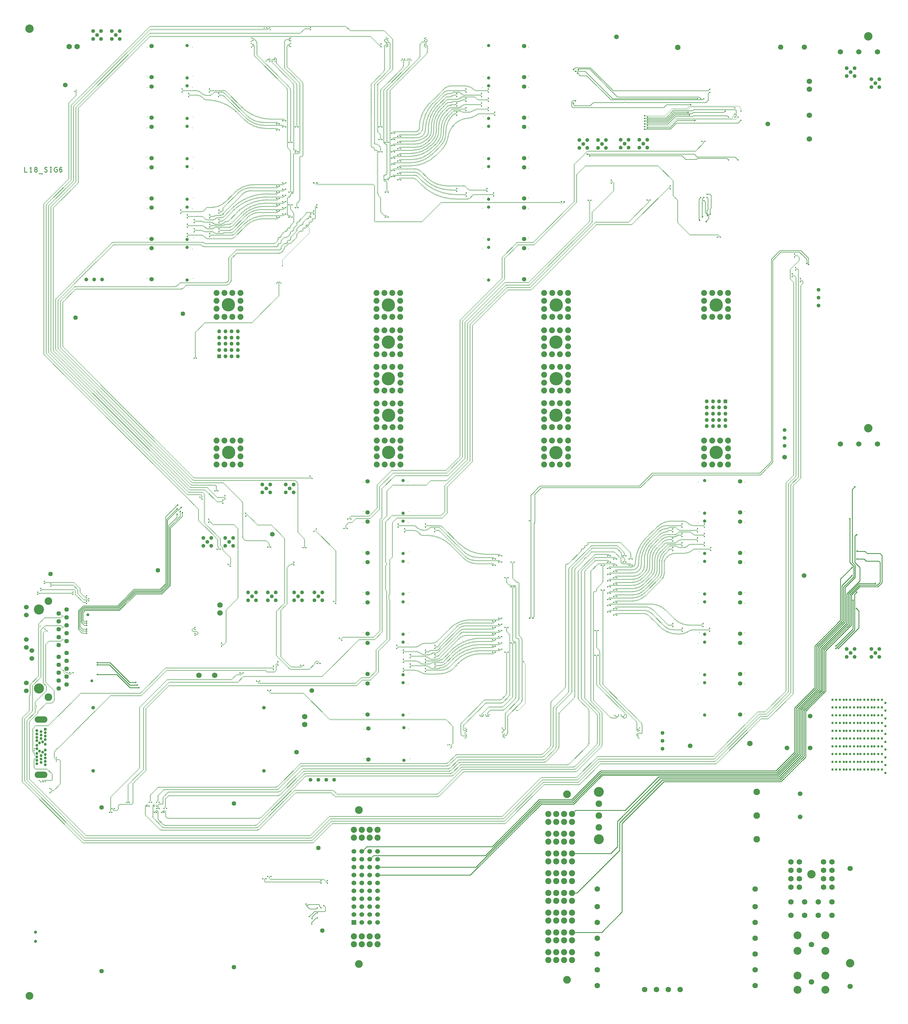
<source format=gbr>
G04 Created by GerbView*
%FSLAX35Y35*%
%MOMM*%
G75*
%ADD10C,0.0254*%
%ADD11C,1.2598*%
%ADD12C,0.0787*%
%ADD13C,0.4496*%
%ADD14C,0.1499*%
%ADD15C,0.4978*%
%ADD16C,1.2497*%
%ADD17C,1.4453*%
%ADD18C,2.4435*%
%ADD19C,0.2489*%
%ADD20C,0.0991*%
%ADD21C,1.5291*%
%ADD22C,0.9296*%
%ADD23R,0.9296X0.9296*%
%ADD24R,2.0726X2.0726*%
%ADD25C,2.0726*%
%ADD26C,0.3480*%
%ADD27C,1.7780*%
%ADD28C,1.9787*%
%ADD29C,0.7620*%
%ADD30R,1.5291X1.5291*%
%ADD31C,1.6993*%
%ADD32C,2.6975*%
%ADD33C,2.1082*%
%ADD34C,1.4986*%
%ADD35R,1.2598X1.2598*%
%ADD36C,1.8974*%
%ADD37C,0.0889*%
%ADD38C,2.5400*%
%ADD39C,2.4994*%
%ADD40C,3.1979*%
%ADD41C,1.0414*%
%ADD42C,1.4122*%
%ADD43C,0.9982*%
%ADD44C,4.2977*%
%ADD45C,1.7297*%
%ADD46C,1.6739*%
%ADD47C,1.1887*%
%ADD48C,1.4478*%
%ADD49C,0.2540*%
%ADD50C,3.2487*%
%ADD51C,0.9500*%
%ADD52C,2.4892*%
%LNEXPORT*%
D02*
D10*
D11*
X22197000Y18724000D03*
D10*
D11*
X21797000Y18724000D03*
D10*
D11*
X6306000Y20973000D03*
D10*
D11*
X6706000Y20973000D03*
D10*
D12*
X21675000Y11975000D02*
Y11953700D01*
X21655300Y11934000D02*
G03X21675000Y11953700I0J19700D01*
G01*
X21675000Y11953700D02*
X21655300Y11934000D02*
X21231550D01*
X20767570Y12126190D02*
G03X21231550Y11933999I463979J463968D01*
G01*
X21231550Y11933999D02*
Y11934000D01*
X20767570Y12126190D02*
X20489100Y12404660D01*
X20489100Y12404660D02*
G03X19994580Y12609499I-00494519J-00494509D01*
G01*
X19994580Y12609499D02*
Y12609500D01*
X18696940D01*
X18696940Y12609500D02*
G03X18657300Y12593079I0J-00056058D01*
G01*
X18657300Y12593079D02*
X18657300Y12593080D01*
X18650470Y12586250D01*
X18650470Y12586250D02*
G03X18640999Y12563390I22856J-00022860D01*
G01*
X18640999Y12563390D02*
X18641000D01*
Y12562590D01*
X18628410Y12550000D02*
G03X18641000Y12562590I0J12589D01*
G01*
X18641000Y12562590D02*
X18641000D01*
X18628410Y12550000D02*
X18600000D01*
D13*
X21675000Y11975000D03*
D12*
D13*
X18600000Y12550000D03*
D12*
X18800000Y12450000D02*
X18833000D01*
X18833000Y12450000D02*
G03X18841000Y12458000I0J8000D01*
G01*
X18841000Y12458000D02*
X18841000D01*
Y12466000D01*
X18893000Y12518000D02*
G03X18841000Y12466000I0J-00052000D01*
G01*
X18841000Y12466000D02*
X18841000D01*
X18893000Y12518000D02*
X19737060D01*
X19737060Y12518000D02*
G03X19824259Y12518750I-00000300J5104538D01*
G01*
X19824259Y12518750D02*
X19824260Y12518750D01*
X19825000D01*
X20087500Y12406250D02*
G03X19825000Y12518750I-00271874J-00271874D01*
G01*
X19825000Y12518750D02*
Y12518750D01*
X20087500Y12406250D02*
X20559750Y11934000D01*
X20698250D01*
X20706250Y11942000D01*
Y11975000D01*
D13*
X20706250Y11975000D03*
D12*
D13*
X18800000Y12450000D03*
D12*
X18800000Y12250000D02*
X18833000D01*
X18833000Y12250000D02*
G03X18841000Y12258000I0J7999D01*
G01*
X18841000Y12258000D02*
X18841000D01*
Y12266000D01*
X18881000Y12306000D02*
G03X18841000Y12266000I0J-00040000D01*
G01*
X18841000Y12266000D02*
X18841000D01*
X18881000Y12306000D02*
X19772050D01*
X19937560Y12237440D02*
G03X19772050Y12306000I-00165510J-00165497D01*
G01*
X19772050Y12306000D02*
Y12306000D01*
X19937560Y12237440D02*
X20354350Y11820650D01*
X20354350Y11820650D02*
G03X20507499Y11725049I509902J646385D01*
G01*
X20507499Y11725049D02*
X20507500Y11725050D01*
X20507500Y11725050D02*
G03X20864240Y11643749I356732J741995D01*
G01*
X20864240Y11643749D02*
X20864240Y11643750D01*
X20939070D01*
X20939070Y11643750D02*
G03X21167479Y11713880I-00000006J407046D01*
G01*
X21167479Y11713880D02*
X21167480Y11713880D01*
X21395900Y11784000D02*
G03X21167479Y11713880I-00000016J-00407051D01*
G01*
X21167479Y11713880D02*
X21167480Y11713880D01*
X21395900Y11784000D02*
X21867800D01*
X21867800Y11784000D02*
G03X21887500Y11803700I0J19700D01*
G01*
X21887500Y11803700D02*
Y11825000D01*
D13*
X21887500Y11825000D03*
D12*
D13*
X18800000Y12250000D03*
D12*
X18600000Y12350000D02*
X18633000D01*
X18633000Y12350000D02*
G03X18641000Y12358000I0J8000D01*
G01*
X18641000Y12358000D02*
Y12366000D01*
X18681000Y12406000D02*
G03X18641000Y12366000I0J-00040000D01*
G01*
X18641000Y12366000D02*
X18681000Y12406000D02*
X19591270D01*
X19830230Y12406960D01*
X19831250Y12406250D01*
X19993750Y12331250D02*
G03X19831249Y12406249I-00322007J-00484142D01*
G01*
X19831249Y12406249D02*
X19831250Y12406250D01*
X20005570Y12323130D02*
G03X19993750Y12331250I-00270252J-00380734D01*
G01*
X19993750Y12331250D02*
X19993750Y12331250D01*
X20013740Y12316350D02*
G03X20005570Y12323130I-00050115J-00052076D01*
G01*
X20005570Y12323130D02*
X20005570Y12323130D01*
X20013740Y12316350D02*
G03X20020889Y12310929I26976J28160D01*
G01*
X20020889Y12310929D02*
X20020890Y12310930D01*
X20029650Y12304840D02*
G03X20020889Y12310929I-00045267J-00055767D01*
G01*
X20020889Y12310929D02*
X20020890Y12310930D01*
X20065350Y12272620D02*
G03X20029650Y12304840I-00330257J-00330040D01*
G01*
X20029650Y12304840D02*
X20029650Y12304840D01*
X20065350Y12272620D02*
X20443310Y11894660D01*
X20443310Y11894660D02*
G03X20507500Y11843150I267154J267168D01*
G01*
X20507500Y11843150D02*
X20507500Y11843150D01*
X20507500Y11843150D02*
G03X20710470Y11784000I202970J318665D01*
G01*
X20710470Y11784000D02*
Y11784000D01*
X20986550D01*
X20986550Y11784000D02*
G03X21006250Y11803700I0J19700D01*
G01*
X21006250Y11803700D02*
X21006250D01*
Y11825000D01*
D13*
X21006250Y11825000D03*
D12*
D13*
X18600000Y12350000D03*
D12*
X21675000Y11875000D02*
Y11896300D01*
X21675000Y11896300D02*
G03X21655300Y11916000I-00019699J0D01*
G01*
X21655300Y11916000D02*
Y11916000D01*
X21231550D01*
X20754840Y12113460D02*
G03X21231550Y11915999I476709J476708D01*
G01*
X21231550Y11915999D02*
Y11916000D01*
X20754840Y12113460D02*
X20476370Y12391930D01*
X20476370Y12391930D02*
G03X19994580Y12591499I-00481789J-00481769D01*
G01*
X19994580Y12591499D02*
Y12591500D01*
X18696940D01*
X18696940Y12591500D02*
G03X18670030Y12580349I0J-00038048D01*
G01*
X18670030Y12580349D02*
X18670030Y12580350D01*
X18663200Y12573520D01*
X18663200Y12573520D02*
G03X18659000Y12563390I10116J-00010130D01*
G01*
X18659000Y12563390D02*
X18659000D01*
Y12558860D01*
X18659000Y12558860D02*
G03X18667860Y12550000I8860J0D01*
G01*
X18667860Y12550000D02*
Y12550000D01*
X18700000D01*
D13*
X21675000Y11875000D03*
D12*
D13*
X18700000Y12550000D03*
D12*
X18900000Y12450000D02*
X18867000D01*
X18859000Y12458000D02*
G03X18867000Y12450000I8000J0D01*
G01*
X18867000Y12450000D02*
X18859000Y12458000D02*
Y12466000D01*
X18893000Y12500000D02*
G03X18859000Y12466000I0J-00034000D01*
G01*
X18859000Y12466000D02*
X18893000Y12500000D02*
X19737070D01*
X19737070Y12500000D02*
G03X19824570Y12500749I-00000154J5122538D01*
G01*
X19824570Y12500749D02*
X19824570Y12500750D01*
X20074770Y12393520D02*
G03X19824569Y12500749I-00259142J-00259147D01*
G01*
X19824569Y12500749D02*
X19824570Y12500750D01*
X20074770Y12393520D02*
X20552290Y11916000D01*
X20698250D01*
X20706250Y11908000D01*
Y11875000D01*
D13*
X20706250Y11875000D03*
D12*
D13*
X18900000Y12450000D03*
D12*
X18900000Y12250000D02*
X18867000D01*
X18859000Y12258000D02*
G03X18867000Y12250000I8000J0D01*
G01*
X18867000Y12250000D02*
Y12250000D01*
X18859000Y12258000D02*
Y12266000D01*
X18881000Y12288000D02*
G03X18859000Y12266000I0J-00022000D01*
G01*
X18859000Y12266000D02*
X18859000D01*
X18881000Y12288000D02*
X19772050D01*
X19924830Y12224710D02*
G03X19772050Y12287999I-00152780J-00152757D01*
G01*
X19772050Y12287999D02*
Y12288000D01*
X19924830Y12224710D02*
X20133230Y12016310D01*
X20342360Y11807170D01*
X20343200Y11806510D01*
X20343200Y11806510D02*
G03X20499700Y11708820I521050J660523D01*
G01*
X20499700Y11708820D02*
X20499700Y11708820D01*
X20499700Y11708820D02*
G03X20507499Y11705119I364462J758255D01*
G01*
X20507499Y11705119D02*
X20507500Y11705120D01*
X20507500Y11705120D02*
G03X20864240Y11625749I356718J761929D01*
G01*
X20864240Y11625749D02*
X20864240Y11625750D01*
X20939080D01*
X20939080Y11625750D02*
G03X21177580Y11698979I-00000015J425046D01*
G01*
X21177580Y11698979D02*
X21177580Y11698980D01*
X21395890Y11766000D02*
G03X21177579Y11698980I-00000005J-00389051D01*
G01*
X21177579Y11698980D02*
X21177580Y11698980D01*
X21395890Y11766000D02*
X21879500D01*
X21882500Y11765420D02*
G03X21879499Y11766000I-00002991J-00007421D01*
G01*
X21879499Y11766000D02*
X21879500Y11766000D01*
X21887500Y11758000D02*
G03X21882499Y11765419I-00008005J0D01*
G01*
X21882499Y11765419D02*
X21882500Y11765420D01*
X21887500Y11758000D02*
Y11725000D01*
D13*
X21887500Y11725000D03*
D12*
D13*
X18900000Y12250000D03*
D12*
X18700000Y12350000D02*
X18667000D01*
X18659000Y12358000D02*
G03X18667000Y12350000I8000J0D01*
G01*
X18667000Y12350000D02*
X18659000Y12358000D02*
Y12366000D01*
X18681000Y12388000D02*
G03X18659000Y12366000I0J-00022000D01*
G01*
X18659000Y12366000D02*
X18681000Y12388000D02*
X19591310D01*
X19826310Y12388940D01*
X19983780Y12316260D02*
G03X19826310Y12388940I-00312043J-00469150D01*
G01*
X19826310Y12388940D02*
X19826310Y12388940D01*
X19995110Y12308480D02*
G03X19983780Y12316260I-00259738J-00366117D01*
G01*
X19983780Y12316260D02*
X19983780Y12316260D01*
X20001260Y12303370D02*
G03X19995110Y12308480I-00037663J-00039073D01*
G01*
X19995110Y12308480D02*
X19995110Y12308480D01*
X20001260Y12303370D02*
G03X20011730Y12295420I39478J41123D01*
G01*
X20011730Y12295420D02*
X20011730Y12295420D01*
X20018300Y12290860D02*
G03X20011729Y12295419I-00033885J-00041809D01*
G01*
X20011729Y12295419D02*
X20011730Y12295420D01*
X20052620Y12259890D02*
G03X20018299Y12290859I-00317497J-00317339D01*
G01*
X20018299Y12290859D02*
X20018300Y12290860D01*
X20052620Y12259890D02*
X20430580Y11881930D01*
X20430580Y11881930D02*
G03X20497829Y11827959I279896J279884D01*
G01*
X20497829Y11827959D02*
X20497830Y11827960D01*
X20497830Y11827960D02*
G03X20507500Y11821990I212751J333791D01*
G01*
X20507500Y11821990D02*
X20507500Y11821990D01*
X20507500Y11821990D02*
G03X20710470Y11765999I202953J339838D01*
G01*
X20710470Y11765999D02*
X20710470Y11766000D01*
X20986550D01*
X21006250Y11746300D02*
G03X20986550Y11766000I-00019699J0D01*
G01*
X20986550Y11766000D02*
X21006250Y11746300D02*
Y11725000D01*
D13*
X21006250Y11725000D03*
D12*
D13*
X18700000Y12350000D03*
D12*
X14900000Y13850000D02*
X14932140D01*
X14932140Y13850000D02*
G03X14941000Y13858860I0J8860D01*
G01*
X14941000Y13858860D02*
X14941000D01*
Y13863390D01*
X14941000Y13863390D02*
G03X14936799Y13873519I-00014316J0D01*
G01*
X14936799Y13873519D02*
X14936800Y13873520D01*
X14928090Y13882230D01*
X14928090Y13882230D02*
G03X14900289Y13893749I-00027805J-00027797D01*
G01*
X14900289Y13893749D02*
X14900290Y13893750D01*
X14386880D01*
X13969290Y14066720D02*
G03X14386880Y13893750I417589J417594D01*
G01*
X14386880Y13893750D02*
Y13893750D01*
X13969290Y14066720D02*
X13539210Y14496800D01*
X13539210Y14496800D02*
G03X12805420Y14800750I-00733789J-00733775D01*
G01*
X12805420Y14800750D02*
Y14800750D01*
X12644440D01*
X12587860Y14824180D02*
G03X12644440Y14800750I56579J56601D01*
G01*
X12644440Y14800750D02*
Y14800750D01*
X12587860Y14824180D02*
X12515320Y14896720D01*
X12515320Y14896720D02*
G03X12348080Y14965999I-00167240J-00167216D01*
G01*
X12348080Y14965999D02*
Y14966000D01*
X12094700D01*
X12094700Y14966000D02*
G03X12075000Y14946300I0J-00019699D01*
G01*
X12075000Y14946300D02*
Y14925000D01*
D13*
X14900000Y13850000D03*
D12*
D13*
X12075000Y14925000D03*
D12*
X15100000Y13950000D02*
X15132140D01*
X15132140Y13950000D02*
G03X15141000Y13958860I0J8860D01*
G01*
X15141000Y13958860D02*
X15141000D01*
Y13963390D01*
X15141000Y13963390D02*
G03X15136799Y13973519I-00014316J0D01*
G01*
X15136799Y13973519D02*
X15136800Y13973520D01*
X15128080Y13982240D01*
X15128080Y13982240D02*
G03X15100300Y13993750I-00027780J-00027769D01*
G01*
X15100300Y13993750D02*
Y13993750D01*
X14355040D01*
X14354290Y13994500D01*
X14341420D01*
X14012960Y14130550D02*
G03X14341420Y13994499I328459J328468D01*
G01*
X14341420Y13994499D02*
Y13994500D01*
X14012960Y14130550D02*
X13209700Y14933810D01*
X13209700Y14933810D02*
G03X13131990Y14966000I-00077710J-00077705D01*
G01*
X13131990Y14966000D02*
Y14966000D01*
X13063450D01*
X13063450Y14966000D02*
G03X13043750Y14946300I0J-00019699D01*
G01*
X13043750Y14946300D02*
Y14925000D01*
D13*
X15100000Y13950000D03*
D12*
D13*
X13043750Y14925000D03*
D12*
X11862500Y15075000D02*
Y15096300D01*
X11882200Y15116000D02*
G03X11862500Y15096300I0J-00019699D01*
G01*
X11862500Y15096300D02*
X11862500D01*
X11882200Y15116000D02*
X12353410D01*
X12436830Y15081460D02*
G03X12353409Y15115999I-00085420J-00088299D01*
G01*
X12353409Y15115999D02*
X12353410Y15116000D01*
X12436830Y15081460D02*
G03X12722510Y14963249I285679J286097D01*
G01*
X12722510Y14963249D02*
X12722510Y14963250D01*
X12722510Y14963250D02*
G03X12856709Y15018750I-00003295J197966D01*
G01*
X12856709Y15018750D02*
X12856710Y15018750D01*
X12856830Y15018870D01*
X12883790Y15045830D01*
X12927640Y15064000D02*
G03X12883790Y15045829I0J-00061996D01*
G01*
X12883790Y15045829D02*
X12883790Y15045830D01*
X12927640Y15064000D02*
X13159880D01*
X13206200Y15044810D02*
G03X13159880Y15064000I-00046319J-00046307D01*
G01*
X13159880Y15064000D02*
Y15064000D01*
X13206200Y15044810D02*
X13962450Y14288560D01*
X13962450Y14288560D02*
G03X14438190Y14091499I475739J475733D01*
G01*
X14438190Y14091499D02*
Y14091500D01*
X14904140D01*
X14929210Y14081110D02*
G03X14904140Y14091499I-00025069J-00025050D01*
G01*
X14904140Y14091499D02*
Y14091500D01*
X14929210Y14081110D02*
X14936800Y14073520D01*
X14941000Y14063390D02*
G03X14936799Y14073519I-00014316J0D01*
G01*
X14936799Y14073519D02*
X14936800Y14073520D01*
X14941000Y14063390D02*
Y14058860D01*
X14932140Y14050000D02*
G03X14941000Y14058860I0J8860D01*
G01*
X14941000Y14058860D02*
X14941000D01*
X14932140Y14050000D02*
X14900000D01*
D13*
X11862500Y15075000D03*
D12*
D13*
X14900000Y14050000D03*
D12*
X15100000Y14150000D02*
X15132140D01*
X15132140Y14150000D02*
G03X15141000Y14158860I0J8860D01*
G01*
X15141000Y14158860D02*
X15141000D01*
Y14160650D01*
X15141000Y14160650D02*
G03X15134869Y14175449I-00020931J0D01*
G01*
X15134869Y14175449D02*
X15134870Y14175450D01*
X15128090Y14182230D01*
X15128090Y14182230D02*
G03X15100289Y14193749I-00027805J-00027797D01*
G01*
X15100289Y14193749D02*
X15100290Y14193750D01*
X14679100D01*
X13801070Y14557440D02*
G03X14679100Y14193749I878029J878036D01*
G01*
X14679100Y14193749D02*
Y14193750D01*
X13801070Y14557440D02*
X13297710Y15060800D01*
X13297710Y15060800D02*
G03X13164450Y15116000I-00133260J-00133253D01*
G01*
X13164450Y15116000D02*
Y15116000D01*
X12763450D01*
X12763450Y15116000D02*
G03X12743750Y15096300I0J-00019699D01*
G01*
X12743750Y15096300D02*
X12743750D01*
Y15075000D01*
D13*
X15100000Y14150000D03*
D12*
D13*
X12743750Y15075000D03*
D12*
X15000000Y13850000D02*
X14971590D01*
X14959000Y13862590D02*
G03X14971590Y13850000I12590J0D01*
G01*
X14971590Y13850000D02*
X14959000Y13862590D02*
Y13863390D01*
X14959000Y13863390D02*
G03X14949529Y13886249I-00032326J0D01*
G01*
X14949529Y13886249D02*
X14949530Y13886250D01*
X14940820Y13894960D01*
X14940820Y13894960D02*
G03X14900299Y13911749I-00040531J-00040528D01*
G01*
X14900299Y13911749D02*
X14900300Y13911750D01*
X14386880D01*
X13982020Y14079450D02*
G03X14386880Y13911750I404860J404855D01*
G01*
X14386880Y13911750D02*
Y13911750D01*
X13982020Y14079450D02*
X13551940Y14509530D01*
X13551940Y14509530D02*
G03X12805420Y14818750I-00746519J-00746515D01*
G01*
X12805420Y14818750D02*
Y14818750D01*
X12644440D01*
X12600590Y14836910D02*
G03X12644440Y14818749I43849J43860D01*
G01*
X12644440Y14818749D02*
Y14818750D01*
X12600590Y14836910D02*
X12528050Y14909450D01*
X12528050Y14909450D02*
G03X12348080Y14983999I-00179970J-00179956D01*
G01*
X12348080Y14983999D02*
Y14984000D01*
X12094700D01*
X12075000Y15003700D02*
G03X12094700Y14984000I19699J0D01*
G01*
X12094700Y14984000D02*
X12075000Y15003700D02*
Y15025000D01*
D13*
X15000000Y13850000D03*
D12*
D13*
X12075000Y15025000D03*
D12*
X15200000Y13950000D02*
X15171590D01*
X15159000Y13962590D02*
G03X15171590Y13950000I12589J0D01*
G01*
X15171590Y13950000D02*
Y13950000D01*
X15159000Y13962590D02*
Y13963390D01*
X15159000Y13963390D02*
G03X15149529Y13986249I-00032326J0D01*
G01*
X15149529Y13986249D02*
X15149530Y13986250D01*
X15140810Y13994970D01*
X15140810Y13994970D02*
G03X15100300Y14011750I-00040510J-00040509D01*
G01*
X15100300Y14011750D02*
Y14011750D01*
X14362500D01*
X14361750Y14012500D01*
X14341420D01*
X14025690Y14143280D02*
G03X14341420Y14012500I315729J315728D01*
G01*
X14341420Y14012500D02*
Y14012500D01*
X14025690Y14143280D02*
X13222430Y14946540D01*
X13222430Y14946540D02*
G03X13131990Y14984000I-00090439J-00090444D01*
G01*
X13131990Y14984000D02*
Y14984000D01*
X13063450D01*
X13043750Y15003700D02*
G03X13063450Y14984000I19699J0D01*
G01*
X13063450Y14984000D02*
X13043750Y15003700D02*
Y15025000D01*
D13*
X15200000Y13950000D03*
D12*
D13*
X13043750Y15025000D03*
D12*
X11862500Y15175000D02*
Y15146220D01*
X11862500Y15146220D02*
G03X11866350Y15132820I13213J-00003456D01*
G01*
X11866350Y15132820D02*
X11866350Y15132820D01*
X11874720Y15134000D02*
G03X11866349Y15132820I-00000007J-00030221D01*
G01*
X11866349Y15132820D02*
X11866350Y15132820D01*
X11874720Y15134000D02*
X12353560D01*
X12449350Y15094400D02*
G03X12353559Y15133999I-00097933J-00101240D01*
G01*
X12353559Y15133999D02*
X12353560Y15134000D01*
X12449350Y15094400D02*
G03X12722359Y14981259I273152J273163D01*
G01*
X12722359Y14981259D02*
X12722360Y14981260D01*
X12722360Y14981260D02*
G03X12844209Y15031710I-00003141J179960D01*
G01*
X12844209Y15031710D02*
X12844210Y15031710D01*
X12871060Y15058560D01*
X12927640Y15082000D02*
G03X12871060Y15058559I0J-00080007D01*
G01*
X12871060Y15058559D02*
X12871060Y15058560D01*
X12927640Y15082000D02*
X13159880D01*
X13218930Y15057540D02*
G03X13159880Y15082000I-00059049J-00059047D01*
G01*
X13159880Y15082000D02*
Y15082000D01*
X13218930Y15057540D02*
X13975180Y14301290D01*
X13975180Y14301290D02*
G03X14438190Y14109499I463009J462993D01*
G01*
X14438190Y14109499D02*
Y14109500D01*
X14904140D01*
X14941940Y14093840D02*
G03X14904140Y14109499I-00037799J-00037790D01*
G01*
X14904140Y14109499D02*
Y14109500D01*
X14941940Y14093840D02*
X14949530Y14086250D01*
X14959000Y14063390D02*
G03X14949529Y14086249I-00032326J0D01*
G01*
X14949529Y14086249D02*
X14949530Y14086250D01*
X14959000Y14063390D02*
Y14062590D01*
X14959000Y14062590D02*
G03X14971590Y14050000I12590J0D01*
G01*
X14971590Y14050000D02*
Y14050000D01*
X15000000D01*
D13*
X11862500Y15175000D03*
D12*
D13*
X15000000Y14050000D03*
D12*
X15200000Y14150000D02*
X15167000D01*
X15159000Y14158000D02*
G03X15167000Y14150000I7999J0D01*
G01*
X15167000Y14150000D02*
Y14150000D01*
X15159000Y14158000D02*
Y14160650D01*
X15159000Y14160650D02*
G03X15147599Y14188179I-00038941J0D01*
G01*
X15147599Y14188179D02*
X15147600Y14188180D01*
X15140820Y14194960D01*
X15140820Y14194960D02*
G03X15100299Y14211749I-00040531J-00040528D01*
G01*
X15100299Y14211749D02*
X15100300Y14211750D01*
X14679100D01*
X13813800Y14570170D02*
G03X14679100Y14211749I865299J865296D01*
G01*
X14679100Y14211749D02*
Y14211750D01*
X13813800Y14570170D02*
X13310440Y15073530D01*
X13310440Y15073530D02*
G03X13164450Y15134000I-00145989J-00145993D01*
G01*
X13164450Y15134000D02*
Y15134000D01*
X12763450D01*
X12743750Y15153700D02*
G03X12763450Y15134000I19700J0D01*
G01*
X12763450Y15134000D02*
X12743750Y15153700D02*
Y15175000D01*
D13*
X15200000Y14150000D03*
D12*
D13*
X12743750Y15175000D03*
D12*
D14*
X21275000Y28668750D02*
X20512500D01*
X20418750Y28575000D01*
X17487500D01*
X17456250Y28606250D01*
Y28756250D01*
X17487500Y28787500D01*
X17571250D01*
D15*
X21275000Y28668750D03*
D14*
D15*
X17571250Y28787500D03*
D14*
X17500000Y28712500D02*
Y28675000D01*
X17543750Y28631250D01*
X18043750D01*
X18143750Y28731250D01*
X19133640D01*
X19151140Y28748750D01*
X19186360D01*
X19203860Y28731250D01*
X21768750D01*
X21850000Y28812500D01*
Y29025000D01*
X21887500Y29062500D01*
X21900000D01*
D15*
X17500000Y28712500D03*
D14*
D13*
X21900000Y29062500D03*
D14*
X17512500Y29800000D02*
X17562500Y29850000D01*
X18050000D01*
X18787500Y29112500D01*
X21850000D01*
X21900000Y29162500D01*
D13*
X21900000Y29162500D03*
D14*
D15*
X17512500Y29800000D03*
D14*
X21500000Y28862500D02*
X18762500D01*
X17887500Y29737500D01*
X17571250D01*
D13*
X21500000Y28862500D03*
D14*
D15*
X17571250Y29737500D03*
D14*
X17636250Y29686250D02*
X17638750D01*
X17725000Y29600000D01*
X17937500D01*
X18715000Y28822500D01*
X21660000D01*
X21700000Y28862500D01*
D13*
X21700000Y28862500D03*
D14*
D15*
X17636250Y29686250D03*
D14*
X17662500Y29787500D02*
X17687500Y29812500D01*
X18025000D01*
X18925000Y28912500D01*
X21550000D01*
X21600000Y28862500D01*
D15*
X17662500Y29787500D03*
D14*
D13*
X21600000Y28862500D03*
D14*
X17950000Y27075000D02*
X21400000D01*
X21493750Y26981250D01*
X22706250D01*
X22800000Y26887500D01*
Y26885000D01*
D15*
X17950000Y27075000D03*
D14*
D13*
X22800000Y26885000D03*
D14*
D12*
X9978840Y11502410D02*
X10002180Y11479070D01*
X10013500D01*
X10078430Y11544000D01*
X11067300D01*
X11266500Y11743200D01*
Y15329000D01*
X11333250Y15395750D01*
Y16319550D01*
X11759710Y16746010D01*
X13453990D01*
X14003000Y17295020D01*
Y21670020D01*
X15292480Y22959500D01*
X16053250D01*
X18011770Y24918020D01*
X18011770Y24918020D02*
G03X18014750Y24925220I-00007206J7199D01*
G01*
X18014750Y24925220D02*
X18014750Y24925220D01*
Y25574040D01*
X18001290Y25587500D01*
X17973750D01*
D13*
X17973750Y25587500D03*
D12*
D13*
X9978840Y11502410D03*
D12*
X10049560Y11431690D02*
X10026230Y11455020D01*
Y11466340D01*
X10085890Y11526000D01*
X11074760D01*
X11284500Y11735740D01*
Y15321540D01*
X11351250Y15388290D01*
Y16312090D01*
X11767170Y16728010D01*
X13461450D01*
X14021000Y17287560D01*
Y21662560D01*
X15299940Y22941500D01*
X16060710D01*
X18024500Y24905290D01*
X18024500Y24905290D02*
G03X18032750Y24925220I-00019937J19925D01*
G01*
X18032750Y24925220D02*
X18032750Y24925220D01*
Y25579500D01*
X18040750Y25587500D01*
X18073750D01*
D13*
X18073750Y25587500D03*
D12*
D13*
X10049560Y11431690D03*
D12*
D16*
X9046000Y6950000D03*
D12*
D14*
X22500000Y28262500D02*
X22450000Y28312500D01*
X21374990D01*
X21349990Y28287500D01*
X20789980D01*
X20552480Y28050000D01*
X19800000D01*
D13*
X22500000Y28262500D03*
D14*
D15*
X19800000Y28050000D03*
D14*
D12*
X5325000Y11593360D02*
X5347640Y11616000D01*
X5394960D01*
X5430500Y11651540D01*
Y11682460D01*
X5382460Y11730500D01*
X5257460D01*
X5243000Y11744960D01*
Y11780040D01*
X5268460Y11805500D01*
X5302360D01*
X5325000Y11782860D01*
D13*
X5325000Y11593360D03*
D12*
D13*
X5325000Y11782860D03*
D12*
X5325000Y11656650D02*
X5347650Y11634000D01*
X5387500D01*
X5412500Y11659000D01*
Y11675000D01*
X5375000Y11712500D01*
X5250000D01*
X5225000Y11737500D01*
Y11787500D01*
X5261000Y11823500D01*
X5302350D01*
X5325000Y11846150D01*
D13*
X5325000Y11656650D03*
D12*
D13*
X5325000Y11846150D03*
D12*
D17*
X1195000Y12423000D03*
D12*
D17*
X1195000Y11026000D03*
D12*
D18*
X611000Y9606500D03*
D12*
D18*
X611000Y12699500D03*
D12*
D14*
X18025000Y27025000D02*
X20777390D01*
X20778640Y27026250D01*
X20813860D01*
X20815110Y27025000D01*
X21000000D01*
X21118750Y26906250D01*
X21462500D01*
X21493750Y26937500D01*
X22447500D01*
X22500000Y26885000D01*
D15*
X18025000Y27025000D03*
D14*
D13*
X22500000Y26885000D03*
D14*
D16*
X9300000Y6950000D03*
D14*
D16*
X9554000Y6950000D03*
D14*
D11*
X6306000Y21373000D03*
D14*
D11*
X6706000Y21173000D03*
D14*
D15*
X26625680Y12981250D03*
D14*
D15*
X25950000Y11175000D03*
D14*
D19*
X26625680Y12981250D02*
X26550000Y12905570D01*
Y11775000D01*
X25950000Y11175000D01*
D16*
X1827250Y23043980D03*
D19*
D14*
X21193750Y28418750D02*
X20735590D01*
X20498090Y28181250D01*
X19893750D01*
D15*
X21193750Y28418750D03*
D14*
D15*
X19893750Y28181250D03*
D14*
X19800000Y28225000D02*
X20479960D01*
X20723710Y28468750D01*
X21337490D01*
X21373740Y28505000D01*
X22725000D01*
X22740000Y28490000D01*
Y28302500D01*
X22700000Y28262500D01*
D13*
X22700000Y28262500D03*
D14*
D15*
X19800000Y28225000D03*
D14*
X21418750Y28156250D02*
X20844370D01*
X20606870Y27918750D01*
X19893750D01*
D15*
X21418750Y28156250D03*
D14*
D15*
X19893750Y27918750D03*
D14*
X22900000Y28162500D02*
X22812500Y28075000D01*
X20825000D01*
X20625000Y27875000D01*
X19800000D01*
D13*
X22900000Y28162500D03*
D14*
D15*
X19800000Y27875000D03*
D14*
D20*
X22700000Y28362500D02*
X22637500Y28300000D01*
Y28246960D01*
X22615540Y28225000D01*
X20789360D01*
X20570610Y28006250D01*
X19893750D01*
D13*
X22700000Y28362500D03*
D20*
D15*
X19893750Y28006250D03*
D20*
D14*
X19800000Y28137500D02*
X20516220D01*
X20753720Y28375000D01*
X21325000D01*
X21368750Y28418750D01*
X22343750D01*
X22387500Y28462500D01*
X22400000D01*
D15*
X19800000Y28137500D03*
D14*
D13*
X22400000Y28462500D03*
D14*
D15*
X21237500Y28331250D03*
D14*
X21237500Y28331250D02*
X20771850D01*
X20534350Y28093750D01*
X19893750D01*
D15*
X19893750Y28093750D03*
D14*
D20*
X19800000Y28312500D02*
X20443700D01*
X20681200Y28550000D01*
X21162500D01*
X21231250Y28618750D01*
X21271710D01*
X21272960Y28620000D01*
X21772640D01*
X21775140Y28622500D01*
X21824860D01*
X21827360Y28620000D01*
X22670790D01*
X22672040Y28618750D01*
X22825000D01*
X22900000Y28543750D01*
Y28462500D01*
D15*
X19800000Y28312500D03*
D20*
D13*
X22900000Y28462500D03*
D20*
X22700000Y28562500D02*
X22662500Y28600000D01*
X21819070D01*
X21816570Y28602500D01*
X21783430D01*
X21780930Y28600000D01*
X21281250D01*
X21193750Y28512500D01*
X20705580D01*
X20461830Y28268750D01*
X19893750D01*
D13*
X22700000Y28562500D03*
D20*
D15*
X19893750Y28268750D03*
D20*
X22800000Y28262500D02*
X22737500Y28200000D01*
X20826240D01*
X20588740Y27962500D01*
X19800000D01*
D13*
X22800000Y28262500D03*
D20*
D15*
X19800000Y27962500D03*
D20*
D19*
X2186000Y10334000D02*
X2816000D01*
X3237500Y9912500D01*
X3525000D01*
D15*
X2186000Y10334000D03*
D19*
D15*
X3525000Y9912500D03*
D19*
D21*
X10949000Y3372500D03*
D19*
D21*
X10949000Y2610500D03*
D19*
D21*
X11203000Y2610500D03*
D19*
D21*
X10441000Y3118500D03*
D19*
D21*
X10695000Y3118500D03*
D19*
D21*
X10949000Y3118500D03*
D19*
D21*
X11203000Y3118500D03*
D19*
D21*
X10441000Y3880500D03*
D19*
D21*
X10695000Y3880500D03*
D19*
D21*
X10949000Y3626500D03*
D19*
D21*
X11203000Y3626500D03*
D19*
D21*
X11203000Y3372500D03*
D19*
X26025170Y11174830D02*
X26687500Y11837160D01*
Y12381930D01*
X26613180Y12456250D01*
D15*
X26025170Y11174830D03*
D19*
D15*
X26613180Y12456250D03*
D19*
X3425000Y10081250D02*
X3231250D01*
X2597500Y10715000D01*
X2186000D01*
D15*
X3425000Y10081250D03*
D19*
D15*
X2186000Y10715000D03*
D19*
D15*
X26502500Y12718750D03*
D19*
D15*
X25950000Y11250000D03*
D19*
X25950000Y11250000D02*
X26502500Y11802500D01*
Y12718750D01*
D15*
X2186000Y10651500D03*
D19*
D15*
X3475000Y9993750D03*
D19*
X3475000Y9993750D02*
X3231250D01*
X2573500Y10651500D01*
X2186000D01*
D11*
X21997000Y18324000D03*
D19*
D11*
X22197000Y18324000D03*
D19*
D11*
X21797000Y18524000D03*
D19*
D11*
X21797000Y19124000D03*
D19*
D11*
X22197000Y19124000D03*
D19*
D11*
X6506000Y21373000D03*
D19*
D11*
X6706000Y20573000D03*
D19*
D11*
X6306000Y20573000D03*
D19*
D14*
X9267370Y2823500D02*
X9231370Y2787500D01*
X9018750D01*
X8906250Y2900000D01*
Y2943750D01*
X8900000Y2950000D01*
D13*
X9267370Y2823500D03*
D14*
D13*
X8900000Y2950000D03*
D14*
X8962500Y2912500D02*
X8987500Y2937500D01*
X9312500D01*
X9337500Y2912500D01*
Y2873510D01*
X9387510Y2823500D01*
D13*
X9387510Y2823500D03*
D14*
D13*
X8962500Y2912500D03*
D14*
D13*
X6875000Y10387500D03*
D14*
D12*
X6875000Y10387500D02*
X6842000D01*
X6834000Y10379500D01*
Y10344290D01*
X6815460Y10325750D01*
X6669960D01*
X6507460Y10163250D01*
X4438250D01*
X3549250Y9274250D01*
Y7317540D01*
X2622000Y6390290D01*
Y6041120D01*
X2617710Y6036830D01*
Y6007410D01*
X2622000Y6003120D01*
Y5910000D01*
X2630000Y5902000D01*
X2653000D01*
D13*
X2653000Y5902000D03*
D12*
X6775000Y10387500D02*
X6808000D01*
X6816000Y10379500D01*
Y10351750D01*
X6808000Y10343750D01*
X6662500D01*
X6500000Y10181250D01*
X4430790D01*
X3531250Y9281710D01*
Y7325000D01*
X2604000Y6397750D01*
Y6048580D01*
X2599710Y6044290D01*
Y5999950D01*
X2604000Y5995660D01*
Y5910000D01*
X2596000Y5902000D01*
X2573000D01*
D13*
X2573000Y5902000D03*
D12*
D13*
X6775000Y10387500D03*
D12*
X7771000Y3843750D02*
X7733000D01*
X7725000Y3835750D01*
Y3787500D01*
X7755640Y3756860D01*
X9479460D01*
X9531250Y3705070D01*
Y3693750D01*
X9552650Y3672350D01*
X9579410D01*
X9587410Y3680350D01*
Y3703360D01*
D13*
X7771000Y3843750D03*
D12*
D13*
X9587410Y3703360D03*
D12*
X7661000Y3843750D02*
X7699000D01*
X7707000Y3835750D01*
Y3780040D01*
X7748180Y3738860D01*
X9472000D01*
X9513250Y3697610D01*
Y3686290D01*
X9545190Y3654350D01*
X9579410D01*
X9587410Y3646350D01*
Y3623350D01*
D13*
X7661000Y3843750D03*
D12*
D13*
X9587410Y3623350D03*
D12*
X7614750Y3762500D02*
X7576750D01*
X7568750Y3754500D01*
Y3693750D01*
X7590150Y3672350D01*
X9379510D01*
X9387510Y3680350D01*
Y3703360D01*
D13*
X7614750Y3762500D03*
D12*
D13*
X9387510Y3703360D03*
D12*
X7504750Y3762500D02*
X7542750D01*
X7550750Y3754500D01*
Y3686290D01*
X7582690Y3654350D01*
X9379510D01*
X9387510Y3646350D01*
Y3623350D01*
D13*
X7504750Y3762500D03*
D12*
D13*
X9387510Y3623350D03*
D12*
D22*
X322500Y7870000D03*
D12*
D22*
X427500Y8167500D03*
D12*
D21*
X77000Y10848000D03*
D12*
D21*
X-00099999Y10060000D03*
D12*
D23*
X507500Y8572500D03*
D12*
D22*
X507500Y7427500D03*
D12*
D22*
X242500Y7465000D03*
D12*
D22*
X242500Y8535000D03*
D12*
D24*
X375000Y7110000D03*
D12*
D25*
X271250Y7110000D03*
D12*
D25*
X478750Y7110000D03*
D12*
D24*
X375000Y8890000D03*
D12*
D25*
X271250Y8890000D03*
D12*
D25*
X478750Y8890000D03*
D12*
D22*
X507500Y8242500D03*
D12*
D22*
X507500Y7757500D03*
D12*
D22*
X242500Y8205000D03*
D12*
D22*
X242500Y7795000D03*
D12*
D14*
X21906250Y25143750D02*
Y25306250D01*
X21943750Y25343750D01*
Y25737500D01*
X21896250Y25785000D01*
X21800000D01*
D15*
X21906250Y25143750D03*
D14*
D13*
X21800000Y25785000D03*
D14*
X9267370Y2503460D02*
X9228470D01*
X9135000Y2409990D01*
X9087500Y2362490D01*
Y2306250D01*
D13*
X9267370Y2503460D03*
D14*
D13*
X9087500Y2306250D03*
D14*
D12*
X1837500Y12801850D02*
X1813600Y12825750D01*
X1768800D01*
X1621500Y12973050D01*
Y13093020D01*
X1427020Y13287500D01*
X518440D01*
X508840Y13277900D01*
X501800D01*
X487500Y13263600D01*
D13*
X487500Y13263600D03*
D12*
D13*
X1837500Y12801850D03*
D12*
X487500Y13329400D02*
X501800Y13315100D01*
X508840D01*
X518440Y13305500D01*
X1434480D01*
X1639500Y13100480D01*
Y12980510D01*
X1776260Y12843750D01*
X1813600D01*
X1837500Y12867650D01*
D13*
X487500Y13329400D03*
D12*
D13*
X1837500Y12867650D03*
D12*
X1837500Y12620600D02*
X1813600Y12644500D01*
X1729050D01*
X1469500Y12904050D01*
Y13030040D01*
X1436290Y13063250D01*
X393440D01*
X383840Y13053650D01*
X376800D01*
X362500Y13039350D01*
D13*
X362500Y13039350D03*
D12*
D13*
X1837500Y12620600D03*
D12*
X362500Y13105150D02*
X376800Y13090850D01*
X383840D01*
X393440Y13081250D01*
X1443750D01*
X1487500Y13037500D01*
Y12911510D01*
X1736510Y12662500D01*
X1813600D01*
X1837500Y12686400D01*
D13*
X362500Y13105150D03*
D12*
D13*
X1837500Y12686400D03*
D12*
X1906250Y12708100D02*
X1882350Y12732000D01*
X1749540D01*
X1545500Y12936040D01*
Y13061530D01*
X1406280Y13200750D01*
X718440D01*
X708840Y13191150D01*
X701800D01*
X687500Y13176850D01*
Y13180000D01*
D13*
X687500Y13180000D03*
D12*
D13*
X1906250Y12708100D03*
D12*
X687500Y13242650D02*
X701800Y13228350D01*
X708840D01*
X718440Y13218750D01*
X1413740D01*
X1563500Y13068990D01*
Y12943500D01*
X1757000Y12750000D01*
X1882350D01*
X1906250Y12773900D01*
D13*
X687500Y13242650D03*
D12*
D13*
X1906250Y12773900D03*
D12*
X262500Y12920600D02*
X276800Y12934900D01*
X283840D01*
X293440Y12944500D01*
X1376100D01*
X1400000Y12920600D01*
D13*
X262500Y12920600D03*
D12*
D13*
X1400000Y12920600D03*
D12*
X262500Y12986400D02*
X276800Y12972100D01*
X283840D01*
X293440Y12962500D01*
X1376100D01*
X1400000Y12986400D01*
D13*
X262500Y12986400D03*
D12*
D13*
X1400000Y12986400D03*
D12*
X9861500Y12616210D02*
X9838170Y12639540D01*
Y12650860D01*
X9867440Y12680130D01*
Y14317020D01*
X9204140Y14980320D01*
Y14991640D01*
X9227480Y15014980D01*
D13*
X9227480Y15014980D03*
D12*
D13*
X9861500Y12616210D03*
D12*
X9790780Y12686930D02*
X9814120Y12663590D01*
X9825440D01*
X9849440Y12687590D01*
Y14309560D01*
X9191410Y14967590D01*
X9180090D01*
X9156760Y14944260D01*
D13*
X9156760Y14944260D03*
D12*
D13*
X9790780Y12686930D03*
D12*
D16*
X24300000Y17950000D03*
D12*
D16*
X24300000Y17696000D03*
D12*
D14*
X9093750Y2475000D02*
Y2524990D01*
X9231260Y2662500D01*
X9266390D01*
X9267370Y2663480D01*
D13*
X9267370Y2663480D03*
D14*
D13*
X9093750Y2475000D03*
D14*
D16*
X2181250Y30912500D03*
D14*
D12*
X18400000Y13850000D02*
X18433000D01*
X18441000Y13842000D02*
G03X18433000Y13850000I-00008000J0D01*
G01*
X18433000Y13850000D02*
X18441000Y13842000D02*
Y13329420D01*
X18422830Y13285570D02*
G03X18441000Y13329420I-00043826J43849D01*
G01*
X18441000Y13329420D02*
X18441000D01*
X18422830Y13285570D02*
X18264430Y13127170D01*
X18264430Y13127170D02*
G03X18241000Y13070590I56601J-00056579D01*
G01*
X18241000Y13070590D02*
X18241000D01*
Y13033010D01*
X18216990Y13009000D02*
G03X18241000Y13033010I0J24009D01*
G01*
X18241000Y13033010D02*
X18241000D01*
X18216990Y13009000D02*
X18175990D01*
X18175990Y13009000D02*
G03X18141000Y12974010I0J-00034989D01*
G01*
X18141000Y12974010D02*
Y9530900D01*
X18141000Y9530900D02*
G03X18164429Y9474319I80031J0D01*
G01*
X18164429Y9474319D02*
X18164430Y9474320D01*
X18689570Y8949180D01*
X18689570Y8949180D02*
G03X18746150Y8925750I56580J56601D01*
G01*
X18746150Y8925750D02*
Y8925750D01*
X18881250D01*
X18881250Y8925750D02*
G03X18918380Y8962880I0J37130D01*
G01*
X18918380Y8962880D02*
X18918380D01*
Y8980530D01*
X18926380Y8988530D02*
G03X18918380Y8980530I0J-00008000D01*
G01*
X18918380Y8980530D02*
X18926380Y8988530D02*
X18941020D01*
D13*
X18400000Y13850000D03*
D12*
D26*
X18941020Y8988530D03*
D12*
X18200000Y10950000D02*
X18233000D01*
X18241000Y10942000D02*
G03X18233000Y10950000I-00008000J0D01*
G01*
X18233000Y10950000D02*
X18241000Y10942000D02*
Y10029190D01*
X18241000Y10029190D02*
G03X18264429Y9972609I80031J0D01*
G01*
X18264429Y9972609D02*
X18264430Y9972610D01*
X19200740Y9036290D01*
X19200740Y8969950D02*
G03X19200740Y9036290I-00033170J33169D01*
G01*
X19200740Y9036290D02*
Y8969950D02*
X19182830Y8952040D01*
X19107130Y8952040D02*
G03X19182830Y8952040I37849J37849D01*
G01*
X19182830Y8952040D02*
X19107130D02*
X19104070Y8955100D01*
X19099630Y8965810D02*
G03X19104070Y8955100I15136J0D01*
G01*
X19104070Y8955100D02*
X19104070Y8955100D01*
X19099630Y8965810D02*
Y8980530D01*
X19107630Y8988530D02*
G03X19099630Y8980530I0J-00008000D01*
G01*
X19099630Y8980530D02*
X19107630Y8988530D02*
X19122270D01*
D13*
X18200000Y10950000D03*
D12*
D26*
X19122270Y8988530D03*
D12*
X18200000Y11750000D02*
X18233000D01*
X18241000Y11742000D02*
G03X18233000Y11750000I-00008000J0D01*
G01*
X18233000Y11750000D02*
X18241000Y11742000D02*
Y11229430D01*
X18241000Y11229430D02*
G03X18264429Y11172849I80031J0D01*
G01*
X18264429Y11172849D02*
X18264430Y11172850D01*
X18322830Y11114450D01*
X18341000Y11070600D02*
G03X18322829Y11114449I-00061996J0D01*
G01*
X18322829Y11114449D02*
X18322830Y11114450D01*
X18341000Y11070600D02*
Y10036680D01*
X18341000Y10036680D02*
G03X18364429Y9980099I80031J0D01*
G01*
X18364429Y9980099D02*
X18364430Y9980100D01*
X19513830Y8830700D01*
X19532000Y8786850D02*
G03X19513829Y8830699I-00061996J0D01*
G01*
X19513829Y8830699D02*
X19513830Y8830700D01*
X19532000Y8786850D02*
Y8559170D01*
X19532000Y8559170D02*
G03X19559550Y8531620I27550J0D01*
G01*
X19559550Y8531620D02*
X19580530D01*
X19588530Y8523620D02*
G03X19580530Y8531620I-00008000J0D01*
G01*
X19580530Y8531620D02*
Y8531620D01*
X19588530Y8523620D02*
Y8508980D01*
D13*
X18200000Y11750000D03*
D12*
D26*
X19588530Y8508980D03*
D12*
X18400000Y13050000D02*
X18433000D01*
X18441000Y13042000D02*
G03X18433000Y13050000I-00008000J0D01*
G01*
X18433000Y13050000D02*
Y13050000D01*
X18441000Y13042000D02*
Y10044170D01*
X18441000Y10044170D02*
G03X18464429Y9987589I80031J0D01*
G01*
X18464429Y9987589D02*
X18464430Y9987590D01*
X19106520Y9345500D01*
X19106560D01*
X19688640Y8763420D01*
X19706810Y8719570D02*
G03X19688639Y8763419I-00061997J0D01*
G01*
X19688639Y8763419D02*
X19688640Y8763420D01*
X19706810Y8719570D02*
Y8463520D01*
X19698790Y8455500D02*
G03X19706810Y8463520I0J8019D01*
G01*
X19706810Y8463520D02*
X19698790Y8455500D02*
X19560540D01*
X19536290Y8431250D01*
X19536290Y8431250D02*
G03X19536290Y8366170I32539J-00032540D01*
G01*
X19536290Y8366170D02*
X19540100Y8362360D01*
X19540100Y8362360D02*
G03X19569050Y8350369I28950J28955D01*
G01*
X19569050Y8350369D02*
Y8350370D01*
X19580530D01*
X19588530Y8342370D02*
G03X19580530Y8350370I-00008000J0D01*
G01*
X19580530Y8350370D02*
Y8350370D01*
X19588530Y8342370D02*
Y8327730D01*
D13*
X18400000Y13050000D03*
D12*
D26*
X19588530Y8327730D03*
D12*
D16*
X2781250Y30912500D03*
D12*
X18500000Y13850000D02*
X18467000D01*
X18467000Y13850000D02*
G03X18459000Y13842000I0J-00008000D01*
G01*
X18459000Y13842000D02*
X18459000D01*
Y13329420D01*
X18435560Y13272840D02*
G03X18459000Y13329420I-00056566J56579D01*
G01*
X18459000Y13329420D02*
X18459000D01*
X18435560Y13272840D02*
X18277160Y13114440D01*
X18277160Y13114440D02*
G03X18258999Y13070590I43860J-00043849D01*
G01*
X18258999Y13070590D02*
X18259000D01*
Y13033010D01*
X18216990Y12991000D02*
G03X18259000Y13033010I0J42009D01*
G01*
X18259000Y13033010D02*
X18259000D01*
X18216990Y12991000D02*
X18175990D01*
X18175990Y12991000D02*
G03X18159000Y12974010I0J-00016989D01*
G01*
X18159000Y12974010D02*
X18159000D01*
Y9530900D01*
X18159000Y9530900D02*
G03X18177160Y9487050I62020J0D01*
G01*
X18177160Y9487050D02*
X18177160Y9487050D01*
X18702300Y8961910D01*
X18702300Y8961910D02*
G03X18746150Y8943749I43850J43860D01*
G01*
X18746150Y8943749D02*
Y8943750D01*
X18881250D01*
X18881250Y8943750D02*
G03X18900380Y8962880I0J19129D01*
G01*
X18900380Y8962880D02*
X18900380D01*
Y8980530D01*
X18900380Y8980530D02*
G03X18892380Y8988530I-00008000J0D01*
G01*
X18892380Y8988530D02*
X18877730D01*
D13*
X18500000Y13850000D03*
D12*
D26*
X18877730Y8988530D03*
D12*
X18300000Y10950000D02*
X18267000D01*
X18267000Y10950000D02*
G03X18259000Y10942000I0J-00008000D01*
G01*
X18259000Y10942000D02*
X18259000D01*
Y10029190D01*
X18259000Y10029190D02*
G03X18277160Y9985340I62020J0D01*
G01*
X18277160Y9985340D02*
X18277160Y9985340D01*
X19213470Y9049020D01*
X19213470Y8957220D02*
G03X19213470Y9049020I-00045900J45900D01*
G01*
X19213470Y9049020D02*
Y8957220D02*
X19195560Y8939310D01*
X19094400Y8939310D02*
G03X19195560Y8939310I50580J50579D01*
G01*
X19195560Y8939310D02*
X19195560Y8939310D01*
X19094400D02*
X19091340Y8942370D01*
X19081630Y8965810D02*
G03X19091339Y8942369I33147J0D01*
G01*
X19091339Y8942369D02*
X19091340Y8942370D01*
X19081630Y8965810D02*
Y8980530D01*
X19081630Y8980530D02*
G03X19073630Y8988530I-00008000J0D01*
G01*
X19073630Y8988530D02*
Y8988530D01*
X19058980D01*
D13*
X18300000Y10950000D03*
D12*
D26*
X19058980Y8988530D03*
D12*
X18300000Y11750000D02*
X18267000D01*
X18267000Y11750000D02*
G03X18259000Y11742000I0J-00008000D01*
G01*
X18259000Y11742000D02*
X18259000D01*
Y11229430D01*
X18259000Y11229430D02*
G03X18277160Y11185580I62020J0D01*
G01*
X18277160Y11185580D02*
X18277160Y11185580D01*
X18335560Y11127180D01*
X18359000Y11070600D02*
G03X18335559Y11127179I-00080007J0D01*
G01*
X18335559Y11127179D02*
X18335560Y11127180D01*
X18359000Y11070600D02*
Y10036680D01*
X18359000Y10036680D02*
G03X18377160Y9992830I62020J0D01*
G01*
X18377160Y9992830D02*
X18377160Y9992830D01*
X19526560Y8843430D01*
X19550000Y8786850D02*
G03X19526559Y8843429I-00080007J0D01*
G01*
X19526559Y8843429D02*
X19526560Y8843430D01*
X19550000Y8786850D02*
Y8559170D01*
X19550000Y8559170D02*
G03X19559550Y8549620I9549J0D01*
G01*
X19559550Y8549620D02*
X19580530D01*
X19580530Y8549620D02*
G03X19588530Y8557620I0J8000D01*
G01*
X19588530Y8557620D02*
X19588530D01*
Y8572270D01*
D13*
X18300000Y11750000D03*
D12*
D26*
X19588530Y8572270D03*
D12*
X18500000Y13050000D02*
X18467000D01*
X18467000Y13050000D02*
G03X18459000Y13042000I0J-00008000D01*
G01*
X18459000Y13042000D02*
X18459000D01*
Y10044170D01*
X18459000Y10044170D02*
G03X18477160Y10000320I62020J0D01*
G01*
X18477160Y10000320D02*
X18477160Y10000320D01*
X19113980Y9363500D01*
X19114020D01*
X19701370Y8776150D01*
X19724810Y8719570D02*
G03X19701369Y8776149I-00080007J0D01*
G01*
X19701369Y8776149D02*
X19701370Y8776150D01*
X19724810Y8719570D02*
Y8463520D01*
X19698790Y8437500D02*
G03X19724810Y8463520I0J26020D01*
G01*
X19724810Y8463520D02*
X19724810D01*
X19698790Y8437500D02*
X19568000D01*
X19549020Y8418520D01*
X19549020Y8418520D02*
G03X19549020Y8378900I19810J-00019810D01*
G01*
X19549020Y8378900D02*
X19552830Y8375090D01*
X19552830Y8375090D02*
G03X19569050Y8368369I16220J16215D01*
G01*
X19569050Y8368369D02*
Y8368370D01*
X19580530D01*
X19580530Y8368370D02*
G03X19588530Y8376370I0J7999D01*
G01*
X19588530Y8376370D02*
X19588530D01*
Y8391020D01*
D13*
X18500000Y13050000D03*
D12*
D26*
X19588530Y8391020D03*
D12*
D16*
X6425000Y14600000D03*
D12*
X9046250Y31142890D02*
X9023610Y31120250D01*
X8848790D01*
X8702790Y30974250D01*
X3863810D01*
X1480910Y28591050D01*
X1480930Y28519630D01*
X1481000Y28519550D01*
Y26189950D01*
X680000Y25388950D01*
Y20726280D01*
X5138790Y16267490D01*
X5201750D01*
X5201760Y16267500D01*
X5644540D01*
X6027790Y15884250D01*
X6217000D01*
X6225000Y15876250D01*
Y15838250D01*
D13*
X6225000Y15838250D03*
D12*
D13*
X9046250Y31142890D03*
D12*
X6293750Y16089750D02*
Y16051750D01*
X6285750Y16043750D01*
X6043740D01*
X5725990Y16361500D01*
X5177730D01*
X776980Y20762250D01*
X774000Y20769450D02*
G03X776980Y20762250I10185J0D01*
G01*
X776980Y20762250D02*
X776980Y20762250D01*
X774000Y20769450D02*
Y25350000D01*
X1575000Y26151000D01*
Y28552180D01*
X3873820Y30851290D01*
X3886390Y30856250D01*
X8946300D01*
X8947800Y30857750D01*
X10966790D01*
X11257290Y30567250D01*
X11302000D01*
X11310000Y30559250D01*
Y30526250D01*
D13*
X6293750Y16089750D03*
D12*
D13*
X11310000Y30526250D03*
D12*
D16*
X5725000Y14600000D03*
D12*
X9046250Y31079600D02*
X9023600Y31102250D01*
X8856250D01*
X8710250Y30956250D01*
X3871270D01*
X1498920Y28583590D01*
X1498930Y28526400D01*
X1499000Y28526320D01*
Y26182490D01*
X698000Y25381490D01*
Y20733740D01*
X5146250Y16285490D01*
X5194290D01*
X5194300Y16285500D01*
X5652000D01*
X6035250Y15902250D01*
X6217000D01*
X6225000Y15910250D01*
Y15948250D01*
D13*
X6225000Y15948250D03*
D12*
D13*
X9046250Y31079600D03*
D12*
X6293750Y15979750D02*
Y16017750D01*
X6285750Y16025750D01*
X6036280D01*
X5718530Y16343500D01*
X5170270D01*
X764250Y20749520D01*
X756000Y20769460D02*
G03X764250Y20749520I28187J-00000014D01*
G01*
X764250Y20749520D02*
X764250Y20749520D01*
X756000Y20769460D02*
Y25357460D01*
X1557000Y26158460D01*
Y28559640D01*
X3861090Y30864020D01*
X3861080D01*
X3863730Y30866670D01*
X3882970Y30874250D01*
X8938840D01*
X8940340Y30875750D01*
X10974250D01*
X11264750Y30585250D01*
X11302000D01*
X11310000Y30593250D01*
Y30626250D01*
D13*
X6293750Y15979750D03*
D12*
D13*
X11310000Y30626250D03*
D12*
X6181250Y11250000D02*
Y11283000D01*
X6189250Y11291000D01*
X6250160D01*
X6337500Y11378340D01*
Y12412040D01*
X6718000Y12792540D01*
Y15032460D01*
X6580890Y15169570D01*
X5907460D01*
X5791780Y15285250D01*
X5773000D01*
X5765000Y15293250D01*
Y15326250D01*
D13*
X6181250Y11250000D03*
D12*
D13*
X5765000Y15326250D03*
D12*
X6181250Y11350000D02*
Y11317000D01*
X6189250Y11309000D01*
X6242700D01*
X6319500Y11385800D01*
Y12419500D01*
X6700000Y12800000D01*
Y15025000D01*
X6573430Y15151570D01*
X5900000D01*
X5784320Y15267250D01*
X5773000D01*
X5765000Y15259250D01*
Y15226250D01*
D13*
X6181250Y11350000D03*
D12*
D13*
X5765000Y15226250D03*
D12*
X6965000Y15526250D02*
Y15493250D01*
X6973000Y15485250D01*
X7011050D01*
X7340050Y15156250D01*
X7781250D01*
X8218000Y14719500D01*
Y12630500D01*
X7950000Y12362500D01*
Y10949990D01*
X7967000Y10932990D01*
Y10931750D01*
X8100980Y10797770D01*
X8102220D01*
X8322780Y10577210D01*
Y10575970D01*
X8387250Y10511500D01*
X8998530D01*
X9175750Y10688720D01*
Y10726210D01*
X9223790Y10774250D01*
X9276210D01*
X9316500Y10733960D01*
Y10695500D01*
X9324500Y10687500D01*
X9357500D01*
D13*
X9357500Y10687500D03*
D12*
D13*
X6965000Y15526250D03*
D12*
X6965000Y15426250D02*
Y15459250D01*
X6973000Y15467250D01*
X7003590D01*
X7332590Y15138250D01*
X7773790D01*
X8200000Y14712040D01*
Y12637960D01*
X7932000Y12369960D01*
Y10942530D01*
X7949000Y10925530D01*
Y10924290D01*
X8093520Y10779770D01*
X8094760D01*
X8304780Y10569750D01*
Y10568510D01*
X8379790Y10493500D01*
X9005990D01*
X9193750Y10681260D01*
Y10718750D01*
X9231250Y10756250D01*
X9268750D01*
X9298500Y10726500D01*
Y10695500D01*
X9290500Y10687500D01*
X9257500D01*
D13*
X9257500Y10687500D03*
D12*
D13*
X6965000Y15426250D03*
D12*
X7407500Y10123040D02*
X7374500D01*
X7366500Y10115040D01*
Y10083510D01*
X7387260Y10062750D01*
X10492750D01*
X10674000Y10244000D01*
X10937280D01*
X11143500Y10450220D01*
Y11126450D01*
X11494500Y11477450D01*
Y12705850D01*
X11479250Y12721100D01*
Y12990550D01*
X11484000Y12995300D01*
Y13029700D01*
X11450250Y13063450D01*
Y13836550D01*
X11484000Y13870300D01*
Y13904700D01*
X11450000Y13938700D01*
Y15250000D01*
X11661430Y15461430D01*
X13246060D01*
X13350750Y15566120D01*
Y16416120D01*
X14163250Y17228620D01*
Y21603620D01*
X15358880Y22799250D01*
X16108240D01*
X17470610Y24161620D01*
X17470610Y24161620D02*
G03X17472450Y24163709I-00015290J15317D01*
G01*
X17472450Y24163709D02*
X17472450Y24163710D01*
X18204900Y24896160D01*
X19275010D01*
X19914750Y25535900D01*
Y25592000D01*
X19906750Y25600000D01*
X19873750D01*
D13*
X19873750Y25600000D03*
D12*
D13*
X7407500Y10123040D03*
D12*
D13*
X7307500Y10123040D03*
D12*
X7307500Y10123040D02*
X7340500D01*
X7348500Y10115040D01*
Y10076050D01*
X7379800Y10044750D01*
X10500210D01*
X10681460Y10226000D01*
X10944740D01*
X11161500Y10442760D01*
Y11118990D01*
X11512500Y11469990D01*
Y12713310D01*
X11497250Y12728560D01*
Y12983090D01*
X11502000Y12987840D01*
Y13037160D01*
X11468250Y13070910D01*
Y13829090D01*
X11502000Y13862840D01*
Y13912160D01*
X11468000Y13946160D01*
Y15242540D01*
X11668890Y15443430D01*
X13253520D01*
X13368750Y15558660D01*
Y16408660D01*
X14181250Y17221160D01*
Y21596160D01*
X15366340Y22781250D01*
X16115700D01*
X17483330Y24148880D01*
X17483330Y24148880D02*
G03X17485869Y24151670I-00028012J28053D01*
G01*
X17485869Y24151670D02*
X17485870Y24151670D01*
X18212360Y24878160D01*
X19282470D01*
X19932750Y25528440D01*
Y25592000D01*
X19940750Y25600000D01*
X19973750D01*
D13*
X19973750Y25600000D03*
D12*
X7630000Y31137500D02*
X7663000D01*
X7671000Y31129500D01*
Y31113500D01*
X7656750Y31099250D01*
X3881300D01*
X3850380Y31068330D01*
X1404890Y28622530D01*
X1404930Y28491060D01*
X1405000Y28490980D01*
Y26221440D01*
X604000Y25420440D01*
Y20694790D01*
X5109540Y16189250D01*
X5560280D01*
X5619750Y16129780D01*
Y15212280D01*
X6126000Y14706030D01*
Y14698550D01*
X6132000Y14692550D01*
Y14492540D01*
X6207000Y14417540D01*
Y14342540D01*
X6462500Y14087040D01*
Y13893040D01*
X6429770Y13860310D01*
X6418450D01*
X6395110Y13883650D01*
D26*
X7630000Y31137500D03*
D12*
D13*
X6395110Y13883650D03*
D12*
X6037500Y14362500D02*
X6070500D01*
X6078500Y14370500D01*
Y14421040D01*
X6050000Y14449540D01*
Y14674540D01*
X5432000Y15292540D01*
Y15651800D01*
X5020140Y16063660D01*
X1378190Y19705600D01*
X1377950Y19705850D01*
X507050Y20576760D01*
X507040D01*
X452000Y20631800D01*
Y25357460D01*
X451990Y25357470D01*
Y25483410D01*
X1253000Y26284420D01*
Y28430920D01*
X1252930Y28430990D01*
X1252830Y28685490D01*
Y28728290D01*
X1493520Y28968980D01*
Y29084070D01*
X1478830Y29098760D01*
X1467510D01*
X1457160Y29088410D01*
D13*
X6037500Y14362500D03*
D12*
D26*
X1457160Y29088410D03*
D12*
X7730000Y31137500D02*
X7697000D01*
X7689000Y31129500D01*
Y31106040D01*
X7664210Y31081250D01*
X3888760D01*
X3863110Y31055600D01*
X1422900Y28615070D01*
X1422930Y28497830D01*
X1423000Y28497750D01*
Y26213980D01*
X622000Y25412980D01*
Y20702250D01*
X5117000Y16207250D01*
X5567740D01*
X5637750Y16137240D01*
Y15219740D01*
X6144000Y14713490D01*
Y14706010D01*
X6150000Y14700010D01*
Y14500000D01*
X6225000Y14425000D01*
Y14350000D01*
X6480500Y14094500D01*
Y13885580D01*
X6442500Y13847580D01*
Y13836260D01*
X6465830Y13812930D01*
D26*
X7730000Y31137500D03*
D12*
D13*
X6465830Y13812930D03*
D12*
X6137500Y14362500D02*
X6104500D01*
X6096500Y14370500D01*
Y14428500D01*
X6068000Y14457000D01*
Y14682000D01*
X5450000Y15300000D01*
Y15659260D01*
X5032870Y16076390D01*
X1391050Y19718200D01*
X1390810Y19718450D01*
X514510Y20594760D01*
X514500D01*
X470000Y20639260D01*
Y25364920D01*
X469990Y25364930D01*
Y25475950D01*
X1271000Y26276960D01*
Y28438380D01*
X1270930Y28438450D01*
X1270840Y28678030D01*
Y28720840D01*
X1511520Y28961520D01*
Y29091530D01*
X1491560Y29111490D01*
Y29122810D01*
X1501920Y29133170D01*
D13*
X6137500Y14362500D03*
D12*
D26*
X1501920Y29133170D03*
D12*
X18800000Y13850000D02*
X18833000D01*
X18833000Y13850000D02*
G03X18841000Y13858000I0J8000D01*
G01*
X18841000Y13858000D02*
X18841000D01*
Y13869320D01*
X18841000Y13869320D02*
G03X18816570Y13893750I-00024429J0D01*
G01*
X18816570Y13893750D02*
Y13893750D01*
X18333370D01*
X18333370Y13893750D02*
G03X18289520Y13875589I0J-00062020D01*
G01*
X18289520Y13875589D02*
X18289520Y13875590D01*
X18081590Y13667660D01*
X18081590Y13667660D02*
G03X18074499Y13650540I17124J-00017119D01*
G01*
X18074499Y13650540D02*
X18074500D01*
Y9507910D01*
X18074500Y9507910D02*
G03X18092660Y9464060I62020J0D01*
G01*
X18092660Y9464060D02*
X18092660Y9464060D01*
X18415650Y9141070D01*
X18437500Y9088310D02*
G03X18415649Y9141069I-00074623J0D01*
G01*
X18415649Y9141069D02*
X18415650Y9141070D01*
X18437500Y9088310D02*
Y8070480D01*
X18415650Y8017720D02*
G03X18437500Y8070480I-00052773J52760D01*
G01*
X18437500Y8070480D02*
X18437500D01*
X18415650Y8017720D02*
X17617530Y7219600D01*
X17564770Y7197750D02*
G03X17617529Y7219600I0J74623D01*
G01*
X17617529Y7219600D02*
X17617530Y7219600D01*
X17564770Y7197750D02*
X13992190D01*
X13992190Y7197750D02*
G03X13948340Y7179589I0J-00062021D01*
G01*
X13948340Y7179589D02*
X13948340Y7179590D01*
X13191350Y6422600D01*
X13138590Y6400750D02*
G03X13191349Y6422600I0J74623D01*
G01*
X13191349Y6422600D02*
X13191350Y6422600D01*
X13138590Y6400750D02*
X9836290D01*
X9712290Y6524750D01*
X8570980D01*
X7393080Y5346850D01*
X7340320Y5325000D02*
G03X7393079Y5346850I0J74623D01*
G01*
X7393079Y5346850D02*
X7393080Y5346850D01*
X7340320Y5325000D02*
X4238940D01*
X4182360Y5348440D02*
G03X4238940Y5324999I56579J56566D01*
G01*
X4238940Y5324999D02*
Y5325000D01*
X4182360Y5348440D02*
X3717320Y5813480D01*
Y6117780D01*
X3755040Y6155500D01*
X3795510D01*
X3822100Y6128910D01*
Y6110130D01*
X3822100Y6110130D02*
G03X3830100Y6102130I8000J0D01*
G01*
X3830100Y6102130D02*
X3853100D01*
D13*
X18800000Y13850000D03*
D12*
D13*
X3853100Y6102130D03*
D12*
X18600000Y13950000D02*
X18633000D01*
X18633000Y13950000D02*
G03X18641000Y13958000I0J8000D01*
G01*
X18641000Y13958000D02*
X18641000D01*
Y13969320D01*
X18641000Y13969320D02*
G03X18610320Y14000000I-00030680J0D01*
G01*
X18610320Y14000000D02*
X18557960D01*
X18557460Y13999500D01*
X18239120D01*
X18239120Y13999500D02*
G03X18195270Y13981339I0J-00062021D01*
G01*
X18195270Y13981339D02*
X18195270Y13981340D01*
X17892660Y13678730D01*
X17892660Y13678730D02*
G03X17874499Y13634880I43860J-00043849D01*
G01*
X17874499Y13634880D02*
X17874500D01*
Y9599840D01*
X17874500Y9599840D02*
G03X17892660Y9555990I62020J0D01*
G01*
X17892660Y9555990D02*
X17892660Y9555990D01*
X18338060Y9110590D01*
X18361500Y9054010D02*
G03X18338059Y9110589I-00080007J0D01*
G01*
X18338059Y9110589D02*
X18338060Y9110590D01*
X18361500Y9054010D02*
Y8101970D01*
X18339650Y8049210D02*
G03X18361500Y8101970I-00052773J52760D01*
G01*
X18361500Y8101970D02*
X18361500D01*
X18339650Y8049210D02*
X17586040Y7295600D01*
X17533280Y7273750D02*
G03X17586039Y7295600I0J74623D01*
G01*
X17586039Y7295600D02*
X17586040Y7295600D01*
X17533280Y7273750D02*
X13960700D01*
X13960700Y7273750D02*
G03X13916850Y7255589I0J-00062021D01*
G01*
X13916850Y7255589D02*
X13916850Y7255590D01*
X13161450Y6500190D01*
X13104870Y6476750D02*
G03X13161449Y6500190I0J80007D01*
G01*
X13161449Y6500190D02*
X13161450Y6500190D01*
X13104870Y6476750D02*
X9891530D01*
X9767530Y6600750D01*
X8539490D01*
X7361590Y5422850D01*
X7308830Y5401000D02*
G03X7361589Y5422850I0J74623D01*
G01*
X7361589Y5422850D02*
X7361590Y5422850D01*
X7308830Y5401000D02*
X4321950D01*
X4269190Y5422850D02*
G03X4321950Y5400999I52760J52773D01*
G01*
X4321950Y5400999D02*
Y5401000D01*
X4269190Y5422850D02*
X3983060Y5708980D01*
X3959620Y5765560D02*
G03X3983060Y5708980I80007J0D01*
G01*
X3983060Y5708980D02*
X3983060Y5708980D01*
X3959620Y5765560D02*
Y5924150D01*
X3963250Y5927780D01*
Y6138710D01*
X3986290Y6161750D01*
X4020580Y6161750D02*
G03X3986290Y6161750I-00017145J-00017146D01*
G01*
X3986290Y6161750D02*
X4020580D02*
X4076190Y6106140D01*
X4076190Y6106140D02*
G03X4085870Y6102129I9680J9678D01*
G01*
X4085870Y6102129D02*
Y6102130D01*
X4093130D01*
D13*
X4093130Y6102130D03*
D12*
D13*
X18600000Y13950000D03*
D12*
X18800000Y14050000D02*
X18833000D01*
X18833000Y14050000D02*
G03X18844500Y14061500I0J11500D01*
G01*
X18844500Y14061500D02*
X18844500D01*
Y14082250D01*
X18844500Y14082250D02*
G03X18833000Y14093750I-00011499J0D01*
G01*
X18833000Y14093750D02*
Y14093750D01*
X18226150D01*
X18226150Y14093750D02*
G03X18182300Y14075589I0J-00062020D01*
G01*
X18182300Y14075589D02*
X18182300Y14075590D01*
X18143500Y14036790D01*
Y14031970D01*
X18118030Y14006500D01*
X18113210D01*
X17786160Y13679450D01*
X17786160Y13679450D02*
G03X17767999Y13635600I43860J-00043850D01*
G01*
X17767999Y13635600D02*
X17768000D01*
Y9595180D01*
X17768000Y9595180D02*
G03X17786160Y9551330I62020J0D01*
G01*
X17786160Y9551330D02*
X17786160Y9551330D01*
X18262060Y9075430D01*
X18285500Y9018850D02*
G03X18262059Y9075429I-00080006J0D01*
G01*
X18262059Y9075429D02*
X18262060Y9075430D01*
X18285500Y9018850D02*
Y8135690D01*
X18262060Y8079110D02*
G03X18285500Y8135690I-00056566J56579D01*
G01*
X18285500Y8135690D02*
X18285500D01*
X18262060Y8079110D02*
X17556140Y7373190D01*
X17499560Y7349750D02*
G03X17556139Y7373190I0J80006D01*
G01*
X17556139Y7373190D02*
X17556140Y7373190D01*
X17499560Y7349750D02*
X13929210D01*
X13929210Y7349750D02*
G03X13885360Y7331589I0J-00062021D01*
G01*
X13885360Y7331589D02*
X13885360Y7331590D01*
X13640120Y7086350D01*
X13587360Y7064500D02*
G03X13640119Y7086350I0J74623D01*
G01*
X13640119Y7086350D02*
X13640120Y7086350D01*
X13587360Y7064500D02*
X8921440D01*
X8921440Y7064500D02*
G03X8877590Y7046339I0J-00062021D01*
G01*
X8877590Y7046339D02*
X8877590Y7046340D01*
X7331690Y5500440D01*
X7275110Y5477000D02*
G03X7331689Y5500440I0J80007D01*
G01*
X7331689Y5500440D02*
X7331690Y5500440D01*
X7275110Y5477000D02*
X4355670D01*
X4299090Y5500440D02*
G03X4355670Y5476999I56579J56567D01*
G01*
X4355670Y5476999D02*
Y5477000D01*
X4299090Y5500440D02*
X4125750Y5673780D01*
Y5917730D01*
X4125750Y5917730D02*
G03X4098790Y5944690I-00026960J0D01*
G01*
X4098790Y5944690D02*
Y5944690D01*
X4070150D01*
X4070150Y5944690D02*
G03X4062130Y5936670I0J-00008019D01*
G01*
X4062130Y5936670D02*
Y5909980D01*
X4062130Y5909980D02*
G03X4070130Y5901980I8000J0D01*
G01*
X4070130Y5901980D02*
X4093130D01*
D13*
X18800000Y14050000D03*
D12*
D13*
X4093130Y5901980D03*
D12*
X18600000Y14150000D02*
X18633000D01*
X18633000Y14150000D02*
G03X18641000Y14158000I0J8000D01*
G01*
X18641000Y14158000D02*
X18641000D01*
Y14169320D01*
X18641000Y14169320D02*
G03X18616570Y14193750I-00024430J0D01*
G01*
X18616570Y14193750D02*
Y14193750D01*
X18233370D01*
X18233370Y14193750D02*
G03X18189520Y14175589I0J-00062020D01*
G01*
X18189520Y14175589D02*
X18189520Y14175590D01*
X17679910Y13665980D01*
X17679910Y13665980D02*
G03X17661749Y13622130I43860J-00043849D01*
G01*
X17661749Y13622130D02*
X17661750D01*
Y9588930D01*
X17661750Y9588930D02*
G03X17679910Y9545080I62020J0D01*
G01*
X17679910Y9545080D02*
X17679910Y9545080D01*
X17986060Y9238930D01*
X18009500Y9182350D02*
G03X17986059Y9238929I-00080007J0D01*
G01*
X17986059Y9238929D02*
X17986060Y9238930D01*
X18009500Y9182350D02*
Y8119520D01*
X17986060Y8062940D02*
G03X18009500Y8119520I-00056567J56579D01*
G01*
X18009500Y8119520D02*
X18009500D01*
X17986060Y8062940D02*
X17372310Y7449190D01*
X17315730Y7425750D02*
G03X17372309Y7449190I0J80007D01*
G01*
X17372309Y7449190D02*
X17372310Y7449190D01*
X17315730Y7425750D02*
X13897720D01*
X13897720Y7425750D02*
G03X13853870Y7407589I0J-00062020D01*
G01*
X13853870Y7407589D02*
X13853870Y7407590D01*
X13610220Y7163940D01*
X13553640Y7140500D02*
G03X13610219Y7163940I0J80007D01*
G01*
X13610219Y7163940D02*
X13610220Y7163940D01*
X13553640Y7140500D02*
X8889950D01*
X8889950Y7140500D02*
G03X8846100Y7122339I0J-00062021D01*
G01*
X8846100Y7122339D02*
X8846100Y7122340D01*
X7449010Y5725250D01*
X7392430Y5701810D02*
G03X7449009Y5725250I0J80007D01*
G01*
X7449009Y5725250D02*
X7449010Y5725250D01*
X7392430Y5701810D02*
X4452170D01*
X4372170Y5781810D02*
G03X4452170Y5701810I80000J0D01*
G01*
X4452170Y5701810D02*
X4372170Y5781810D02*
Y5869840D01*
X4372700Y5879010D02*
G03X4372170Y5869839I79471J-00009193D01*
G01*
X4372170Y5869839D02*
X4372170Y5869840D01*
X4372700Y5879010D02*
G03X4372700Y5888190I-00039695J4589D01*
G01*
X4372700Y5888190D02*
X4372170Y5897360D02*
G03X4372700Y5888190I79922J18D01*
G01*
X4372700Y5888190D02*
X4372700Y5888190D01*
X4372170Y5897360D02*
Y5908050D01*
X4372180Y5908340D01*
Y5908420D01*
X4372870Y5916990D02*
G03X4372179Y5908420I52974J-00008577D01*
G01*
X4372179Y5908420D02*
X4372180Y5908420D01*
X4372870Y5916990D02*
X4373370Y5919600D01*
X4373520Y5920310D02*
G03X4373370Y5919599I52419J-00011445D01*
G01*
X4373370Y5919599D02*
X4373370Y5919600D01*
X4373520Y5920310D02*
Y5920320D01*
X4358860Y5934980D01*
X4358860Y5934980D02*
G03X4338340Y5943480I-00020519J-00020518D01*
G01*
X4338340Y5943480D02*
Y5943480D01*
X4324340D01*
X4324340Y5943480D02*
G03X4302160Y5921300I0J-00022179D01*
G01*
X4302160Y5921300D02*
Y5909980D01*
X4302160Y5909980D02*
G03X4310160Y5901980I8000J0D01*
G01*
X4310160Y5901980D02*
X4333160D01*
D13*
X18600000Y14150000D03*
D12*
D13*
X4333160Y5901980D03*
D12*
X18900000Y13850000D02*
X18867000D01*
X18859000Y13858000D02*
G03X18867000Y13850000I8000J0D01*
G01*
X18867000Y13850000D02*
Y13850000D01*
X18859000Y13858000D02*
Y13869320D01*
X18859000Y13869320D02*
G03X18816570Y13911750I-00042429J0D01*
G01*
X18816570Y13911750D02*
Y13911750D01*
X18333370D01*
X18333370Y13911750D02*
G03X18276789Y13888320I0J-00080031D01*
G01*
X18276789Y13888320D02*
X18276790Y13888320D01*
X18068860Y13680390D01*
X18068860Y13680390D02*
G03X18056499Y13650540I29864J-00029849D01*
G01*
X18056499Y13650540D02*
X18056500D01*
Y9507910D01*
X18056500Y9507910D02*
G03X18079929Y9451329I80031J0D01*
G01*
X18079929Y9451329D02*
X18079930Y9451330D01*
X18402920Y9128340D01*
X18419500Y9088310D02*
G03X18402919Y9128339I-00056613J0D01*
G01*
X18402919Y9128339D02*
X18402920Y9128340D01*
X18419500Y9088310D02*
Y8070480D01*
X18402920Y8030450D02*
G03X18419500Y8070480I-00040033J40030D01*
G01*
X18419500Y8070480D02*
X18419500D01*
X18402920Y8030450D02*
X17604800Y7232330D01*
X17564770Y7215750D02*
G03X17604799Y7232330I0J56613D01*
G01*
X17604799Y7232330D02*
X17604800Y7232330D01*
X17564770Y7215750D02*
X13992190D01*
X13992190Y7215750D02*
G03X13935609Y7192320I0J-00080031D01*
G01*
X13935609Y7192320D02*
X13935610Y7192320D01*
X13178620Y6435330D01*
X13138590Y6418750D02*
G03X13178619Y6435330I0J56613D01*
G01*
X13178619Y6435330D02*
X13178620Y6435330D01*
X13138590Y6418750D02*
X9843750D01*
X9719750Y6542750D01*
X8563520D01*
X7380350Y5359580D01*
X7340320Y5343000D02*
G03X7380349Y5359580I0J56613D01*
G01*
X7380349Y5359580D02*
X7380350Y5359580D01*
X7340320Y5343000D02*
X4238940D01*
X4195090Y5361170D02*
G03X4238940Y5342999I43849J43826D01*
G01*
X4238940Y5342999D02*
Y5343000D01*
X4195090Y5361170D02*
X3735320Y5820940D01*
Y6110320D01*
X3762500Y6137500D01*
X3788050D01*
X3804100Y6121450D01*
Y6114990D01*
X3800660Y6106690D02*
G03X3804100Y6114990I-00008292J8300D01*
G01*
X3804100Y6114990D02*
X3804100D01*
X3800660Y6106690D02*
X3799540Y6105570D01*
X3791240Y6102130D02*
G03X3799539Y6105570I0J11733D01*
G01*
X3799539Y6105570D02*
X3799540Y6105570D01*
X3791240Y6102130D02*
X3773090D01*
D13*
X18900000Y13850000D03*
D12*
D13*
X3773090Y6102130D03*
D12*
X18700000Y13950000D02*
X18667000D01*
X18659000Y13958000D02*
G03X18667000Y13950000I8000J0D01*
G01*
X18667000Y13950000D02*
Y13950000D01*
X18659000Y13958000D02*
Y13969320D01*
X18659000Y13969320D02*
G03X18610320Y14018000I-00048679J0D01*
G01*
X18610320Y14018000D02*
Y14018000D01*
X18550500D01*
X18550000Y14017500D01*
X18239120D01*
X18239120Y14017500D02*
G03X18182539Y13994070I0J-00080031D01*
G01*
X18182539Y13994070D02*
X18182540Y13994070D01*
X17879930Y13691460D01*
X17879930Y13691460D02*
G03X17856500Y13634880I56601J-00056579D01*
G01*
X17856500Y13634880D02*
X17856500D01*
Y9599840D01*
X17856500Y9599840D02*
G03X17879929Y9543259I80031J0D01*
G01*
X17879929Y9543259D02*
X17879930Y9543260D01*
X18325330Y9097860D01*
X18343500Y9054010D02*
G03X18325329Y9097859I-00061996J0D01*
G01*
X18325329Y9097859D02*
X18325330Y9097860D01*
X18343500Y9054010D02*
Y8101970D01*
X18326920Y8061940D02*
G03X18343500Y8101970I-00040033J40030D01*
G01*
X18343500Y8101970D02*
X18343500D01*
X18326920Y8061940D02*
X17573310Y7308330D01*
X17533280Y7291750D02*
G03X17573309Y7308330I0J56613D01*
G01*
X17573309Y7308330D02*
X17573310Y7308330D01*
X17533280Y7291750D02*
X13960700D01*
X13960700Y7291750D02*
G03X13904119Y7268320I0J-00080031D01*
G01*
X13904119Y7268320D02*
X13904120Y7268320D01*
X13148720Y6512920D01*
X13104870Y6494750D02*
G03X13148719Y6512920I0J61996D01*
G01*
X13148719Y6512920D02*
X13148720Y6512920D01*
X13104870Y6494750D02*
X9898990D01*
X9774990Y6618750D01*
X8532030D01*
X7348860Y5435580D01*
X7308830Y5419000D02*
G03X7348859Y5435580I0J56613D01*
G01*
X7348859Y5435580D02*
X7348860Y5435580D01*
X7308830Y5419000D02*
X4321950D01*
X4281920Y5435580D02*
G03X4321950Y5418999I40029J40033D01*
G01*
X4321950Y5418999D02*
Y5419000D01*
X4281920Y5435580D02*
X3995790Y5721710D01*
X3977620Y5765560D02*
G03X3995790Y5721710I61996J0D01*
G01*
X3995790Y5721710D02*
X3995790Y5721710D01*
X3977620Y5765560D02*
Y5916690D01*
X3981250Y5920320D01*
Y6131250D01*
X3988060Y6138060D01*
X3999440Y6138060D02*
G03X3988060Y6138060I-00005689J-00005689D01*
G01*
X3988060Y6138060D02*
X3999440D02*
X4005810Y6131690D01*
X4013120Y6114050D02*
G03X4005809Y6131689I-00024938J0D01*
G01*
X4005809Y6131689D02*
X4005810Y6131690D01*
X4013120Y6114050D02*
Y6102130D01*
D13*
X4013120Y6102130D03*
D12*
D13*
X18700000Y13950000D03*
D12*
X18900000Y14050000D02*
X18870500D01*
X18862500Y14058000D02*
G03X18870500Y14050000I8000J0D01*
G01*
X18870500Y14050000D02*
Y14050000D01*
X18862500Y14058000D02*
Y14082250D01*
X18862500Y14082250D02*
G03X18833000Y14111750I-00029499J0D01*
G01*
X18833000Y14111750D02*
Y14111750D01*
X18226150D01*
X18226150Y14111750D02*
G03X18169569Y14088320I0J-00080031D01*
G01*
X18169569Y14088320D02*
X18169570Y14088320D01*
X18125500Y14044250D01*
Y14039430D01*
X18110570Y14024500D01*
X18105750D01*
X17773430Y13692180D01*
X17773430Y13692180D02*
G03X17750000Y13635600I56601J-00056579D01*
G01*
X17750000Y13635600D02*
X17750000D01*
Y9595180D01*
X17750000Y9595180D02*
G03X17773429Y9538599I80031J0D01*
G01*
X17773429Y9538599D02*
X17773430Y9538600D01*
X18249330Y9062700D01*
X18267500Y9018850D02*
G03X18249329Y9062699I-00061997J0D01*
G01*
X18249329Y9062699D02*
X18249330Y9062700D01*
X18267500Y9018850D02*
Y8135690D01*
X18249330Y8091840D02*
G03X18267500Y8135690I-00043827J43849D01*
G01*
X18267500Y8135690D02*
X18267500D01*
X18249330Y8091840D02*
X17543410Y7385920D01*
X17499560Y7367750D02*
G03X17543409Y7385920I0J61997D01*
G01*
X17543409Y7385920D02*
X17543410Y7385920D01*
X17499560Y7367750D02*
X13929210D01*
X13929210Y7367750D02*
G03X13872629Y7344320I0J-00080031D01*
G01*
X13872629Y7344320D02*
X13872630Y7344320D01*
X13627390Y7099080D01*
X13587360Y7082500D02*
G03X13627389Y7099080I0J56613D01*
G01*
X13627389Y7099080D02*
X13627390Y7099080D01*
X13587360Y7082500D02*
X8921440D01*
X8921440Y7082500D02*
G03X8864859Y7059070I0J-00080031D01*
G01*
X8864859Y7059070D02*
X8864860Y7059070D01*
X7318960Y5513170D01*
X7275110Y5495000D02*
G03X7318959Y5513170I0J61996D01*
G01*
X7318959Y5513170D02*
X7318960Y5513170D01*
X7275110Y5495000D02*
X4355670D01*
X4311820Y5513170D02*
G03X4355670Y5494999I43849J43826D01*
G01*
X4355670Y5494999D02*
Y5495000D01*
X4311820Y5513170D02*
X4143750Y5681240D01*
Y5917730D01*
X4143750Y5917730D02*
G03X4098790Y5962690I-00044959J0D01*
G01*
X4098790Y5962690D02*
Y5962690D01*
X4070150D01*
X4070150Y5962690D02*
G03X4044130Y5936670I0J-00026019D01*
G01*
X4044130Y5936670D02*
X4044130D01*
Y5909980D01*
X4036130Y5901980D02*
G03X4044130Y5909980I0J8000D01*
G01*
X4044130Y5909980D02*
X4036130Y5901980D02*
X4013120D01*
D13*
X18900000Y14050000D03*
D12*
D13*
X4013120Y5901980D03*
D12*
X18700000Y14150000D02*
X18667000D01*
X18659000Y14158000D02*
G03X18667000Y14150000I8000J0D01*
G01*
X18667000Y14150000D02*
Y14150000D01*
X18659000Y14158000D02*
Y14169320D01*
X18659000Y14169320D02*
G03X18616570Y14211750I-00042429J0D01*
G01*
X18616570Y14211750D02*
Y14211750D01*
X18233370D01*
X18233370Y14211750D02*
G03X18176789Y14188320I0J-00080031D01*
G01*
X18176789Y14188320D02*
X18176790Y14188320D01*
X17667180Y13678710D01*
X17667180Y13678710D02*
G03X17643750Y13622130I56601J-00056579D01*
G01*
X17643750Y13622130D02*
X17643750D01*
Y9588930D01*
X17643750Y9588930D02*
G03X17667179Y9532349I80031J0D01*
G01*
X17667179Y9532349D02*
X17667180Y9532350D01*
X17973330Y9226200D01*
X17991500Y9182350D02*
G03X17973329Y9226199I-00061996J0D01*
G01*
X17973329Y9226199D02*
X17973330Y9226200D01*
X17991500Y9182350D02*
Y8119520D01*
X17973330Y8075670D02*
G03X17991500Y8119520I-00043827J43849D01*
G01*
X17991500Y8119520D02*
X17991500D01*
X17973330Y8075670D02*
X17359580Y7461920D01*
X17315730Y7443750D02*
G03X17359579Y7461920I0J61996D01*
G01*
X17359579Y7461920D02*
X17359580Y7461920D01*
X17315730Y7443750D02*
X13897720D01*
X13897720Y7443750D02*
G03X13841139Y7420320I0J-00080031D01*
G01*
X13841139Y7420320D02*
X13841140Y7420320D01*
X13597490Y7176670D01*
X13553640Y7158500D02*
G03X13597489Y7176670I0J61997D01*
G01*
X13597489Y7176670D02*
X13597490Y7176670D01*
X13553640Y7158500D02*
X8889950D01*
X8889950Y7158500D02*
G03X8833369Y7135070I0J-00080031D01*
G01*
X8833369Y7135070D02*
X8833370Y7135070D01*
X7436280Y5737980D01*
X7392430Y5719810D02*
G03X7436279Y5737980I0J61996D01*
G01*
X7436279Y5737980D02*
X7436280Y5737980D01*
X7392430Y5719810D02*
X4452170D01*
X4390170Y5781810D02*
G03X4452170Y5719810I61999J0D01*
G01*
X4452170Y5719810D02*
X4390170Y5781810D02*
Y5869830D01*
X4390660Y5877580D02*
G03X4390170Y5869829I61510J-00007779D01*
G01*
X4390170Y5869829D02*
X4390170Y5869830D01*
X4390660Y5877580D02*
G03X4390590Y5890260I-00057652J6022D01*
G01*
X4390590Y5890260D02*
X4390590Y5890260D01*
X4390170Y5897370D02*
G03X4390590Y5890260I61917J90D01*
G01*
X4390590Y5890260D02*
X4390590Y5890260D01*
X4390170Y5897370D02*
Y5907740D01*
X4390170Y5907740D02*
G03X4390179Y5908349I-00017990J599D01*
G01*
X4390179Y5908349D02*
X4390180Y5908350D01*
Y5908400D01*
X4390610Y5913870D02*
G03X4390180Y5908399I35229J-00005521D01*
G01*
X4390180Y5908399D02*
X4390180Y5908400D01*
X4390610Y5913870D02*
X4391050Y5916170D01*
X4391090Y5916370D01*
X4391090Y5916370D02*
G03X4386249Y5933049I-00017571J3943D01*
G01*
X4386249Y5933049D02*
X4386250Y5933050D01*
X4371590Y5947710D01*
X4371590Y5947710D02*
G03X4338340Y5961479I-00033249J-00033259D01*
G01*
X4338340Y5961479D02*
Y5961480D01*
X4324340D01*
X4324340Y5961480D02*
G03X4284160Y5921300I0J-00040180D01*
G01*
X4284160Y5921300D02*
Y5909980D01*
X4276160Y5901980D02*
G03X4284160Y5909980I0J8000D01*
G01*
X4284160Y5909980D02*
X4276160Y5901980D02*
X4253150D01*
D13*
X18700000Y14150000D03*
D12*
D13*
X4253150Y5901980D03*
D12*
X4413170Y6022120D02*
X4396650Y6038640D01*
X4381250Y6075820D02*
G03X4396650Y6038640I52581J0D01*
G01*
X4396650Y6038640D02*
X4396650Y6038640D01*
X4381250Y6075820D02*
Y6305560D01*
X4399410Y6349410D02*
G03X4381249Y6305560I43860J-00043850D01*
G01*
X4381249Y6305560D02*
X4381250D01*
X4399410Y6349410D02*
X4463840Y6413840D01*
X4507690Y6432000D02*
G03X4463840Y6413839I0J-00062021D01*
G01*
X4463840Y6413839D02*
X4463840Y6413840D01*
X4507690Y6432000D02*
X8008770D01*
X8008770Y6432000D02*
G03X8065349Y6455440I0J80007D01*
G01*
X8065349Y6455440D02*
X8065350Y6455440D01*
X8812750Y7202840D01*
X8856600Y7221000D02*
G03X8812750Y7202839I0J-00062020D01*
G01*
X8812750Y7202839D02*
X8812750Y7202840D01*
X8856600Y7221000D02*
X13520290D01*
X13520290Y7221000D02*
G03X13576869Y7244440I0J80007D01*
G01*
X13576869Y7244440D02*
X13576870Y7244440D01*
X13820520Y7488090D01*
X13864370Y7506250D02*
G03X13820520Y7488089I0J-00062021D01*
G01*
X13820520Y7488089D02*
X13820520Y7488090D01*
X13864370Y7506250D02*
X16572360D01*
X16572360Y7506250D02*
G03X16628939Y7529690I0J80007D01*
G01*
X16628939Y7529690D02*
X16628940Y7529690D01*
X17007060Y7907810D01*
X17007060Y7907810D02*
G03X17043000Y7994580I-00086766J86766D01*
G01*
X17043000Y7994580D02*
X17043000Y7994580D01*
Y9078290D01*
X17048660Y9091950D02*
G03X17042999Y9078290I13664J-00013664D01*
G01*
X17042999Y9078290D02*
X17043000Y9078290D01*
X17048660Y9091950D02*
X17532060Y9575350D01*
X17532060Y9575350D02*
G03X17555500Y9631930I-00056567J56579D01*
G01*
X17555500Y9631930D02*
X17555500D01*
Y13698100D01*
X17573660Y13741950D02*
G03X17555499Y13698100I43860J-00043850D01*
G01*
X17555499Y13698100D02*
X17555500D01*
X17573660Y13741950D02*
X17863280Y14031570D01*
X17863280Y14031570D02*
G03X17874499Y14058650I-00027069J27080D01*
G01*
X17874499Y14058650D02*
X17874500D01*
Y14060570D01*
X17889430Y14075500D02*
G03X17874500Y14060570I0J-00014929D01*
G01*
X17874500Y14060570D02*
X17889430Y14075500D02*
X17891350D01*
X17891350Y14075500D02*
G03X17918430Y14086719I0J38289D01*
G01*
X17918430Y14086719D02*
X17918430Y14086720D01*
X18063280Y14231570D01*
X18063280Y14231570D02*
G03X18074499Y14258650I-00027069J27080D01*
G01*
X18074499Y14258650D02*
X18074500D01*
Y14260570D01*
X18089430Y14275500D02*
G03X18074500Y14260570I0J-00014929D01*
G01*
X18074500Y14260570D02*
X18089430Y14275500D02*
X18784880D01*
X18828730Y14257340D02*
G03X18784880Y14275500I-00043849J-00043860D01*
G01*
X18784880Y14275500D02*
Y14275500D01*
X18828730Y14257340D02*
X19018410Y14067660D01*
X19025500Y14050540D02*
G03X19018409Y14067659I-00024214J0D01*
G01*
X19018409Y14067659D02*
X19018410Y14067660D01*
X19025500Y14050540D02*
Y13956290D01*
X19025500Y13956290D02*
G03X19094290Y13887500I68790J0D01*
G01*
X19094290Y13887500D02*
X19327940D01*
X19333600Y13885150D02*
G03X19327940Y13887500I-00005660J-00005641D01*
G01*
X19327940Y13887500D02*
Y13887500D01*
X19333600Y13885150D02*
X19336820Y13881930D01*
X19341000Y13871850D02*
G03X19336819Y13881929I-00014257J-00000005D01*
G01*
X19336819Y13881929D02*
X19336820Y13881930D01*
X19341000Y13871850D02*
Y13858000D01*
X19333000Y13850000D02*
G03X19341000Y13858000I0J8000D01*
G01*
X19341000Y13858000D02*
X19341000D01*
X19333000Y13850000D02*
X19300000D01*
D13*
X19300000Y13850000D03*
D12*
D13*
X4413170Y6022120D03*
D12*
X4173140Y6022120D02*
X4151000D01*
X4142140Y6030980D02*
G03X4151000Y6022120I8859J0D01*
G01*
X4151000Y6022120D02*
X4142140Y6030980D02*
Y6041440D01*
X4143000Y6042300D01*
Y6076330D01*
X4146630Y6079960D01*
Y6124300D01*
X4145070Y6125860D01*
X4163980Y6144770D01*
X4193500Y6157000D02*
G03X4163980Y6144769I0J-00041741D01*
G01*
X4163980Y6144769D02*
X4163980Y6144770D01*
X4193500Y6157000D02*
X4265500D01*
X4265500Y6157000D02*
G03X4305500Y6197000I0J40000D01*
G01*
X4305500Y6197000D02*
Y6354360D01*
X4323670Y6398210D02*
G03X4305499Y6354360I43826J-00043850D01*
G01*
X4305499Y6354360D02*
X4305500D01*
X4323670Y6398210D02*
X4457290Y6531830D01*
X4501140Y6550000D02*
G03X4457290Y6531829I0J-00061996D01*
G01*
X4457290Y6531829D02*
X4457290Y6531830D01*
X4501140Y6550000D02*
X8019270D01*
X8019270Y6550000D02*
G03X8075850Y6573429I0J80031D01*
G01*
X8075850Y6573429D02*
X8075850Y6573430D01*
X8781250Y7278830D01*
X8825100Y7297000D02*
G03X8781250Y7278829I0J-00061996D01*
G01*
X8781250Y7278829D02*
X8781250Y7278830D01*
X8825100Y7297000D02*
X13488790D01*
X13488790Y7297000D02*
G03X13545370Y7320429I0J80031D01*
G01*
X13545370Y7320429D02*
X13545370Y7320430D01*
X13789020Y7564080D01*
X13832870Y7582250D02*
G03X13789020Y7564079I0J-00061997D01*
G01*
X13789020Y7564079D02*
X13789020Y7564080D01*
X13832870Y7582250D02*
X16540860D01*
X16540860Y7582250D02*
G03X16597440Y7605679I0J80031D01*
G01*
X16597440Y7605679D02*
X16597440Y7605680D01*
X16931070Y7939310D01*
X16931070Y7939310D02*
G03X16956999Y8001910I-00062600J62600D01*
G01*
X16956999Y8001910D02*
X16957000Y8001910D01*
Y9239940D01*
X16963450Y9255500D02*
G03X16957000Y9239940I15543J-00015559D01*
G01*
X16957000Y9239940D02*
X16957000D01*
X16963450Y9255500D02*
X17004500Y9296550D01*
Y9297790D01*
X17438320Y9731610D01*
X17438320Y9731610D02*
G03X17461749Y9788190I-00056601J56579D01*
G01*
X17461749Y9788190D02*
X17461750D01*
Y13722140D01*
X17479920Y13765990D02*
G03X17461749Y13722140I43826J-00043850D01*
G01*
X17461749Y13722140D02*
X17461750D01*
X17479920Y13765990D02*
X18089510Y14375580D01*
X18133360Y14393750D02*
G03X18089510Y14375579I0J-00061996D01*
G01*
X18089510Y14375579D02*
X18089510Y14375580D01*
X18133360Y14393750D02*
X18866640D01*
X18910490Y14375580D02*
G03X18866640Y14393750I-00043849J-00043826D01*
G01*
X18866640Y14393750D02*
Y14393750D01*
X18910490Y14375580D02*
X19025580Y14260490D01*
X19043750Y14216640D02*
G03X19025579Y14260489I-00061996J0D01*
G01*
X19025579Y14260489D02*
X19025580Y14260490D01*
X19043750Y14216640D02*
Y14138040D01*
X19043750Y14138040D02*
G03X19085290Y14096500I41539J0D01*
G01*
X19085290Y14096500D02*
X19089570D01*
X19141000Y14045070D02*
G03X19089570Y14096500I-00051430J0D01*
G01*
X19089570Y14096500D02*
X19141000Y14045070D02*
Y13969700D01*
X19121300Y13950000D02*
G03X19141000Y13969700I0J19700D01*
G01*
X19141000Y13969700D02*
X19121300Y13950000D02*
X19100000D01*
D13*
X4173140Y6022120D03*
D12*
D13*
X19100000Y13950000D03*
D12*
X3933110Y6222020D02*
X3915620Y6239510D01*
X3899250Y6279030D02*
G03X3915620Y6239510I55888J0D01*
G01*
X3915620Y6239510D02*
X3915620Y6239510D01*
X3899250Y6279030D02*
Y6429360D01*
X3917420Y6473210D02*
G03X3899249Y6429360I43826J-00043849D01*
G01*
X3899249Y6429360D02*
X3899250D01*
X3917420Y6473210D02*
X4128040Y6683830D01*
X4171890Y6702000D02*
G03X4128040Y6683829I0J-00061996D01*
G01*
X4128040Y6683829D02*
X4128040Y6683830D01*
X4171890Y6702000D02*
X7931540D01*
X7931540Y6702000D02*
G03X7988120Y6725429I0J80031D01*
G01*
X7988120Y6725429D02*
X7988120Y6725430D01*
X8711020Y7448330D01*
X8754870Y7466500D02*
G03X8711020Y7448329I0J-00061997D01*
G01*
X8711020Y7448329D02*
X8711020Y7448330D01*
X8754870Y7466500D02*
X13418560D01*
X13418560Y7466500D02*
G03X13475140Y7489929I0J80031D01*
G01*
X13475140Y7489929D02*
X13475140Y7489930D01*
X13718790Y7733580D01*
X13762640Y7751750D02*
G03X13718790Y7733579I0J-00061996D01*
G01*
X13718790Y7733579D02*
X13718790Y7733580D01*
X13762640Y7751750D02*
X16470630D01*
X16470630Y7751750D02*
G03X16527210Y7775179I0J80031D01*
G01*
X16527210Y7775179D02*
X16527210Y7775180D01*
X16761570Y8009540D01*
X16761570Y8009540D02*
G03X16784999Y8066120I-00056601J56579D01*
G01*
X16784999Y8066120D02*
X16785000D01*
Y9421360D01*
X16803170Y9465210D02*
G03X16784999Y9421360I43826J-00043850D01*
G01*
X16784999Y9421360D02*
X16785000D01*
X16803170Y9465210D02*
X17238320Y9900360D01*
X17238320Y9900360D02*
G03X17261749Y9956940I-00056601J56579D01*
G01*
X17261749Y9956940D02*
X17261750D01*
Y13847820D01*
X17289430Y13875500D02*
G03X17261750Y13847820I0J-00027680D01*
G01*
X17261750Y13847820D02*
X17261750D01*
X17289430Y13875500D02*
X17299060D01*
X17299060Y13875500D02*
G03X17355640Y13898929I0J80031D01*
G01*
X17355640Y13898929D02*
X17355640Y13898930D01*
X17759720Y14303010D01*
X17759720Y14303010D02*
G03X17774500Y14338690I-00035676J35679D01*
G01*
X17774500Y14338690D02*
X17774500D01*
Y14360570D01*
X17789430Y14375500D02*
G03X17774500Y14360570I0J-00014929D01*
G01*
X17774500Y14360570D02*
X17789430Y14375500D02*
X17824750D01*
X17824750Y14375500D02*
G03X17874500Y14425250I0J49749D01*
G01*
X17874500Y14425250D02*
X17874500D01*
Y14460570D01*
X17889430Y14475500D02*
G03X17874500Y14460570I0J-00014929D01*
G01*
X17874500Y14460570D02*
X17874500D01*
X17889430Y14475500D02*
X17924750D01*
X17924750Y14475500D02*
G03X17974500Y14525250I0J49749D01*
G01*
X17974500Y14525250D02*
X17974500D01*
Y14560570D01*
X17989430Y14575500D02*
G03X17974500Y14560570I0J-00014929D01*
G01*
X17974500Y14560570D02*
X17989430Y14575500D02*
X19000540D01*
X19017670Y14568400D02*
G03X19000540Y14575500I-00017130J-00017116D01*
G01*
X19000540Y14575500D02*
X19000540Y14575500D01*
X19017670Y14568400D02*
X19319330Y14266740D01*
X19337500Y14222890D02*
G03X19319329Y14266739I-00061996J0D01*
G01*
X19319329Y14266739D02*
X19319330Y14266740D01*
X19337500Y14222890D02*
Y14063500D01*
X19324000Y14050000D02*
G03X19337500Y14063500I0J13499D01*
G01*
X19337500Y14063500D02*
X19324000Y14050000D02*
X19300000D01*
D13*
X3933110Y6222020D03*
D12*
D13*
X19300000Y14050000D03*
D12*
X4173140Y6222020D02*
X4157510Y6237650D01*
X4143000Y6272680D02*
G03X4157509Y6237649I49539J0D01*
G01*
X4157509Y6237649D02*
X4157510Y6237650D01*
X4143000Y6272680D02*
Y6410610D01*
X4161170Y6454460D02*
G03X4142999Y6410610I43826J-00043850D01*
G01*
X4142999Y6410610D02*
X4143000D01*
X4161170Y6454460D02*
X4314540Y6607830D01*
X4358390Y6626000D02*
G03X4314540Y6607829I0J-00061997D01*
G01*
X4314540Y6607829D02*
X4314540Y6607830D01*
X4358390Y6626000D02*
X7963030D01*
X7963030Y6626000D02*
G03X8019610Y6649429I0J80031D01*
G01*
X8019610Y6649429D02*
X8019610Y6649430D01*
X8742510Y7372330D01*
X8786360Y7390500D02*
G03X8742510Y7372329I0J-00061996D01*
G01*
X8742510Y7372329D02*
X8742510Y7372330D01*
X8786360Y7390500D02*
X13450050D01*
X13450050Y7390500D02*
G03X13506630Y7413929I0J80031D01*
G01*
X13506630Y7413929D02*
X13506630Y7413930D01*
X13750280Y7657580D01*
X13794130Y7675750D02*
G03X13750280Y7657579I0J-00061996D01*
G01*
X13750280Y7657579D02*
X13750280Y7657580D01*
X13794130Y7675750D02*
X16502120D01*
X16502120Y7675750D02*
G03X16558700Y7699179I0J80031D01*
G01*
X16558700Y7699179D02*
X16558700Y7699180D01*
X16837570Y7978050D01*
X16837570Y7978050D02*
G03X16860999Y8034630I-00056601J56579D01*
G01*
X16860999Y8034630D02*
X16861000D01*
Y9234860D01*
X16879170Y9278710D02*
G03X16860999Y9234860I43826J-00043849D01*
G01*
X16860999Y9234860D02*
X16861000D01*
X16879170Y9278710D02*
X16928500Y9328040D01*
Y9329280D01*
X17338320Y9739100D01*
X17338320Y9739100D02*
G03X17361749Y9795680I-00056601J56579D01*
G01*
X17361749Y9795680D02*
X17361750D01*
Y13722140D01*
X17379920Y13765990D02*
G03X17361749Y13722140I43826J-00043850D01*
G01*
X17361749Y13722140D02*
X17361750D01*
X17379920Y13765990D02*
X18071260Y14457330D01*
X18115110Y14475500D02*
G03X18071260Y14457329I0J-00061996D01*
G01*
X18071260Y14457329D02*
X18071260Y14457330D01*
X18115110Y14475500D02*
X18884890D01*
X18928740Y14457330D02*
G03X18884890Y14475500I-00043849J-00043826D01*
G01*
X18884890Y14475500D02*
Y14475500D01*
X18928740Y14457330D02*
X19119330Y14266740D01*
X19137500Y14222890D02*
G03X19119329Y14266739I-00061996J0D01*
G01*
X19119329Y14266739D02*
X19119330Y14266740D01*
X19137500Y14222890D02*
Y14158000D01*
X19129500Y14150000D02*
G03X19137500Y14158000I0J8000D01*
G01*
X19137500Y14158000D02*
X19129500Y14150000D02*
X19100000D01*
D13*
X4173140Y6222020D03*
D12*
D13*
X19100000Y14150000D03*
D12*
X4333160Y6022120D02*
X4348770Y6037730D01*
X4348770Y6037730D02*
G03X4363250Y6072690I-00034963J34960D01*
G01*
X4363250Y6072690D02*
X4363250D01*
Y6305560D01*
X4386680Y6362140D02*
G03X4363250Y6305560I56601J-00056580D01*
G01*
X4363250Y6305560D02*
X4363250D01*
X4386680Y6362140D02*
X4451110Y6426570D01*
X4507690Y6450000D02*
G03X4451109Y6426570I0J-00080031D01*
G01*
X4451109Y6426570D02*
X4451110Y6426570D01*
X4507690Y6450000D02*
X8008770D01*
X8008770Y6450000D02*
G03X8052619Y6468170I0J61996D01*
G01*
X8052619Y6468170D02*
X8052620Y6468170D01*
X8800020Y7215570D01*
X8856600Y7239000D02*
G03X8800019Y7215570I0J-00080031D01*
G01*
X8800019Y7215570D02*
X8800020Y7215570D01*
X8856600Y7239000D02*
X13520290D01*
X13520290Y7239000D02*
G03X13564139Y7257170I0J61996D01*
G01*
X13564139Y7257170D02*
X13564140Y7257170D01*
X13807790Y7500820D01*
X13864370Y7524250D02*
G03X13807789Y7500820I0J-00080031D01*
G01*
X13807789Y7500820D02*
X13807790Y7500820D01*
X13864370Y7524250D02*
X16572360D01*
X16572360Y7524250D02*
G03X16616209Y7542420I0J61996D01*
G01*
X16616209Y7542420D02*
X16616210Y7542420D01*
X16994330Y7920540D01*
X16994330Y7920540D02*
G03X17024990Y7994580I-00074042J74029D01*
G01*
X17024990Y7994580D02*
X17024990Y7994580D01*
X17025000Y7994570D01*
Y9078300D01*
X17035930Y9104680D02*
G03X17025000Y9078299I26395J-00026390D01*
G01*
X17025000Y9078299D02*
X17025000Y9078300D01*
X17035930Y9104680D02*
X17519330Y9588080D01*
X17519330Y9588080D02*
G03X17537500Y9631930I-00043826J43850D01*
G01*
X17537500Y9631930D02*
X17537500D01*
Y13698100D01*
X17560930Y13754680D02*
G03X17537500Y13698100I56601J-00056579D01*
G01*
X17537500Y13698100D02*
X17537500D01*
X17560930Y13754680D02*
X17850550Y14044300D01*
X17850550Y14044300D02*
G03X17856499Y14058650I-00014329J14349D01*
G01*
X17856499Y14058650D02*
X17856500D01*
Y14060570D01*
X17889430Y14093500D02*
G03X17856500Y14060570I0J-00032929D01*
G01*
X17856500Y14060570D02*
X17889430Y14093500D02*
X17891350D01*
X17891350Y14093500D02*
G03X17905700Y14099449I0J20279D01*
G01*
X17905700Y14099449D02*
X17905700Y14099450D01*
X18050550Y14244300D01*
X18050550Y14244300D02*
G03X18056499Y14258650I-00014329J14349D01*
G01*
X18056499Y14258650D02*
X18056500D01*
Y14260570D01*
X18089430Y14293500D02*
G03X18056500Y14260570I0J-00032929D01*
G01*
X18056500Y14260570D02*
X18089430Y14293500D02*
X18784880D01*
X18841460Y14270070D02*
G03X18784880Y14293499I-00056579J-00056601D01*
G01*
X18784880Y14293499D02*
Y14293500D01*
X18841460Y14270070D02*
X19031140Y14080390D01*
X19043500Y14050540D02*
G03X19031139Y14080389I-00042224J0D01*
G01*
X19031139Y14080389D02*
X19031140Y14080390D01*
X19043500Y14050540D02*
Y13956290D01*
X19043500Y13956290D02*
G03X19094290Y13905500I50790J0D01*
G01*
X19094290Y13905500D02*
X19327940D01*
X19346330Y13897880D02*
G03X19327940Y13905500I-00018390J-00018380D01*
G01*
X19327940Y13905500D02*
Y13905500D01*
X19346330Y13897880D02*
X19349550Y13894660D01*
X19359000Y13871860D02*
G03X19349549Y13894659I-00032258J-00000012D01*
G01*
X19349549Y13894659D02*
X19349550Y13894660D01*
X19359000Y13871860D02*
Y13858000D01*
X19359000Y13858000D02*
G03X19367000Y13850000I8000J0D01*
G01*
X19367000Y13850000D02*
Y13850000D01*
X19400000D01*
D13*
X19400000Y13850000D03*
D12*
D13*
X4333160Y6022120D03*
D12*
X4093130Y6022120D02*
X4115280D01*
X4115280Y6022120D02*
G03X4124140Y6030980I0J8859D01*
G01*
X4124140Y6030980D02*
X4124140D01*
Y6048900D01*
X4125000Y6049760D01*
Y6083790D01*
X4128630Y6087420D01*
Y6116840D01*
X4125000Y6120470D01*
Y6126850D01*
X4128110Y6134360D02*
G03X4124999Y6126850I7512J-00007509D01*
G01*
X4124999Y6126850D02*
X4125000D01*
X4128110Y6134360D02*
X4151250Y6157500D01*
X4193500Y6175000D02*
G03X4151250Y6157499I0J-00059751D01*
G01*
X4151250Y6157499D02*
X4151250Y6157500D01*
X4193500Y6175000D02*
X4265500D01*
X4265500Y6175000D02*
G03X4287500Y6197000I0J21999D01*
G01*
X4287500Y6197000D02*
X4287500D01*
Y6354360D01*
X4310940Y6410940D02*
G03X4287499Y6354360I56566J-00056580D01*
G01*
X4287499Y6354360D02*
X4287500D01*
X4310940Y6410940D02*
X4444560Y6544560D01*
X4501140Y6568000D02*
G03X4444560Y6544559I0J-00080007D01*
G01*
X4444560Y6544559D02*
X4444560Y6544560D01*
X4501140Y6568000D02*
X8019270D01*
X8019270Y6568000D02*
G03X8063119Y6586160I0J62020D01*
G01*
X8063119Y6586160D02*
X8063120Y6586160D01*
X8768520Y7291560D01*
X8825100Y7315000D02*
G03X8768520Y7291559I0J-00080007D01*
G01*
X8768520Y7291559D02*
X8768520Y7291560D01*
X8825100Y7315000D02*
X13488790D01*
X13488790Y7315000D02*
G03X13532639Y7333160I0J62020D01*
G01*
X13532639Y7333160D02*
X13532640Y7333160D01*
X13776290Y7576810D01*
X13832870Y7600250D02*
G03X13776290Y7576809I0J-00080006D01*
G01*
X13776290Y7576809D02*
X13776290Y7576810D01*
X13832870Y7600250D02*
X16540860D01*
X16540860Y7600250D02*
G03X16584709Y7618410I0J62020D01*
G01*
X16584709Y7618410D02*
X16584710Y7618410D01*
X16918340Y7952040D01*
X16918340Y7952040D02*
G03X16939000Y8001920I-00049869J49874D01*
G01*
X16939000Y8001920D02*
X16939000Y8001920D01*
Y9239940D01*
X16950720Y9268230D02*
G03X16938999Y9239940I28283J-00028289D01*
G01*
X16938999Y9239940D02*
X16939000D01*
X16950720Y9268230D02*
X16986500Y9304010D01*
Y9305250D01*
X17425590Y9744340D01*
X17425590Y9744340D02*
G03X17443750Y9788190I-00043860J43850D01*
G01*
X17443750Y9788190D02*
X17443750D01*
Y13722140D01*
X17467190Y13778720D02*
G03X17443749Y13722140I56567J-00056580D01*
G01*
X17443749Y13722140D02*
X17443750D01*
X17467190Y13778720D02*
X18076780Y14388310D01*
X18133360Y14411750D02*
G03X18076780Y14388309I0J-00080007D01*
G01*
X18076780Y14388309D02*
X18076780Y14388310D01*
X18133360Y14411750D02*
X18866640D01*
X18923220Y14388310D02*
G03X18866640Y14411750I-00056579J-00056567D01*
G01*
X18866640Y14411750D02*
Y14411750D01*
X18923220Y14388310D02*
X19038310Y14273220D01*
X19061750Y14216640D02*
G03X19038309Y14273219I-00080007J0D01*
G01*
X19038309Y14273219D02*
X19038310Y14273220D01*
X19061750Y14216640D02*
Y14138040D01*
X19061750Y14138040D02*
G03X19085290Y14114500I23539J0D01*
G01*
X19085290Y14114500D02*
Y14114500D01*
X19089570D01*
X19159000Y14045070D02*
G03X19089570Y14114500I-00069430J0D01*
G01*
X19089570Y14114500D02*
Y14114500D01*
X19159000Y14045070D02*
Y13969700D01*
X19159000Y13969700D02*
G03X19178700Y13950000I19699J0D01*
G01*
X19178700Y13950000D02*
Y13950000D01*
X19200000D01*
D13*
X4093130Y6022120D03*
D12*
D13*
X19200000Y13950000D03*
D12*
X3853100Y6222020D02*
X3867740Y6236660D01*
X3867740Y6236660D02*
G03X3881250Y6269280I-00032625J32620D01*
G01*
X3881250Y6269280D02*
X3881250D01*
Y6429360D01*
X3904690Y6485940D02*
G03X3881249Y6429360I56567J-00056579D01*
G01*
X3881249Y6429360D02*
X3881250D01*
X3904690Y6485940D02*
X4115310Y6696560D01*
X4171890Y6720000D02*
G03X4115310Y6696559I0J-00080007D01*
G01*
X4115310Y6696559D02*
X4115310Y6696560D01*
X4171890Y6720000D02*
X7931540D01*
X7931540Y6720000D02*
G03X7975389Y6738160I0J62021D01*
G01*
X7975389Y6738160D02*
X7975390Y6738160D01*
X8698290Y7461060D01*
X8754870Y7484500D02*
G03X8698290Y7461059I0J-00080007D01*
G01*
X8698290Y7461059D02*
X8698290Y7461060D01*
X8754870Y7484500D02*
X13418560D01*
X13418560Y7484500D02*
G03X13462409Y7502660I0J62021D01*
G01*
X13462409Y7502660D02*
X13462410Y7502660D01*
X13706060Y7746310D01*
X13762640Y7769750D02*
G03X13706060Y7746309I0J-00080007D01*
G01*
X13706060Y7746309D02*
X13706060Y7746310D01*
X13762640Y7769750D02*
X16470630D01*
X16470630Y7769750D02*
G03X16514479Y7787910I0J62021D01*
G01*
X16514479Y7787910D02*
X16514480Y7787910D01*
X16748840Y8022270D01*
X16748840Y8022270D02*
G03X16767000Y8066120I-00043861J43849D01*
G01*
X16767000Y8066120D02*
X16767000D01*
Y9421360D01*
X16790440Y9477940D02*
G03X16766999Y9421360I56566J-00056579D01*
G01*
X16766999Y9421360D02*
X16767000D01*
X16790440Y9477940D02*
X17225590Y9913090D01*
X17225590Y9913090D02*
G03X17243750Y9956940I-00043860J43849D01*
G01*
X17243750Y9956940D02*
X17243750D01*
Y13847820D01*
X17289430Y13893500D02*
G03X17243750Y13847820I0J-00045680D01*
G01*
X17243750Y13847820D02*
X17243750D01*
X17289430Y13893500D02*
X17299060D01*
X17299060Y13893500D02*
G03X17342909Y13911660I0J62020D01*
G01*
X17342909Y13911660D02*
X17342910Y13911660D01*
X17746990Y14315740D01*
X17746990Y14315740D02*
G03X17756500Y14338690I-00022936J22949D01*
G01*
X17756500Y14338690D02*
X17756500D01*
Y14360570D01*
X17789430Y14393500D02*
G03X17756500Y14360570I0J-00032929D01*
G01*
X17756500Y14360570D02*
X17789430Y14393500D02*
X17824750D01*
X17824750Y14393500D02*
G03X17856500Y14425250I0J31749D01*
G01*
X17856500Y14425250D02*
X17856500D01*
Y14460570D01*
X17889430Y14493500D02*
G03X17856500Y14460570I0J-00032929D01*
G01*
X17856500Y14460570D02*
X17889430Y14493500D02*
X17924750D01*
X17924750Y14493500D02*
G03X17956500Y14525250I0J31750D01*
G01*
X17956500Y14525250D02*
Y14560570D01*
X17989430Y14593500D02*
G03X17956500Y14560570I0J-00032929D01*
G01*
X17956500Y14560570D02*
X17989430Y14593500D02*
X19000550D01*
X19030400Y14581130D02*
G03X19000549Y14593499I-00029856J-00029846D01*
G01*
X19000549Y14593499D02*
X19000550Y14593500D01*
X19030400Y14581130D02*
X19332060Y14279470D01*
X19355500Y14222890D02*
G03X19332059Y14279469I-00080007J0D01*
G01*
X19332059Y14279469D02*
X19332060Y14279470D01*
X19355500Y14222890D02*
Y14061500D01*
X19355500Y14061500D02*
G03X19367000Y14050000I11499J0D01*
G01*
X19367000Y14050000D02*
Y14050000D01*
X19400000D01*
D13*
X3853100Y6222020D03*
D12*
D13*
X19400000Y14050000D03*
D12*
X4093130Y6222020D02*
X4109630Y6238520D01*
X4109630Y6238520D02*
G03X4125000Y6275630I-00037115J37110D01*
G01*
X4125000Y6275630D02*
X4125000D01*
Y6410610D01*
X4148440Y6467190D02*
G03X4124999Y6410610I56567J-00056580D01*
G01*
X4124999Y6410610D02*
X4125000D01*
X4148440Y6467190D02*
X4301810Y6620560D01*
X4358390Y6644000D02*
G03X4301810Y6620559I0J-00080007D01*
G01*
X4301810Y6620559D02*
X4301810Y6620560D01*
X4358390Y6644000D02*
X7963030D01*
X7963030Y6644000D02*
G03X8006879Y6662160I0J62020D01*
G01*
X8006879Y6662160D02*
X8006880Y6662160D01*
X8729780Y7385060D01*
X8786360Y7408500D02*
G03X8729780Y7385059I0J-00080006D01*
G01*
X8729780Y7385059D02*
X8729780Y7385060D01*
X8786360Y7408500D02*
X13450050D01*
X13450050Y7408500D02*
G03X13493899Y7426660I0J62021D01*
G01*
X13493899Y7426660D02*
X13493900Y7426660D01*
X13737550Y7670310D01*
X13794130Y7693750D02*
G03X13737550Y7670309I0J-00080007D01*
G01*
X13737550Y7670309D02*
X13737550Y7670310D01*
X13794130Y7693750D02*
X16502120D01*
X16502120Y7693750D02*
G03X16545969Y7711910I0J62021D01*
G01*
X16545969Y7711910D02*
X16545970Y7711910D01*
X16824840Y7990780D01*
X16824840Y7990780D02*
G03X16843000Y8034630I-00043860J43849D01*
G01*
X16843000Y8034630D02*
X16843000D01*
Y9234860D01*
X16866440Y9291440D02*
G03X16842999Y9234860I56566J-00056579D01*
G01*
X16842999Y9234860D02*
X16843000D01*
X16866440Y9291440D02*
X16910500Y9335500D01*
Y9336740D01*
X17325590Y9751830D01*
X17325590Y9751830D02*
G03X17343750Y9795680I-00043860J43850D01*
G01*
X17343750Y9795680D02*
X17343750D01*
Y13722140D01*
X17367190Y13778720D02*
G03X17343749Y13722140I56567J-00056580D01*
G01*
X17343749Y13722140D02*
X17343750D01*
X17367190Y13778720D02*
X18058530Y14470060D01*
X18115110Y14493500D02*
G03X18058530Y14470059I0J-00080007D01*
G01*
X18058530Y14470059D02*
X18058530Y14470060D01*
X18115110Y14493500D02*
X18884890D01*
X18941470Y14470060D02*
G03X18884890Y14493500I-00056580J-00056567D01*
G01*
X18884890Y14493500D02*
Y14493500D01*
X18941470Y14470060D02*
X19132060Y14279470D01*
X19155500Y14222890D02*
G03X19132059Y14279469I-00080007J0D01*
G01*
X19132059Y14279469D02*
X19132060Y14279470D01*
X19155500Y14222890D02*
Y14161500D01*
X19155500Y14161500D02*
G03X19167000Y14150000I11499J0D01*
G01*
X19167000Y14150000D02*
Y14150000D01*
X19200000D01*
D13*
X4093130Y6222020D03*
D12*
D13*
X19200000Y14150000D03*
D12*
X7850000Y10492250D02*
Y10530250D01*
X7842000Y10538250D01*
X4382450D01*
X3630720Y9786520D01*
Y9786510D01*
X3570210Y9726000D01*
X1651000D01*
X607000Y8682000D01*
X207490D01*
X112500Y8587070D01*
Y7859500D01*
X120500Y7851500D01*
X148250D01*
X156250Y7859500D01*
Y7892500D01*
D26*
X156250Y7892500D03*
D12*
D13*
X7850000Y10492250D03*
D12*
X7850000Y10602250D02*
Y10564250D01*
X7842000Y10556250D01*
X4374990D01*
X3612720Y9793980D01*
Y9793970D01*
X3562750Y9744000D01*
X1643540D01*
X599540Y8700000D01*
X200030D01*
X94500Y8594530D01*
Y7852040D01*
X113040Y7833500D01*
X148250D01*
X156250Y7825500D01*
Y7792500D01*
D13*
X7850000Y10602250D03*
D12*
D26*
X156250Y7792500D03*
D12*
X862500Y7587500D02*
Y7537500D01*
Y7587500D02*
X849540D01*
X788250Y7648790D01*
Y7850750D01*
X846070Y7908570D01*
Y7942370D01*
X879450Y7975750D01*
X913250D01*
X2605500Y9668000D01*
X3594240D01*
X4406490Y10480250D01*
X7601210D01*
X7650210Y10431250D01*
X7887500D01*
X7931250Y10475000D01*
Y10675000D01*
X7962500Y10706250D01*
X7985460D01*
X7993460Y10714250D01*
Y10752250D01*
X699670Y6647490D02*
Y6614490D01*
X707670Y6606490D01*
X768990D01*
X981250Y6818750D01*
Y7562500D01*
X956250Y7587500D01*
X862500D01*
D26*
X862500Y7537500D03*
D12*
D13*
X7993460Y10752250D03*
D12*
D26*
X699670Y6647490D03*
D12*
X7993460Y10642250D02*
Y10680250D01*
X7985460Y10688250D01*
X7969960D01*
X7949250Y10667540D01*
Y10467540D01*
X7894960Y10413250D01*
X7642750D01*
X7593750Y10462250D01*
X4413950D01*
X3601700Y9650000D01*
X2612960D01*
X920710Y7957750D01*
X886910D01*
X864070Y7934910D01*
Y7901110D01*
X806250Y7843290D01*
Y7656250D01*
X857000Y7605500D01*
X861750D01*
X862500Y7606250D01*
X699670Y6547490D02*
Y6580490D01*
X707670Y6588490D01*
X776450D01*
X999250Y6811290D01*
Y7569960D01*
X962960Y7606250D01*
X862500D01*
D26*
X862500Y7656250D03*
D12*
X862500Y7606250D02*
Y7656250D01*
D13*
X7993460Y10642250D03*
D12*
D26*
X699670Y6547490D03*
D12*
D22*
X507500Y7537500D03*
D12*
D22*
X507500Y7647500D03*
D12*
D22*
X242500Y8425000D03*
D12*
D22*
X242500Y8315000D03*
D12*
D16*
X7162500Y12850000D03*
D12*
X9150000Y25150000D02*
Y25181750D01*
X9142000Y25189750D01*
X8936000D01*
X8936000Y25189750D02*
G03X8912000Y25165750I0J-00024000D01*
G01*
X8912000Y25165750D02*
Y25149050D01*
X8750950Y24988000D01*
X8734250D01*
X8722430Y24976180D01*
X8722430Y24976180D02*
G03X8711999Y24951010I25168J-00025175D01*
G01*
X8711999Y24951010D02*
X8712000Y24951010D01*
Y24941710D01*
X8658290Y24888000D02*
G03X8712000Y24941710I0J53710D01*
G01*
X8712000Y24941710D02*
X8658290Y24888000D02*
X8648990D01*
X8648990Y24888000D02*
G03X8623820Y24877569I5J-00035597D01*
G01*
X8623820Y24877569D02*
X8623820Y24877570D01*
X8622430Y24876180D01*
X8622430Y24876180D02*
G03X8611999Y24851010I25168J-00025175D01*
G01*
X8611999Y24851010D02*
X8612000Y24851010D01*
Y24834250D01*
X8614250Y24832000D01*
Y24801540D01*
X8527160Y24714450D01*
X8527160Y24714450D02*
G03X8508999Y24670600I43861J-00043849D01*
G01*
X8508999Y24670600D02*
X8509000D01*
Y24633010D01*
X8466990Y24591000D02*
G03X8509000Y24633010I0J42010D01*
G01*
X8509000Y24633010D02*
X8466990Y24591000D02*
X8423790D01*
X8409000Y24576210D01*
Y24542100D01*
X8385580Y24485570D02*
G03X8409000Y24542099I-00056527J56535D01*
G01*
X8409000Y24542099D02*
X8409000Y24542100D01*
X8385580Y24485570D02*
X8314450Y24414440D01*
X8257870Y24391000D02*
G03X8314449Y24414440I0J80007D01*
G01*
X8314449Y24414440D02*
X8314450Y24414440D01*
X8257870Y24391000D02*
X8229400D01*
X8229400Y24391000D02*
G03X8185550Y24372839I0J-00062020D01*
G01*
X8185550Y24372839D02*
X8185550Y24372840D01*
X8127160Y24314450D01*
X8127160Y24314450D02*
G03X8108999Y24270600I43861J-00043849D01*
G01*
X8108999Y24270600D02*
X8109000D01*
Y24233010D01*
X8066990Y24191000D02*
G03X8109000Y24233010I0J42010D01*
G01*
X8109000Y24233010D02*
X8066990Y24191000D02*
X8033030D01*
X8033030Y24191000D02*
G03X8009000Y24166970I0J-00024029D01*
G01*
X8009000Y24166970D02*
X8009000D01*
Y24141290D01*
X7994680Y24106720D02*
G03X8009000Y24141290I-00034567J34569D01*
G01*
X8009000Y24141290D02*
X8009000D01*
X7994680Y24106720D02*
X7993280Y24105320D01*
X7958710Y24091000D02*
G03X7993279Y24105320I0J48887D01*
G01*
X7993279Y24105320D02*
X7993280Y24105320D01*
X7958710Y24091000D02*
X5616670D01*
X5562100Y24112500D02*
G03X5616670Y24090999I54569J58503D01*
G01*
X5616670Y24090999D02*
Y24091000D01*
X5560090Y24114440D02*
G03X5562099Y24112499I56558J56588D01*
G01*
X5562099Y24112499D02*
X5562100Y24112500D01*
X5560090Y24114440D02*
X5536690Y24137840D01*
X5536690Y24137840D02*
G03X5492840Y24156000I-00043849J-00043861D01*
G01*
X5492840Y24156000D02*
Y24156000D01*
X2732150D01*
X2732150Y24156000D02*
G03X2688300Y24137839I0J-00062021D01*
G01*
X2688300Y24137839D02*
X2688300Y24137840D01*
X941940Y22391480D01*
X941940Y22391480D02*
G03X926000Y22353000I38476J-00038480D01*
G01*
X926000Y22353000D02*
X926000D01*
Y20850750D01*
X926000Y20850750D02*
G03X941939Y20812269I54416J0D01*
G01*
X941939Y20812269D02*
X941940Y20812270D01*
X5224770Y16529440D01*
X5224770Y16529440D02*
G03X5263250Y16513500I38480J38476D01*
G01*
X5263250Y16513500D02*
Y16513500D01*
X6203360D01*
X6259940Y16490060D02*
G03X6203360Y16513500I-00056579J-00056566D01*
G01*
X6203360Y16513500D02*
Y16513500D01*
X6259940Y16490060D02*
X6844560Y15905440D01*
X6868000Y15848860D02*
G03X6844559Y15905439I-00080007J0D01*
G01*
X6844559Y15905439D02*
X6844560Y15905440D01*
X6868000Y15848860D02*
Y14757680D01*
X6868000Y14757680D02*
G03X6886160Y14713830I62020J0D01*
G01*
X6886160Y14713830D02*
X6886160Y14713830D01*
X6931830Y14668160D01*
X6931830Y14668160D02*
G03X6975680Y14649999I43849J43860D01*
G01*
X6975680Y14649999D02*
Y14650000D01*
X7592330D01*
X7648910Y14626560D02*
G03X7592330Y14650000I-00056579J-00056567D01*
G01*
X7592330Y14650000D02*
Y14650000D01*
X7648910Y14626560D02*
X7704310Y14571160D01*
X7727750Y14514580D02*
G03X7704309Y14571159I-00080007J0D01*
G01*
X7704309Y14571159D02*
X7704310Y14571160D01*
X7727750Y14514580D02*
Y14443400D01*
X7735750Y14435400D01*
X7768750D01*
D13*
X7768750Y14435400D03*
D12*
D13*
X9150000Y25150000D03*
D12*
X10351500Y15338000D02*
X10313500D01*
X10305500Y15346000D01*
Y15379500D01*
X10345750Y15419750D01*
X10932720D01*
X11199250Y15686280D01*
Y16430510D01*
X11663500Y16894760D01*
X13402970D01*
X13861750Y17353540D01*
Y21727720D01*
X15218000Y23083970D01*
Y23752720D01*
X15688050Y24222770D01*
X15695250Y24225750D02*
G03X15688050Y24222769I0J-00010185D01*
G01*
X15688050Y24222769D02*
X15688050Y24222770D01*
X15695250Y24225750D02*
X16198350D01*
X16198350Y24225750D02*
G03X16218279Y24234000I4J28187D01*
G01*
X16218279Y24234000D02*
X16218280Y24234000D01*
X17533770Y25549490D01*
X17533770Y25549490D02*
G03X17536750Y25556690I-00007206J7199D01*
G01*
X17536750Y25556690D02*
X17536750Y25556690D01*
Y26746480D01*
X17959020Y27168750D01*
X21437500D01*
X21696500Y27427750D01*
Y27475750D01*
X21704500Y27483750D01*
X21737500D01*
D13*
X10351500Y15338000D03*
D12*
D13*
X21737500Y27483750D03*
D12*
X10122750Y15037500D02*
X10160750D01*
X10168750Y15045500D01*
Y15137500D01*
X10268750Y15237500D01*
X10375000D01*
X10499240Y15361740D01*
X10955500D01*
X10955510Y15361750D01*
X10956750D01*
X11257250Y15662250D01*
Y16386410D01*
X11695840Y16825000D01*
X13415240D01*
X13919750Y17329510D01*
Y21703690D01*
X15276000Y23059940D01*
Y23714520D01*
X15284250Y23734460D02*
G03X15275999Y23714519I19936J-00019925D01*
G01*
X15275999Y23714519D02*
X15276000Y23714520D01*
X15284250Y23734460D02*
X15709290Y24159500D01*
X15729230Y24167750D02*
G03X15709290Y24159499I-00000014J-00028187D01*
G01*
X15709290Y24159499D02*
X15709290Y24159500D01*
X15729230Y24167750D02*
X16229840D01*
X16229840Y24167750D02*
G03X16237039Y24170730I0J10185D01*
G01*
X16237039Y24170730D02*
X16237040Y24170730D01*
X17591770Y25525460D01*
X17591770Y25525460D02*
G03X17594750Y25532660I-00007206J7199D01*
G01*
X17594750Y25532660D02*
X17594750Y25532660D01*
Y26408520D01*
X17603000Y26428460D02*
G03X17594749Y26408519I19937J-00019925D01*
G01*
X17594749Y26408519D02*
X17594750Y26408520D01*
X17603000Y26428460D02*
X17878040Y26703500D01*
X17897980Y26711750D02*
G03X17878040Y26703499I-00000014J-00028187D01*
G01*
X17878040Y26703499D02*
X17878040Y26703500D01*
X17897980Y26711750D02*
X20232000D01*
X20718000Y26225750D01*
Y25744490D01*
X20868000Y25594490D01*
Y25268660D01*
X20868250Y25268410D01*
Y25219090D01*
X20868000Y25218840D01*
Y24876210D01*
X21251210Y24493000D01*
X22157460D01*
X22196500Y24453960D01*
Y24412900D01*
X22204500Y24404900D01*
X22237500D01*
D13*
X10122750Y15037500D03*
D12*
D13*
X22237500Y24404900D03*
D12*
X8510500Y13953750D02*
Y13920750D01*
X8502500Y13912750D01*
X8474160D01*
X8453660Y13892250D01*
X8390260D01*
X8278340Y13780330D01*
Y12608810D01*
X8075750Y12406220D01*
Y10905030D01*
X8411280Y10569500D01*
X8757460D01*
X8784000Y10596040D01*
Y10624500D01*
X8792000Y10632500D01*
X8825000D01*
D13*
X8510500Y13953750D03*
D12*
D13*
X8825000Y10632500D03*
D12*
X8510500Y13853750D02*
Y13886750D01*
X8502500Y13894750D01*
X8481620D01*
X8461120Y13874250D01*
X8397720D01*
X8296340Y13772870D01*
Y12601350D01*
X8093750Y12398760D01*
Y10912490D01*
X8418740Y10587500D01*
X8750000D01*
X8766000Y10603500D01*
Y10624500D01*
X8758000Y10632500D01*
X8725000D01*
D13*
X8510500Y13853750D03*
D12*
D13*
X8725000Y10632500D03*
D12*
X24625000Y23763750D02*
Y23796750D01*
X24633000Y23804750D01*
X24707290D01*
X24757000Y23755040D01*
Y23663710D01*
X24467750Y23374460D01*
Y23063040D01*
X24581250Y22949540D01*
Y16750000D01*
X24337500Y16506250D01*
Y9812500D01*
X23670510Y9145510D01*
X23439270D01*
X22006260Y7712500D01*
X18281250D01*
X17600000Y7031250D01*
X16462500D01*
X15212500Y5781250D01*
X9647310D01*
X9028560Y5162500D01*
X1818750D01*
XY6981250D01*
Y8817510D01*
X275000Y9092510D01*
Y9137500D01*
X543750Y9406250D01*
X718750D01*
X806250Y9493750D01*
Y9818750D01*
X529020Y10095980D01*
Y11303560D01*
X626210Y11400750D01*
X1020280D01*
X1066110Y11446570D01*
X1072470Y11459310D01*
X1083200Y11462900D01*
X1195000Y11407000D01*
D17*
X1195000Y11407000D03*
D12*
D13*
X24625000Y23763750D03*
D12*
D13*
X24625000Y23863750D03*
D12*
X24625000Y23863750D02*
Y23830750D01*
X24633000Y23822750D01*
X24714750D01*
X24775000Y23762500D01*
Y23656250D01*
X24485750Y23367000D01*
Y23070500D01*
X24599250Y22957000D01*
Y16742540D01*
X24355500Y16498790D01*
Y9805040D01*
X23677970Y9127510D01*
X23446730D01*
X22013720Y7694500D01*
X18288710D01*
X17607460Y7013250D01*
X16469960D01*
X15219960Y5763250D01*
X9654770D01*
X9036020Y5144500D01*
X1811290D01*
X-00017999Y6973790D01*
Y8824970D01*
X257000Y9099970D01*
Y9144960D01*
X536290Y9424250D01*
X711290D01*
X788250Y9501210D01*
Y9811290D01*
X511020Y10088520D01*
Y11311020D01*
X618750Y11418750D01*
X1012820D01*
X1051310Y11457240D01*
X1056370Y11467360D01*
X1052800Y11478090D01*
X941000Y11534000D01*
D17*
X941000Y11534000D03*
D12*
X24656250Y23345390D02*
Y23359250D01*
X24670500Y23373500D01*
X24725250D01*
X24733250Y23365500D01*
Y16687020D01*
X24489500Y16443270D01*
Y9749520D01*
X23733490Y8993510D01*
X23502250D01*
X22057740Y7549000D01*
X18332730D01*
X17662980Y6879250D01*
X16525480D01*
X15275480Y5629250D01*
X9710290D01*
X9091540Y5010500D01*
X1755770D01*
X-00151999Y6918270D01*
Y8902730D01*
X102020Y9156750D01*
Y9200150D01*
X115750Y9213880D01*
Y9261120D01*
X102020Y9274850D01*
Y9975000D01*
X377020Y10250000D01*
Y11770310D01*
X506710Y11900000D01*
X1016070D01*
X1051310Y11864760D01*
X1056370Y11854640D01*
X1052800Y11843910D01*
X941000Y11788000D01*
D17*
X941000Y11788000D03*
D12*
D13*
X24656250Y23345390D03*
D12*
D13*
X24656250Y23419610D03*
D12*
X24656250Y23419610D02*
Y23405750D01*
X24670500Y23391500D01*
X24732710D01*
X24751250Y23372960D01*
Y16679560D01*
X24507500Y16435810D01*
Y9742060D01*
X23740950Y8975510D01*
X23509710D01*
X22065200Y7531000D01*
X18340190D01*
X17670440Y6861250D01*
X16532940D01*
X15282940Y5611250D01*
X9717750D01*
X9099000Y4992500D01*
X1748310D01*
X-00169999Y6910810D01*
Y8910190D01*
X84020Y9164210D01*
Y9207610D01*
X97750Y9221340D01*
Y9253660D01*
X84020Y9267390D01*
Y9982460D01*
X359020Y10257460D01*
Y11777770D01*
X499250Y11918000D01*
X1023530D01*
X1066110Y11875430D01*
X1072470Y11862690D01*
X1083200Y11859100D01*
X1195000Y11915000D01*
D17*
X1195000Y11915000D03*
D12*
X7763750Y9825000D02*
X7730750D01*
X7722750Y9817000D01*
Y9783510D01*
X7762260Y9744000D01*
X8511650D01*
X8512650Y9743000D01*
X8819970D01*
X9662970Y8900000D01*
X13406250D01*
X13636750Y8669500D01*
Y8120610D01*
X13561380Y8045240D01*
Y8033920D01*
X13582020Y8013280D01*
D26*
X13582020Y8013280D03*
D12*
D13*
X7763750Y9825000D03*
D12*
X7664000Y9825000D02*
X7696750D01*
X7704750Y9817000D01*
Y9776050D01*
X7754800Y9726000D01*
X8504190D01*
X8505190Y9725000D01*
X8812510D01*
X9655510Y8882000D01*
X13398790D01*
X13618750Y8662040D01*
Y8128070D01*
X13548650Y8057970D01*
X13537330D01*
X13513990Y8081310D01*
D26*
X13513990Y8081310D03*
D12*
D13*
X7664000Y9825000D03*
D12*
X8056650Y22962110D02*
X8042000D01*
X8034000Y22954110D01*
Y22514790D01*
X7163710Y21644500D01*
X5644960D01*
X5343000Y21342540D01*
Y20543440D01*
X5352600Y20533840D01*
Y20526800D01*
X5366900Y20512500D01*
D13*
X5366900Y20512500D03*
D12*
D26*
X8056650Y22962110D03*
D12*
X7993360Y22962110D02*
X8008000D01*
X8016000Y22954110D01*
Y22522250D01*
X7156250Y21662500D01*
X5637500D01*
X5325000Y21350000D01*
Y20543440D01*
X5315400Y20533840D01*
Y20526800D01*
X5301100Y20512500D01*
D13*
X5301100Y20512500D03*
D12*
D26*
X7993360Y22962110D03*
D12*
D27*
X25826000Y3765000D03*
D12*
D27*
X25556000Y3765000D03*
D12*
D27*
X24776000Y3765000D03*
D12*
D27*
X24506000Y3765000D03*
D12*
D27*
X25826000Y4035000D03*
D12*
D27*
X25556000Y4035000D03*
D12*
D27*
X24776000Y4035000D03*
D12*
D27*
X24506000Y4035000D03*
D12*
D19*
X17462000Y3309000D02*
X17621500D01*
X18993750Y4681250D01*
Y5568750D01*
X20362500Y6937500D01*
X24161500D01*
X24925000Y7701000D01*
Y9162500D01*
X25575000Y9812500D01*
Y11120720D01*
X26400000Y11945720D01*
Y12900000D01*
X26712500Y13212500D01*
X27287500D01*
X27375000Y13300000D01*
Y13937500D01*
X27325000Y13987500D01*
X26925000D01*
X26862500Y14050000D01*
X26627980D01*
D28*
X17462000Y3309000D03*
D19*
D15*
X26627980Y14050000D03*
D19*
D28*
X17462000Y3055000D03*
D19*
D28*
X17208000Y3309000D03*
D19*
D28*
X17208000Y3055000D03*
D19*
D28*
X16954000Y3309000D03*
D19*
D28*
X16700000Y3309000D03*
D19*
D28*
X16954000Y3055000D03*
D19*
D28*
X16700000Y3055000D03*
D19*
D21*
X77000Y11102000D03*
D19*
D21*
X-00099999Y9806000D03*
D19*
D15*
X26625000Y14831250D03*
D19*
D28*
X17462000Y5849000D03*
D19*
X17462000Y5849000D02*
Y5849500D01*
X17575000Y5962500D01*
X19175000D01*
X20250000Y7037500D01*
X24112500D01*
X24825000Y7750000D01*
Y9187500D01*
X25475000Y9837500D01*
Y11162500D01*
X26300000Y11987500D01*
Y12925000D01*
X26725000Y13350000D01*
Y13782820D01*
X26562500Y13945320D01*
Y14787500D01*
X26606250Y14831250D01*
X26625000D01*
D28*
X17462000Y5595000D03*
D19*
D28*
X17208000Y5849000D03*
D19*
D28*
X17208000Y5595000D03*
D19*
D28*
X16954000Y5849000D03*
D19*
D28*
X16700000Y5849000D03*
D19*
D28*
X16954000Y5595000D03*
D19*
D28*
X16700000Y5595000D03*
D19*
D16*
X2335250Y23043980D03*
D19*
X17462000Y4579000D02*
X18704000D01*
X18925000Y4800000D01*
Y5612500D01*
X20300000Y6987500D01*
X24137500D01*
X24875000Y7725000D01*
Y9175000D01*
X25525000Y9825000D01*
Y11141440D01*
X26350000Y11966440D01*
Y12912500D01*
X26700000Y13262500D01*
X27225000D01*
D15*
X27225000Y13262500D03*
D19*
D28*
X17462000Y4579000D03*
D19*
D28*
X17462000Y4325000D03*
D19*
D28*
X17208000Y4579000D03*
D19*
D28*
X17208000Y4325000D03*
D19*
D28*
X16954000Y4579000D03*
D19*
D28*
X16700000Y4579000D03*
D19*
D28*
X16954000Y4325000D03*
D19*
D28*
X16700000Y4325000D03*
D19*
X26627980Y14306250D02*
X26637500D01*
X26643750Y14300000D01*
X26882820D01*
X26957820Y14225000D01*
X27375000D01*
X27437500Y14162500D01*
Y13287500D01*
X27312500Y13162500D01*
X26725000D01*
X26450000Y12887500D01*
Y11925000D01*
X25625000Y11100000D01*
Y9800000D01*
X24975000Y9150000D01*
Y7675000D01*
X24187500Y6887500D01*
X20412500D01*
X19068750Y5543750D01*
Y2693750D01*
X18414000Y2039000D01*
X17462000D01*
D28*
X17462000Y2039000D03*
D19*
D28*
X17462000Y1785000D03*
D19*
D28*
X17208000Y2039000D03*
D19*
D28*
X17208000Y1785000D03*
D19*
D28*
X16954000Y2039000D03*
D19*
D28*
X16700000Y2039000D03*
D19*
D28*
X16954000Y1785000D03*
D19*
D28*
X16700000Y1785000D03*
D19*
D15*
X26627980Y14306250D03*
D19*
D13*
X21600000Y25685000D03*
D19*
D15*
X21568750Y24950000D03*
D19*
D14*
X21568750Y24950000D02*
X21550000Y24968750D01*
Y25625000D01*
X21600000Y25675000D01*
Y25685000D01*
D11*
X21797000Y18924000D03*
D14*
D11*
X22197000Y18924000D03*
D14*
D11*
X6706000Y20773000D03*
D14*
D11*
X6306000Y20773000D03*
D14*
D21*
X10441000Y2610500D03*
D14*
D21*
X10695000Y2610500D03*
D14*
D17*
X1195000Y10010000D03*
D14*
D17*
X941000Y10137000D03*
D14*
D17*
X941000Y10391000D03*
D14*
D17*
X1195000Y10518000D03*
D14*
D12*
X1195000Y10264000D02*
X1077370Y10440320D01*
X1079600Y10451400D01*
X1090580Y10458720D01*
X1102940D01*
X1180410Y10381250D01*
X1226840D01*
X1273840Y10334250D01*
X1323160D01*
X1382660Y10393750D01*
X1408500D01*
D13*
X1408500Y10393750D03*
D12*
D17*
X1195000Y10264000D03*
D12*
X941000Y10645000D02*
X1058630Y10468670D01*
X1069720Y10466460D01*
X1069730D01*
X1085130Y10476720D01*
X1110400D01*
X1187870Y10399250D01*
X1234300D01*
X1281300Y10352250D01*
X1315700D01*
X1346720Y10383270D01*
Y10383530D01*
X1336500Y10393750D01*
X1298500D01*
D13*
X1298500Y10393750D03*
D12*
D17*
X941000Y10645000D03*
D12*
D17*
X1195000Y10772000D03*
D12*
D17*
X941000Y10899000D03*
D12*
D14*
X9467520Y2903510D02*
X9525000Y2846030D01*
Y2731250D01*
X9500000Y2706250D01*
X9175000D01*
X9135000Y2666250D01*
X9012500Y2543750D01*
X9006250D01*
D13*
X9467520Y2903510D03*
D14*
D13*
X9006250Y2543750D03*
D14*
D29*
X27313000Y8275000D03*
D14*
D29*
X27433000Y8275000D03*
D14*
D29*
X26863000Y8275000D03*
D14*
D29*
X26983000Y8275000D03*
D14*
D11*
X22397000Y18724000D03*
D14*
D11*
X6106000Y20973000D03*
D14*
D11*
X21997000Y18924000D03*
D14*
D11*
X6506000Y20773000D03*
D14*
D30*
X10441000Y2356500D03*
D14*
D21*
X10695000Y2356500D03*
D14*
D21*
X10949000Y2356500D03*
D14*
D21*
X11203000Y2356500D03*
D14*
D21*
X10949000Y2864500D03*
D14*
D21*
X11203000Y2864500D03*
D14*
D21*
X10441000Y2864500D03*
D14*
D21*
X10695000Y2864500D03*
D14*
D11*
X22397000Y18924000D03*
D14*
D11*
X21997000Y18724000D03*
D14*
D11*
X6506000Y20973000D03*
D14*
D19*
X26470750Y13518750D02*
X26150000Y13198000D01*
Y12053600D01*
X25325000Y11228600D01*
Y9891100D01*
X24675000Y9241100D01*
Y7816100D01*
X24046400Y7187500D01*
X18396060D01*
X17471060Y6262500D01*
X16427300D01*
X14677300Y4512500D01*
X11075000D01*
X10951000Y4388500D01*
X10949000D01*
D15*
X26470750Y13518750D03*
D19*
D21*
X10949000Y4388500D03*
D19*
D21*
X10695000Y4388500D03*
D19*
X10695000Y4642500D02*
X10705000D01*
X10862500Y4800000D01*
X14894080D01*
X16406580Y6312500D01*
X17450340D01*
X18375340Y7237500D01*
X24025680D01*
X24625000Y7836820D01*
Y9261820D01*
X25275000Y9911820D01*
Y11249320D01*
X26100000Y12074320D01*
Y13406250D01*
X26475000Y13781250D01*
D15*
X26475000Y13781250D03*
D19*
D21*
X10695000Y4642500D03*
D19*
D21*
X10441000Y4642500D03*
D19*
D12*
X9099570Y16644180D02*
X9076240Y16667510D01*
X9064920D01*
X9044910Y16647500D01*
X5329390D01*
X5272810Y16670930D02*
G03X5329390Y16647500I56579J56601D01*
G01*
X5329390Y16647500D02*
Y16647500D01*
X5272810Y16670930D02*
X1083430Y20860310D01*
X1060000Y20916890D02*
G03X1083429Y20860309I80031J0D01*
G01*
X1083429Y20860309D02*
X1083430Y20860310D01*
X1060000Y20916890D02*
Y22286870D01*
X1083430Y22343450D02*
G03X1060000Y22286870I56601J-00056580D01*
G01*
X1060000Y22286870D02*
X1060000D01*
X1083430Y22343450D02*
X1465800Y22725820D01*
X1522380Y22749250D02*
G03X1465799Y22725820I0J-00080031D01*
G01*
X1465799Y22725820D02*
X1465800Y22725820D01*
X1522380Y22749250D02*
X4892110D01*
X4892110Y22749250D02*
G03X4935959Y22767420I0J61996D01*
G01*
X4935959Y22767420D02*
X4935960Y22767420D01*
X5019110Y22850570D01*
X5075690Y22874000D02*
G03X5019109Y22850570I0J-00080031D01*
G01*
X5019109Y22850570D02*
X5019110Y22850570D01*
X5075690Y22874000D02*
X6355810D01*
X6355810Y22874000D02*
G03X6399659Y22892170I0J61996D01*
G01*
X6399659Y22892170D02*
X6399660Y22892170D01*
X6457830Y22950340D01*
X6457830Y22950340D02*
G03X6476000Y22994190I-00043826J43850D01*
G01*
X6476000Y22994190D02*
X6476000D01*
Y23680350D01*
X6499430Y23736930D02*
G03X6476000Y23680350I56601J-00056579D01*
G01*
X6476000Y23680350D02*
X6476000D01*
X6499430Y23736930D02*
X6639070Y23876570D01*
X6695650Y23900000D02*
G03X6639069Y23876570I0J-00080031D01*
G01*
X6639069Y23876570D02*
X6639070Y23876570D01*
X6695650Y23900000D02*
X8051570D01*
X8051570Y23900000D02*
G03X8095419Y23918170I0J61996D01*
G01*
X8095419Y23918170D02*
X8095420Y23918170D01*
X8174800Y23997550D01*
X8174800Y23997550D02*
G03X8190999Y24036650I-00039085J39099D01*
G01*
X8190999Y24036650D02*
X8191000D01*
Y24045100D01*
X8212470Y24096940D02*
G03X8191000Y24045100I51849J-00051839D01*
G01*
X8191000Y24045100D02*
X8191000D01*
X8212470Y24096940D02*
X8301100Y24185570D01*
X8357680Y24209000D02*
G03X8301099Y24185570I0J-00080031D01*
G01*
X8301099Y24185570D02*
X8301100Y24185570D01*
X8357680Y24209000D02*
X8370610D01*
X8370610Y24209000D02*
G03X8414459Y24227170I0J61996D01*
G01*
X8414459Y24227170D02*
X8414460Y24227170D01*
X8572830Y24385540D01*
X8572830Y24385540D02*
G03X8591000Y24429390I-00043827J43850D01*
G01*
X8591000Y24429390D02*
X8591000D01*
Y24470580D01*
X8614430Y24527160D02*
G03X8591000Y24470580I56601J-00056580D01*
G01*
X8591000Y24470580D02*
X8591000D01*
X8614430Y24527160D02*
X8672840Y24585570D01*
X8729420Y24609000D02*
G03X8672839Y24585570I0J-00080031D01*
G01*
X8672839Y24585570D02*
X8672840Y24585570D01*
X8729420Y24609000D02*
X8780250D01*
X8791000Y24619750D01*
Y24663000D01*
X8804070Y24694540D02*
G03X8791000Y24662999I31548J-00031551D01*
G01*
X8791000Y24662999D02*
X8791000Y24663000D01*
X8804070Y24694540D02*
X8805460Y24695930D01*
X8837000Y24709000D02*
G03X8805460Y24695929I11J-00044618D01*
G01*
X8805460Y24695929D02*
X8805460Y24695930D01*
X8837000Y24709000D02*
X8880250D01*
X8891000Y24719750D01*
Y24763000D01*
X8904070Y24794540D02*
G03X8891000Y24762999I31548J-00031551D01*
G01*
X8891000Y24762999D02*
X8891000Y24763000D01*
X8904070Y24794540D02*
X8905460Y24795930D01*
X8937000Y24809000D02*
G03X8905460Y24795929I11J-00044618D01*
G01*
X8905460Y24795929D02*
X8905460Y24795930D01*
X8937000Y24809000D02*
X8980250D01*
X8991000Y24819750D01*
Y24863000D01*
X9004070Y24894540D02*
G03X8991000Y24862999I31548J-00031551D01*
G01*
X8991000Y24862999D02*
X8991000Y24863000D01*
X9004070Y24894540D02*
X9005460Y24895930D01*
X9037000Y24909000D02*
G03X9005460Y24895929I11J-00044618D01*
G01*
X9005460Y24895929D02*
X9005460Y24895930D01*
X9037000Y24909000D02*
X9080250D01*
X9091000Y24919750D01*
Y24963000D01*
X9104070Y24994540D02*
G03X9091000Y24962999I31548J-00031551D01*
G01*
X9091000Y24962999D02*
X9091000Y24963000D01*
X9104070Y24994540D02*
X9105460Y24995930D01*
X9137000Y25009000D02*
G03X9105460Y24995929I11J-00044618D01*
G01*
X9105460Y24995929D02*
X9105460Y24995930D01*
X9137000Y25009000D02*
X9183250D01*
X9189750Y25015500D01*
Y25363000D01*
X9202820Y25394540D02*
G03X9189750Y25362999I31548J-00031551D01*
G01*
X9189750Y25362999D02*
X9189750Y25363000D01*
X9202820Y25394540D02*
X9217280Y25409000D01*
X9242000D01*
X9250000Y25417000D01*
Y25450000D01*
D13*
X9099570Y16644180D03*
D12*
D13*
X9250000Y25450000D03*
D12*
X9028850Y16714900D02*
X9052190Y16691560D01*
Y16680240D01*
X9037450Y16665500D01*
X5329390D01*
X5285540Y16683660D02*
G03X5329390Y16665499I43849J43860D01*
G01*
X5329390Y16665499D02*
Y16665500D01*
X5285540Y16683660D02*
X1096160Y20873040D01*
X1078000Y20916890D02*
G03X1096160Y20873040I62021J0D01*
G01*
X1096160Y20873040D02*
X1096160Y20873040D01*
X1078000Y20916890D02*
Y22286870D01*
X1096160Y22330720D02*
G03X1077999Y22286870I43861J-00043849D01*
G01*
X1077999Y22286870D02*
X1078000D01*
X1096160Y22330720D02*
X1478530Y22713090D01*
X1522380Y22731250D02*
G03X1478530Y22713089I0J-00062020D01*
G01*
X1478530Y22713089D02*
X1478530Y22713090D01*
X1522380Y22731250D02*
X4892110D01*
X4892110Y22731250D02*
G03X4948689Y22754690I0J80007D01*
G01*
X4948689Y22754690D02*
X4948690Y22754690D01*
X5031840Y22837840D01*
X5075690Y22856000D02*
G03X5031840Y22837839I0J-00062021D01*
G01*
X5031840Y22837839D02*
X5031840Y22837840D01*
X5075690Y22856000D02*
X6355810D01*
X6355810Y22856000D02*
G03X6412389Y22879440I0J80007D01*
G01*
X6412389Y22879440D02*
X6412390Y22879440D01*
X6470560Y22937610D01*
X6470560Y22937610D02*
G03X6494000Y22994190I-00056567J56580D01*
G01*
X6494000Y22994190D02*
X6494000D01*
Y23680350D01*
X6512160Y23724200D02*
G03X6493999Y23680350I43860J-00043849D01*
G01*
X6493999Y23680350D02*
X6494000D01*
X6512160Y23724200D02*
X6651800Y23863840D01*
X6695650Y23882000D02*
G03X6651800Y23863839I0J-00062020D01*
G01*
X6651800Y23863839D02*
X6651800Y23863840D01*
X6695650Y23882000D02*
X8051570D01*
X8051570Y23882000D02*
G03X8108149Y23905440I0J80007D01*
G01*
X8108149Y23905440D02*
X8108150Y23905440D01*
X8187530Y23984820D01*
X8187530Y23984820D02*
G03X8209000Y24036650I-00051825J51829D01*
G01*
X8209000Y24036650D02*
X8209000D01*
Y24045100D01*
X8225200Y24084210D02*
G03X8208999Y24045100I39109J-00039109D01*
G01*
X8208999Y24045100D02*
X8209000D01*
X8225200Y24084210D02*
X8313830Y24172840D01*
X8357680Y24191000D02*
G03X8313830Y24172839I0J-00062020D01*
G01*
X8313830Y24172839D02*
X8313830Y24172840D01*
X8357680Y24191000D02*
X8370610D01*
X8370610Y24191000D02*
G03X8427189Y24214440I0J80007D01*
G01*
X8427189Y24214440D02*
X8427190Y24214440D01*
X8585560Y24372810D01*
X8585560Y24372810D02*
G03X8609000Y24429390I-00056567J56580D01*
G01*
X8609000Y24429390D02*
X8609000D01*
Y24470580D01*
X8627160Y24514430D02*
G03X8608999Y24470580I43861J-00043849D01*
G01*
X8608999Y24470580D02*
X8609000D01*
X8627160Y24514430D02*
X8685570Y24572840D01*
X8729420Y24591000D02*
G03X8685570Y24572839I0J-00062020D01*
G01*
X8685570Y24572839D02*
X8685570Y24572840D01*
X8729420Y24591000D02*
X8787710D01*
X8809000Y24612290D01*
Y24662990D01*
X8816800Y24681810D02*
G03X8808999Y24662990I18817J-00018825D01*
G01*
X8808999Y24662990D02*
X8809000Y24662990D01*
X8816800Y24681810D02*
X8818190Y24683200D01*
X8837010Y24691000D02*
G03X8818190Y24683199I5J-00026617D01*
G01*
X8818190Y24683199D02*
X8818190Y24683200D01*
X8837010Y24691000D02*
X8887710D01*
X8909000Y24712290D01*
Y24762990D01*
X8916800Y24781810D02*
G03X8908999Y24762990I18817J-00018825D01*
G01*
X8908999Y24762990D02*
X8909000Y24762990D01*
X8916800Y24781810D02*
X8918190Y24783200D01*
X8937010Y24791000D02*
G03X8918190Y24783199I5J-00026617D01*
G01*
X8918190Y24783199D02*
X8918190Y24783200D01*
X8937010Y24791000D02*
X8987710D01*
X9009000Y24812290D01*
Y24862990D01*
X9016800Y24881810D02*
G03X9008999Y24862990I18817J-00018825D01*
G01*
X9008999Y24862990D02*
X9009000Y24862990D01*
X9016800Y24881810D02*
X9018190Y24883200D01*
X9037010Y24891000D02*
G03X9018190Y24883199I5J-00026617D01*
G01*
X9018190Y24883199D02*
X9018190Y24883200D01*
X9037010Y24891000D02*
X9087710D01*
X9109000Y24912290D01*
Y24962990D01*
X9116800Y24981810D02*
G03X9108999Y24962990I18817J-00018825D01*
G01*
X9108999Y24962990D02*
X9109000Y24962990D01*
X9116800Y24981810D02*
X9118190Y24983200D01*
X9137010Y24991000D02*
G03X9118190Y24983199I5J-00026617D01*
G01*
X9118190Y24983199D02*
X9118190Y24983200D01*
X9137010Y24991000D02*
X9190710D01*
X9207750Y25008040D01*
Y25362990D01*
X9215550Y25381810D02*
G03X9207749Y25362990I18817J-00018825D01*
G01*
X9207749Y25362990D02*
X9207750Y25362990D01*
X9215550Y25381810D02*
X9224740Y25391000D01*
X9242000D01*
X9250000Y25383000D01*
Y25350000D01*
D13*
X9028850Y16714900D03*
D12*
D13*
X9250000Y25350000D03*
D12*
D16*
X7800000Y12850000D03*
D12*
X9150000Y25250000D02*
Y25217000D01*
X9140750Y25207750D01*
X8936000D01*
X8936000Y25207750D02*
G03X8894000Y25165750I0J-00041999D01*
G01*
X8894000Y25165750D02*
X8894000D01*
Y25156510D01*
X8743490Y25006000D01*
X8726790D01*
X8709700Y24988910D01*
X8709700Y24988910D02*
G03X8693999Y24951020I37899J-00037901D01*
G01*
X8693999Y24951020D02*
X8694000Y24951020D01*
Y24941710D01*
X8658290Y24906000D02*
G03X8694000Y24941710I0J35710D01*
G01*
X8694000Y24941710D02*
X8694000D01*
X8658290Y24906000D02*
X8648980D01*
X8648980Y24906000D02*
G03X8611090Y24890299I11J-00053598D01*
G01*
X8611090Y24890299D02*
X8611090Y24890300D01*
X8609700Y24888910D01*
X8609700Y24888910D02*
G03X8593999Y24851020I37899J-00037901D01*
G01*
X8593999Y24851020D02*
X8594000Y24851020D01*
Y24826790D01*
X8596250Y24824540D01*
Y24809000D01*
X8514430Y24727180D01*
X8514430Y24727180D02*
G03X8491000Y24670600I56601J-00056580D01*
G01*
X8491000Y24670600D02*
X8491000D01*
Y24633010D01*
X8466990Y24609000D02*
G03X8491000Y24633010I0J24009D01*
G01*
X8491000Y24633010D02*
X8466990Y24609000D02*
X8416330D01*
X8391000Y24583670D01*
Y24542110D01*
X8372850Y24498300D02*
G03X8391000Y24542110I-00043796J43809D01*
G01*
X8391000Y24542110D02*
X8391000Y24542110D01*
X8372850Y24498300D02*
X8301720Y24427170D01*
X8257870Y24409000D02*
G03X8301719Y24427170I0J61996D01*
G01*
X8301719Y24427170D02*
X8301720Y24427170D01*
X8257870Y24409000D02*
X8229400D01*
X8229400Y24409000D02*
G03X8172819Y24385570I0J-00080031D01*
G01*
X8172819Y24385570D02*
X8172820Y24385570D01*
X8114430Y24327180D01*
X8114430Y24327180D02*
G03X8091000Y24270600I56601J-00056580D01*
G01*
X8091000Y24270600D02*
X8091000D01*
Y24233010D01*
X8066990Y24209000D02*
G03X8091000Y24233010I0J24009D01*
G01*
X8091000Y24233010D02*
X8091000D01*
X8066990Y24209000D02*
X8033030D01*
X8033030Y24209000D02*
G03X7991000Y24166970I0J-00042030D01*
G01*
X7991000Y24166970D02*
X7991000D01*
Y24141290D01*
X7981950Y24119450D02*
G03X7991000Y24141290I-00021827J21840D01*
G01*
X7991000Y24141290D02*
X7991000D01*
X7981950Y24119450D02*
X7980550Y24118050D01*
X7958710Y24109000D02*
G03X7980550Y24118049I0J30877D01*
G01*
X7980550Y24118049D02*
X7980550Y24118050D01*
X7958710Y24109000D02*
X5616670D01*
X5596130Y24112500D02*
G03X5616670Y24108999I20536J58497D01*
G01*
X5616670Y24108999D02*
X5616670Y24109000D01*
X5572820Y24127170D02*
G03X5596129Y24112499I43852J43825D01*
G01*
X5596129Y24112499D02*
X5596130Y24112500D01*
X5572820Y24127170D02*
X5549420Y24150570D01*
X5549420Y24150570D02*
G03X5492840Y24173999I-00056579J-00056601D01*
G01*
X5492840Y24173999D02*
Y24174000D01*
X2732150D01*
X2732150Y24174000D02*
G03X2675569Y24150570I0J-00080031D01*
G01*
X2675569Y24150570D02*
X2675570Y24150570D01*
X929210Y22404210D01*
X929210Y22404210D02*
G03X908000Y22353000I51216J-00051209D01*
G01*
X908000Y22353000D02*
X908000D01*
Y20850750D01*
X908000Y20850750D02*
G03X929209Y20799539I72426J0D01*
G01*
X929209Y20799539D02*
X929210Y20799540D01*
X5212040Y16516710D01*
X5212040Y16516710D02*
G03X5263250Y16495500I51210J51216D01*
G01*
X5263250Y16495500D02*
Y16495500D01*
X6203360D01*
X6247210Y16477330D02*
G03X6203360Y16495500I-00043849J-00043827D01*
G01*
X6203360Y16495500D02*
Y16495500D01*
X6247210Y16477330D02*
X6831830Y15892710D01*
X6850000Y15848860D02*
G03X6831829Y15892709I-00061996J0D01*
G01*
X6831829Y15892709D02*
X6831830Y15892710D01*
X6850000Y15848860D02*
Y14757680D01*
X6850000Y14757680D02*
G03X6873429Y14701099I80031J0D01*
G01*
X6873429Y14701099D02*
X6873430Y14701100D01*
X6919100Y14655430D01*
X6919100Y14655430D02*
G03X6975680Y14632000I56579J56601D01*
G01*
X6975680Y14632000D02*
Y14632000D01*
X7592330D01*
X7636180Y14613830D02*
G03X7592330Y14632000I-00043850J-00043826D01*
G01*
X7592330Y14632000D02*
Y14632000D01*
X7636180Y14613830D02*
X7691580Y14558430D01*
X7709750Y14514580D02*
G03X7691579Y14558429I-00061996J0D01*
G01*
X7691579Y14558429D02*
X7691580Y14558430D01*
X7709750Y14514580D02*
Y14443400D01*
X7701750Y14435400D01*
X7668750D01*
D13*
X9150000Y25250000D03*
D12*
D13*
X7668750Y14435400D03*
D12*
X10241500Y15338000D02*
X10279500D01*
X10287500Y15346000D01*
Y15386960D01*
X10338290Y15437750D01*
X10925260D01*
X11181250Y15693740D01*
Y16437970D01*
X11656040Y16912760D01*
X13395510D01*
X13843750Y17361000D01*
Y21735180D01*
X15200000Y23091430D01*
Y23755960D01*
X15202980Y23763160D02*
G03X15199999Y23755959I7205J-00007199D01*
G01*
X15199999Y23755959D02*
X15200000Y23755960D01*
X15202980Y23763160D02*
X15680590Y24240770D01*
X15687790Y24243750D02*
G03X15680590Y24240769I0J-00010185D01*
G01*
X15680590Y24240769D02*
X15680590Y24240770D01*
X15687790Y24243750D02*
X16198350D01*
X16198350Y24243750D02*
G03X16205549Y24246730I0J10185D01*
G01*
X16205549Y24246730D02*
X16205550Y24246730D01*
X17518750Y25559930D01*
Y26753940D01*
X17951560Y27186750D01*
X21430040D01*
X21678500Y27435210D01*
Y27475750D01*
X21670500Y27483750D01*
X21637500D01*
D13*
X10241500Y15338000D03*
D12*
D13*
X21637500Y27483750D03*
D12*
X10232750Y15037500D02*
X10194750D01*
X10186750Y15045500D01*
Y15130040D01*
X10276210Y15219500D01*
X10382460D01*
X10506700Y15343740D01*
X10962960D01*
X10962970Y15343750D01*
X10964210D01*
X11275250Y15654790D01*
Y16378950D01*
X11703300Y16807000D01*
X13422700D01*
X13937750Y17322050D01*
Y21696230D01*
X15294000Y23052480D01*
Y23714530D01*
X15296980Y23721730D02*
G03X15293999Y23714529I7206J-00007199D01*
G01*
X15293999Y23714529D02*
X15294000Y23714530D01*
X15296980Y23721730D02*
X15722020Y24146770D01*
X15729220Y24149750D02*
G03X15722020Y24146769I0J-00010186D01*
G01*
X15722020Y24146769D02*
X15722020Y24146770D01*
X15729220Y24149750D02*
X16229840D01*
X16229840Y24149750D02*
G03X16249769Y24158000I4J28187D01*
G01*
X16249769Y24158000D02*
X16249770Y24158000D01*
X17604500Y25512730D01*
X17604500Y25512730D02*
G03X17612750Y25532670I-00019937J19925D01*
G01*
X17612750Y25532670D02*
X17612750Y25532670D01*
Y26408530D01*
X17615730Y26415730D02*
G03X17612749Y26408529I7206J-00007199D01*
G01*
X17612749Y26408529D02*
X17612750Y26408530D01*
X17615730Y26415730D02*
X17890770Y26690770D01*
X17897970Y26693750D02*
G03X17890770Y26690769I0J-00010185D01*
G01*
X17890770Y26690769D02*
X17890770Y26690770D01*
X17897970Y26693750D02*
X20224540D01*
X20700000Y26218290D01*
Y25737030D01*
X20850000Y25587030D01*
Y25261200D01*
X20850250Y25260950D01*
Y25226550D01*
X20850000Y25226300D01*
Y24868750D01*
X21243750Y24475000D01*
X22150000D01*
X22178500Y24446500D01*
Y24412900D01*
X22170500Y24404900D01*
X22137500D01*
D13*
X10232750Y15037500D03*
D12*
D13*
X22137500Y24404900D03*
D12*
D16*
X9300000Y12850000D03*
D12*
X9050000Y25150000D02*
Y25117000D01*
X9042000Y25109000D01*
X9022780D01*
X9004690Y25090910D01*
X9004690Y25090910D02*
G03X8987999Y25050610I40309J-00040299D01*
G01*
X8987999Y25050610D02*
X8988000D01*
Y25037000D01*
X8980210Y25018200D02*
G03X8987999Y25037000I-00018790J18799D01*
G01*
X8987999Y25037000D02*
X8988000D01*
X8980210Y25018200D02*
X8978800Y25016790D01*
X8960000Y25009000D02*
G03X8978800Y25016789I0J26580D01*
G01*
X8978800Y25016789D02*
X8978800Y25016790D01*
X8960000Y25009000D02*
X8945520D01*
X8945520Y25009000D02*
G03X8903670Y24991669I0J-00059196D01*
G01*
X8903670Y24991669D02*
X8903670Y24991670D01*
X8809390Y24897390D01*
X8809390Y24897390D02*
G03X8790999Y24852980I44427J-00044409D01*
G01*
X8790999Y24852980D02*
X8791000D01*
Y24837000D01*
X8783210Y24818200D02*
G03X8790999Y24837000I-00018790J18799D01*
G01*
X8790999Y24837000D02*
X8791000D01*
X8783210Y24818200D02*
X8781800Y24816790D01*
X8763000Y24809000D02*
G03X8781800Y24816789I0J26580D01*
G01*
X8781800Y24816789D02*
X8781800Y24816790D01*
X8763000Y24809000D02*
X8747020D01*
X8747020Y24809000D02*
G03X8702610Y24790609I0J-00062817D01*
G01*
X8702610Y24790609D02*
X8702610Y24790610D01*
X8614430Y24702430D01*
X8614430Y24702430D02*
G03X8591000Y24645850I56601J-00056580D01*
G01*
X8591000Y24645850D02*
X8591000D01*
Y24629410D01*
X8572830Y24585560D02*
G03X8591000Y24629410I-00043827J43849D01*
G01*
X8591000Y24629410D02*
X8591000D01*
X8572830Y24585560D02*
X8414430Y24427160D01*
X8414430Y24427160D02*
G03X8391000Y24370580I56601J-00056579D01*
G01*
X8391000Y24370580D02*
X8391000D01*
Y24333010D01*
X8366990Y24309000D02*
G03X8391000Y24333010I0J24009D01*
G01*
X8391000Y24333010D02*
X8391000D01*
X8366990Y24309000D02*
X8309010D01*
X8288000Y24287990D01*
Y24240000D01*
X8280210Y24221200D02*
G03X8287999Y24240000I-00018790J18799D01*
G01*
X8287999Y24240000D02*
X8288000D01*
X8280210Y24221200D02*
X8278800Y24219790D01*
X8260000Y24212000D02*
G03X8278800Y24219789I0J26580D01*
G01*
X8278800Y24219789D02*
X8278800Y24219790D01*
X8260000Y24212000D02*
X8232420D01*
X8232420Y24212000D02*
G03X8175839Y24188570I0J-00080031D01*
G01*
X8175839Y24188570D02*
X8175840Y24188570D01*
X8111160Y24123890D01*
X8111160Y24123890D02*
G03X8088000Y24067989I55908J-00055911D01*
G01*
X8088000Y24067989D02*
X8088000Y24067990D01*
Y24034250D01*
X8062750Y24009000D02*
G03X8088000Y24034250I0J25249D01*
G01*
X8088000Y24034250D02*
X8088000D01*
X8062750Y24009000D02*
X6692150D01*
X6692150Y24009000D02*
G03X6635569Y23985570I0J-00080031D01*
G01*
X6635569Y23985570D02*
X6635570Y23985570D01*
X6423430Y23773430D01*
X6423430Y23773430D02*
G03X6400000Y23716850I56601J-00056579D01*
G01*
X6400000Y23716850D02*
X6400000D01*
Y23025680D01*
X6381830Y22981830D02*
G03X6400000Y23025680I-00043827J43850D01*
G01*
X6400000Y23025680D02*
X6400000D01*
X6381830Y22981830D02*
X6368170Y22968170D01*
X6324320Y22950000D02*
G03X6368169Y22968170I0J61996D01*
G01*
X6368169Y22968170D02*
X6368170Y22968170D01*
X6324320Y22950000D02*
X4875690D01*
X4875690Y22950000D02*
G03X4819109Y22926570I0J-00080031D01*
G01*
X4819109Y22926570D02*
X4819110Y22926570D01*
X4735960Y22843420D01*
X4692110Y22825250D02*
G03X4735959Y22843420I0J61997D01*
G01*
X4735959Y22843420D02*
X4735960Y22843420D01*
X4692110Y22825250D02*
X1487740D01*
X1487740Y22825250D02*
G03X1436529Y22804040I0J-00072426D01*
G01*
X1436529Y22804040D02*
X1436530Y22804040D01*
X1005210Y22372720D01*
X1005210Y22372720D02*
G03X984000Y22321510I51216J-00051210D01*
G01*
X984000Y22321510D02*
X984000D01*
Y20882250D01*
X984000Y20882250D02*
G03X1005209Y20831039I72426J0D01*
G01*
X1005209Y20831039D02*
X1005210Y20831040D01*
X5243540Y16592710D01*
X5243540Y16592710D02*
G03X5294750Y16571500I51210J51216D01*
G01*
X5294750Y16571500D02*
Y16571500D01*
X8527360D01*
X8571210Y16553330D02*
G03X8527360Y16571500I-00043850J-00043826D01*
G01*
X8527360Y16571500D02*
Y16571500D01*
X8571210Y16553330D02*
X8606830Y16517710D01*
X8625000Y16473860D02*
G03X8606829Y16517709I-00061996J0D01*
G01*
X8606829Y16517709D02*
X8606830Y16517710D01*
X8625000Y16473860D02*
Y14945190D01*
X8625000Y14945190D02*
G03X8648429Y14888609I80031J0D01*
G01*
X8648429Y14888609D02*
X8648430Y14888610D01*
X8822830Y14714210D01*
X8841000Y14670360D02*
G03X8822829Y14714209I-00061996J0D01*
G01*
X8822829Y14714209D02*
X8822830Y14714210D01*
X8841000Y14670360D02*
Y14419360D01*
X8833000Y14411360D01*
X8800000D01*
D13*
X9050000Y25150000D03*
D12*
D13*
X8800000Y14411360D03*
D12*
D16*
X8650000Y12850000D03*
D12*
X9050000Y25050000D02*
Y25083000D01*
X9042000Y25091000D01*
X9030240D01*
X9017420Y25078180D01*
X9017420Y25078180D02*
G03X9005999Y25050610I27569J-00027569D01*
G01*
X9005999Y25050610D02*
X9006000D01*
Y25037000D01*
X8992940Y25005470D02*
G03X9006000Y25037000I-00031530J31529D01*
G01*
X9006000Y25037000D02*
X9006000D01*
X8992940Y25005470D02*
X8991530Y25004060D01*
X8960000Y24991000D02*
G03X8991529Y25004060I0J44590D01*
G01*
X8991529Y25004060D02*
X8991530Y25004060D01*
X8960000Y24991000D02*
X8945520D01*
X8945520Y24991000D02*
G03X8916399Y24978940I0J-00041186D01*
G01*
X8916399Y24978940D02*
X8916400Y24978940D01*
X8822120Y24884660D01*
X8822120Y24884660D02*
G03X8808999Y24852980I31687J-00031679D01*
G01*
X8808999Y24852980D02*
X8809000D01*
Y24837000D01*
X8795940Y24805470D02*
G03X8809000Y24837000I-00031530J31529D01*
G01*
X8809000Y24837000D02*
X8809000D01*
X8795940Y24805470D02*
X8794530Y24804060D01*
X8763000Y24791000D02*
G03X8794529Y24804060I0J44590D01*
G01*
X8794529Y24804060D02*
X8794530Y24804060D01*
X8763000Y24791000D02*
X8747020D01*
X8747020Y24791000D02*
G03X8715340Y24777879I0J-00044807D01*
G01*
X8715340Y24777879D02*
X8715340Y24777880D01*
X8627160Y24689700D01*
X8627160Y24689700D02*
G03X8608999Y24645850I43861J-00043849D01*
G01*
X8608999Y24645850D02*
X8609000D01*
Y24629410D01*
X8585560Y24572830D02*
G03X8609000Y24629410I-00056567J56579D01*
G01*
X8609000Y24629410D02*
X8609000D01*
X8585560Y24572830D02*
X8427160Y24414430D01*
X8427160Y24414430D02*
G03X8408999Y24370580I43860J-00043849D01*
G01*
X8408999Y24370580D02*
X8409000D01*
Y24333010D01*
X8366990Y24291000D02*
G03X8409000Y24333010I0J42009D01*
G01*
X8409000Y24333010D02*
X8409000D01*
X8366990Y24291000D02*
X8316470D01*
X8306000Y24280530D01*
Y24240000D01*
X8292940Y24208470D02*
G03X8306000Y24240000I-00031530J31529D01*
G01*
X8306000Y24240000D02*
X8306000D01*
X8292940Y24208470D02*
X8291530Y24207060D01*
X8260000Y24194000D02*
G03X8291529Y24207060I0J44590D01*
G01*
X8291529Y24207060D02*
X8291530Y24207060D01*
X8260000Y24194000D02*
X8232420D01*
X8232420Y24194000D02*
G03X8188570Y24175839I0J-00062020D01*
G01*
X8188570Y24175839D02*
X8188570Y24175840D01*
X8123890Y24111160D01*
X8123890Y24111160D02*
G03X8105999Y24067980I43178J-00043185D01*
G01*
X8105999Y24067980D02*
X8106000Y24067980D01*
Y24034250D01*
X8062750Y23991000D02*
G03X8106000Y24034250I0J43249D01*
G01*
X8106000Y24034250D02*
X8106000D01*
X8062750Y23991000D02*
X6692150D01*
X6692150Y23991000D02*
G03X6648300Y23972839I0J-00062020D01*
G01*
X6648300Y23972839D02*
X6648300Y23972840D01*
X6436160Y23760700D01*
X6436160Y23760700D02*
G03X6417999Y23716850I43861J-00043849D01*
G01*
X6417999Y23716850D02*
X6418000D01*
Y23025680D01*
X6394560Y22969100D02*
G03X6418000Y23025680I-00056567J56580D01*
G01*
X6418000Y23025680D02*
X6418000D01*
X6394560Y22969100D02*
X6380900Y22955440D01*
X6324320Y22932000D02*
G03X6380899Y22955440I0J80007D01*
G01*
X6380899Y22955440D02*
X6380900Y22955440D01*
X6324320Y22932000D02*
X4875690D01*
X4875690Y22932000D02*
G03X4831840Y22913839I0J-00062020D01*
G01*
X4831840Y22913839D02*
X4831840Y22913840D01*
X4748690Y22830690D01*
X4692110Y22807250D02*
G03X4748689Y22830690I0J80007D01*
G01*
X4748689Y22830690D02*
X4748690Y22830690D01*
X4692110Y22807250D02*
X1487740D01*
X1487740Y22807250D02*
G03X1449259Y22791310I0J-00054416D01*
G01*
X1449259Y22791310D02*
X1449260Y22791310D01*
X1017940Y22359990D01*
X1017940Y22359990D02*
G03X1002000Y22321510I38476J-00038480D01*
G01*
X1002000Y22321510D02*
X1002000D01*
Y20882250D01*
X1002000Y20882250D02*
G03X1017939Y20843769I54416J0D01*
G01*
X1017939Y20843769D02*
X1017940Y20843770D01*
X5256270Y16605440D01*
X5256270Y16605440D02*
G03X5294750Y16589500I38480J38476D01*
G01*
X5294750Y16589500D02*
Y16589500D01*
X8527360D01*
X8583940Y16566060D02*
G03X8527360Y16589500I-00056579J-00056566D01*
G01*
X8527360Y16589500D02*
Y16589500D01*
X8583940Y16566060D02*
X8619560Y16530440D01*
X8643000Y16473860D02*
G03X8619559Y16530439I-00080007J0D01*
G01*
X8619559Y16530439D02*
X8619560Y16530440D01*
X8643000Y16473860D02*
Y14945190D01*
X8643000Y14945190D02*
G03X8661160Y14901340I62020J0D01*
G01*
X8661160Y14901340D02*
X8661160Y14901340D01*
X8835560Y14726940D01*
X8859000Y14670360D02*
G03X8835559Y14726939I-00080007J0D01*
G01*
X8835559Y14726939D02*
X8835560Y14726940D01*
X8859000Y14670360D02*
Y14419360D01*
X8867000Y14411360D01*
X8900000D01*
D13*
X9050000Y25050000D03*
D12*
D13*
X8900000Y14411360D03*
D12*
D29*
X26983000Y8775000D03*
D12*
D29*
X26863000Y8775000D03*
D12*
D29*
X26863000Y9275000D03*
D12*
D29*
X26983000Y9275000D03*
D12*
D29*
X25963000Y8775000D03*
D12*
D29*
X26083000Y8775000D03*
D12*
D29*
X25963000Y9275000D03*
D12*
D29*
X26083000Y9275000D03*
D12*
D22*
X242500Y8055000D03*
D12*
D22*
X507500Y7907500D03*
D12*
D22*
X242500Y7945000D03*
D12*
D22*
X507500Y8092500D03*
D12*
X455430Y6882070D02*
Y6883330D01*
X456250Y6884150D01*
X423250D01*
X415250Y6892150D01*
Y6905040D01*
X429710Y6919500D01*
X707460D01*
X736750Y6948790D01*
Y7138710D01*
X569960Y7305500D01*
X207460D01*
X155500Y7357460D01*
Y7611280D01*
X163720Y7619500D01*
X198000D01*
X242500Y7575000D01*
D22*
X242500Y7575000D03*
D12*
D26*
X455430Y6882070D03*
D12*
X356250Y6881250D02*
Y6884150D01*
X389250D01*
X397250Y6892150D01*
Y6912500D01*
X422250Y6937500D01*
X700000D01*
X718750Y6956250D01*
Y7131250D01*
X562500Y7287500D01*
X200000D01*
X137500Y7350000D01*
Y7618740D01*
X156260Y7637500D01*
X195000D01*
X242500Y7685000D01*
D22*
X242500Y7685000D03*
D12*
D26*
X356250Y6881250D03*
D12*
D22*
X507500Y8462500D03*
D12*
D22*
X507500Y8352500D03*
D12*
D19*
X11203000Y4134500D02*
X14370020D01*
X16448020Y6212500D01*
X17491780D01*
X18416780Y7137500D01*
X24067120D01*
X24725000Y7795380D01*
Y9220380D01*
X25375000Y9870380D01*
Y11212500D01*
X26200000Y12037500D01*
Y13150000D01*
X26525000Y13475000D01*
Y13812500D01*
X26400000Y13937500D01*
Y15343750D01*
D15*
X26400000Y15343750D03*
D19*
D21*
X11203000Y4134500D03*
D19*
D21*
X10949000Y4134500D03*
D19*
X11203000Y3880500D02*
X14186740D01*
X16468740Y6162500D01*
X17512500D01*
X18437500Y7087500D01*
X24087500D01*
X24775000Y7775000D01*
Y9199660D01*
X25427500Y9852160D01*
Y11190000D01*
X26252500Y12015000D01*
Y13140000D01*
X26575000Y13462500D01*
Y13850000D01*
X26478760Y13946240D01*
Y16291260D01*
X26562500Y16375000D01*
D15*
X26562500Y16375000D03*
D19*
D21*
X10441000Y4134500D03*
D19*
D21*
X11203000Y3880500D03*
D19*
D11*
X6106000Y20773000D03*
D19*
D11*
X22197000Y18524000D03*
D19*
D11*
X6306000Y21173000D03*
D19*
D14*
X4887500Y15712500D02*
X4885000D01*
X4788750Y15616250D01*
X4772490D01*
X4450000Y15293760D01*
Y13238850D01*
X4223650Y13012500D01*
X3392400D01*
X2861150Y12481250D01*
X1761150D01*
X1637500Y12357600D01*
Y11868750D01*
X1711750Y11794500D01*
X1836000D01*
D15*
X1836000Y11794500D03*
D14*
D15*
X4887500Y15712500D03*
D14*
D11*
X22397000Y18524000D03*
D14*
X4925000Y15537500D02*
X4918750Y15531250D01*
Y15418750D01*
X4543750Y15043750D01*
Y13200000D01*
X4262500Y12918750D01*
X3431250D01*
X2900000Y12387500D01*
X1800000D01*
X1731250Y12318750D01*
Y12068750D01*
X1751500Y12048500D01*
X1836000D01*
D15*
X1836000Y12048500D03*
D14*
D15*
X4925000Y15537500D03*
D14*
D11*
X6106000Y21173000D03*
D14*
X4768750Y15787500D02*
X4387500Y15406250D01*
Y13264750D01*
X4197750Y13075000D01*
X3366500D01*
X2835250Y12543750D01*
X1735250D01*
X1575000Y12383500D01*
Y11787500D01*
X1695000Y11667500D01*
X1836000D01*
D15*
X1836000Y11667500D03*
D14*
D15*
X4768750Y15787500D03*
D14*
D11*
X22397000Y18324000D03*
D14*
X4750000Y15487500D02*
Y15387500D01*
X4481250Y15118750D01*
Y13225900D01*
X4236600Y12981250D01*
X3405350D01*
X2874100Y12450000D01*
X1774100D01*
X1668750Y12344650D01*
Y12012500D01*
X1759750Y11921500D01*
X1836000D01*
D15*
X1836000Y11921500D03*
D14*
D15*
X4750000Y15487500D03*
D14*
D11*
X6106000Y21373000D03*
D14*
X4756250Y15663750D02*
X4418750Y15326250D01*
Y13251800D01*
X4210700Y13043750D01*
X3379450D01*
X2848200Y12512500D01*
X1748200D01*
X1606250Y12370550D01*
Y11825000D01*
X1700250Y11731000D01*
X1836000D01*
D15*
X1836000Y11731000D03*
D14*
D15*
X4756250Y15663750D03*
D14*
D11*
X21997000Y18524000D03*
D14*
X4856250Y15585000D02*
Y15418750D01*
X4512500Y15075000D01*
Y13212950D01*
X4249550Y12950000D01*
X3418300D01*
X2887050Y12418750D01*
X1787050D01*
X1700000Y12331700D01*
Y12037500D01*
X1752500Y11985000D01*
X1836000D01*
D15*
X1836000Y11985000D03*
D14*
D15*
X4856250Y15585000D03*
D14*
D11*
X6506000Y21173000D03*
D14*
D21*
X10441000Y3372500D03*
D14*
D21*
X10695000Y3372500D03*
D14*
D21*
X10695000Y3626500D03*
D14*
D21*
X10441000Y3626500D03*
D14*
D29*
X25963000Y9025000D03*
D14*
D29*
X26083000Y9025000D03*
D14*
D29*
X25963000Y9525000D03*
D14*
D29*
X26083000Y9525000D03*
D14*
D29*
X27313000Y9025000D03*
D14*
D29*
X27433000Y9025000D03*
D14*
D29*
X26413000Y9025000D03*
D14*
D29*
X26533000Y9025000D03*
D14*
D29*
X27313000Y9525000D03*
D14*
D29*
X27433000Y9525000D03*
D14*
D29*
X26413000Y9525000D03*
D14*
D29*
X26533000Y9525000D03*
D14*
D12*
X15200000Y11950000D02*
X15167000D01*
X15167000Y11950000D02*
G03X15159000Y11942000I0J-00008000D01*
G01*
X15159000Y11942000D02*
X15159000D01*
Y11934000D01*
X15121000Y11896000D02*
G03X15159000Y11934000I0J38000D01*
G01*
X15159000Y11934000D02*
X15159000D01*
X15121000Y11896000D02*
X14009700D01*
X13937080Y11882240D01*
X13937080Y11882240D02*
G03X13930129Y11880230I7312J-00038305D01*
G01*
X13930129Y11880230D02*
X13930130Y11880230D01*
X13924750Y11878130D01*
X13916320Y11875340D01*
X13816990Y11814030D01*
X13816980D01*
X13230710Y11227760D01*
X13230710Y11227760D02*
G03X13215999Y11192260I35481J-00035500D01*
G01*
X13215999Y11192260D02*
X13216000D01*
Y11184790D01*
X13149010Y11117800D01*
X13120530Y11106000D02*
G03X13149010Y11117799I-00000008J40290D01*
G01*
X13149010Y11117799D02*
X13149010Y11117800D01*
X13120530Y11106000D02*
X12940120D01*
X12940120Y11106000D02*
G03X12899730Y11089269I-00000004J-00057109D01*
G01*
X12899730Y11089269D02*
X12899730Y11089270D01*
X12843540Y11066000D02*
G03X12899729Y11089270I6J79461D01*
G01*
X12899729Y11089270D02*
X12899730Y11089270D01*
X12843540Y11066000D02*
X12756250D01*
X12756250Y11066000D02*
G03X12748250Y11058000I0J-00008000D01*
G01*
X12748250Y11058000D02*
Y11025000D01*
D13*
X15200000Y11950000D03*
D12*
D13*
X12748250Y11025000D03*
D12*
X15000000Y11850000D02*
X14967000D01*
X14967000Y11850000D02*
G03X14959000Y11842000I0J-00008000D01*
G01*
X14959000Y11842000D02*
X14959000D01*
Y11834000D01*
X14916000Y11791000D02*
G03X14959000Y11834000I0J43000D01*
G01*
X14959000Y11834000D02*
X14959000D01*
X14916000Y11791000D02*
X14025990D01*
X14025990Y11791000D02*
G03X13824080Y11707359I12J-00285558D01*
G01*
X13824080Y11707359D02*
X13824080Y11707360D01*
X13785820Y11669090D01*
X13768890Y11655300D02*
G03X13785820Y11669089I-00059098J89842D01*
G01*
X13785820Y11669089D02*
X13785820Y11669090D01*
X13768890Y11655300D02*
G03X13751959Y11641500I59128J-00089824D01*
G01*
X13751959Y11641500D02*
X13751960Y11641500D01*
X13237500Y11127050D01*
X13163130Y11052680D01*
X13077010Y11017000D02*
G03X13163130Y11052679I-00000014J121807D01*
G01*
X13163130Y11052679D02*
X13163130Y11052680D01*
X13077010Y11017000D02*
X12992190D01*
X12992170D01*
X12992170Y11017000D02*
G03X12974610Y11014919I-00000116J-00074176D01*
G01*
X12974610Y11014919D02*
X12974610Y11014920D01*
X12967910Y11013560D02*
G03X12974610Y11014919I-00014740J89801D01*
G01*
X12974610Y11014919D02*
X12974610Y11014920D01*
X12967910Y11013560D02*
X12967920Y11013520D01*
X12967920Y11013520D02*
G03X12945089Y11000670I6082J-00037511D01*
G01*
X12945089Y11000670D02*
X12945090Y11000670D01*
X12941930Y10997390D02*
G03X12945090Y11000669I-00025732J27953D01*
G01*
X12945090Y11000669D02*
X12945090Y11000670D01*
X12941930Y10997390D02*
G03X12939729Y10995270I50361J-00054463D01*
G01*
X12939729Y10995270D02*
X12939730Y10995270D01*
X12857000Y10961000D02*
G03X12939729Y10995270I-00000007J117010D01*
G01*
X12939729Y10995270D02*
X12939730Y10995270D01*
X12857000Y10961000D02*
X12695730D01*
X12591270Y11004270D02*
G03X12695730Y10961000I104466J104470D01*
G01*
X12695730Y10961000D02*
X12695730Y10961000D01*
X12591270Y11004270D02*
G03X12442240Y11065999I-00149025J-00149019D01*
G01*
X12442240Y11065999D02*
X12442240Y11066000D01*
X12039250D01*
X12039250Y11066000D02*
G03X12031250Y11058000I0J-00008000D01*
G01*
X12031250Y11058000D02*
Y11025000D01*
D13*
X12031250Y11025000D03*
D12*
D13*
X15000000Y11850000D03*
D12*
X13050000Y10875000D02*
Y10896300D01*
X13069700Y10916000D02*
G03X13050000Y10896300I0J-00019699D01*
G01*
X13050000Y10896300D02*
X13069700Y10916000D02*
X13130430D01*
X13130430Y10916000D02*
G03X13158730Y10927719I0J40027D01*
G01*
X13158730Y10927719D02*
X13158730Y10927720D01*
X13197000Y10965990D01*
Y10972770D01*
X13860030Y11635800D01*
X13898760Y11665350D02*
G03X13860030Y11635799I90323J-00158539D01*
G01*
X13860030Y11635799D02*
X13860030Y11635800D01*
X13898760Y11665350D02*
X13898930Y11665460D01*
X13899040Y11665520D01*
X13899040Y11665520D02*
G03X13914669Y11677370I-00038096J66482D01*
G01*
X13914669Y11677370D02*
X13914670Y11677370D01*
X13914740Y11677440D01*
X13950140Y11688780D02*
G03X13914739Y11677440I-00006376J-00041018D01*
G01*
X13914739Y11677440D02*
X13914740Y11677440D01*
X13950140Y11688780D02*
X13951510Y11688570D01*
X13951580D01*
X13951580Y11688570D02*
G03X13970070Y11688269I10493J76795D01*
G01*
X13970070Y11688269D02*
X13970070Y11688270D01*
X13989060Y11689250D02*
G03X13970069Y11688270I-00000104J-00182464D01*
G01*
X13970069Y11688270D02*
X13970070Y11688270D01*
X13989060Y11689250D02*
X15114250D01*
X15114250Y11689250D02*
G03X15159000Y11734000I0J44750D01*
G01*
X15159000Y11734000D02*
X15159000D01*
Y11742000D01*
X15167000Y11750000D02*
G03X15159000Y11742000I0J-00008000D01*
G01*
X15159000Y11742000D02*
X15159000D01*
X15167000Y11750000D02*
X15200000D01*
D13*
X13050000Y10875000D03*
D12*
D13*
X15200000Y11750000D03*
D12*
X12250000Y10875000D02*
Y10896300D01*
X12269700Y10916000D02*
G03X12250000Y10896300I0J-00019699D01*
G01*
X12250000Y10896300D02*
X12269700Y10916000D02*
X12699280D01*
X12850740Y10853260D02*
G03X12699280Y10916000I-00151459J-00151449D01*
G01*
X12699280Y10916000D02*
Y10916000D01*
X12850740Y10853260D02*
X12867310Y10836690D01*
X12867310Y10836690D02*
G03X12923890Y10813249I56579J56566D01*
G01*
X12923890Y10813249D02*
Y10813250D01*
X13123870D01*
X13123870Y10813250D02*
G03X13180449Y10836690I0J80007D01*
G01*
X13180449Y10836690D02*
X13180450Y10836690D01*
X13802530Y11458770D01*
X14115130Y11588250D02*
G03X13802530Y11458769I0J-00442090D01*
G01*
X13802530Y11458769D02*
X13802530Y11458770D01*
X14115130Y11588250D02*
X14916570D01*
X14916570Y11588250D02*
G03X14959000Y11630680I0J42429D01*
G01*
X14959000Y11630680D02*
X14959000D01*
Y11642000D01*
X14967000Y11650000D02*
G03X14959000Y11642000I0J-00008000D01*
G01*
X14959000Y11642000D02*
X14959000D01*
X14967000Y11650000D02*
X15000000D01*
D13*
X12250000Y10875000D03*
D12*
D13*
X15000000Y11650000D03*
D12*
X12748250Y10725000D02*
Y10758000D01*
X12756250Y10766000D02*
G03X12748250Y10758000I0J-00008000D01*
G01*
X12748250Y10758000D02*
X12756250Y10766000D02*
X13174160D01*
X13174160Y10766000D02*
G03X13214360Y10782649I0J56854D01*
G01*
X13214360Y10782649D02*
X13214360Y10782650D01*
X13222020Y10790310D01*
X13237500Y10799040D02*
G03X13222020Y10790309I7909J-00032114D01*
G01*
X13222020Y10790309D02*
X13222020Y10790310D01*
X13245410Y10800000D02*
G03X13237500Y10799039I0J-00033067D01*
G01*
X13237500Y10799039D02*
X13237500Y10799040D01*
X13245410Y10800000D02*
X13253860D01*
X13253860Y10800000D02*
G03X13289969Y10814960I0J51060D01*
G01*
X13289969Y10814960D02*
X13289970Y10814960D01*
X13566980Y11091970D01*
X14125000Y11430530D02*
G03X13566980Y11091969I412544J-01309111D01*
G01*
X13566980Y11091969D02*
X13566980Y11091970D01*
X14537550Y11494000D02*
G03X14124999Y11430530I10J-01372575D01*
G01*
X14124999Y11430530D02*
X14125000Y11430530D01*
X14537550Y11494000D02*
X15023210D01*
X15023710Y11494500D01*
X15122820D01*
X15122820Y11494500D02*
G03X15159000Y11530680I0J36179D01*
G01*
X15159000Y11530680D02*
X15159000D01*
Y11542000D01*
X15167000Y11550000D02*
G03X15159000Y11542000I0J-00008000D01*
G01*
X15159000Y11542000D02*
X15159000D01*
X15167000Y11550000D02*
X15200000D01*
D13*
X12748250Y10725000D03*
D12*
D13*
X15200000Y11550000D03*
D12*
X15000000Y11450000D02*
X14967000D01*
X14967000Y11450000D02*
G03X14959000Y11442000I0J-00008000D01*
G01*
X14959000Y11442000D02*
X14959000D01*
Y11434000D01*
X14916000Y11391000D02*
G03X14959000Y11434000I0J42999D01*
G01*
X14959000Y11434000D02*
X14916000Y11391000D02*
X14912690D01*
X14912690Y11391000D02*
G03X14904690Y11390679I-00000004J-00100054D01*
G01*
X14904690Y11390679D02*
X14904690Y11390680D01*
X14900000Y11390490D02*
G03X14904690Y11390679I-00000061J59505D01*
G01*
X14904690Y11390679D02*
X14904690Y11390680D01*
X14895310Y11390680D02*
G03X14900000Y11390490I4751J59315D01*
G01*
X14900000Y11390490D02*
X14900000Y11390490D01*
X14895310Y11390680D02*
G03X14887310Y11390999I-00007995J-00099734D01*
G01*
X14887310Y11390999D02*
X14887310Y11391000D01*
X14473250D01*
X14473250Y11391000D02*
G03X13620139Y11037630I-00000003J-01206469D01*
G01*
X13620139Y11037630D02*
X13620140Y11037630D01*
X13313230Y10730720D01*
X13313200Y10730690D01*
X13310370Y10727860D01*
X13307910Y10726760D01*
X13305690Y10726020D01*
X13293330Y10720400D01*
X13263760Y10714000D02*
G03X13293329Y10720400I8J71471D01*
G01*
X13293329Y10720400D02*
X13293330Y10720400D01*
X13263760Y10714000D02*
X12972730D01*
X12972730Y10714000D02*
G03X12948000Y10703749I0J-00034957D01*
G01*
X12948000Y10703749D02*
X12948000Y10703750D01*
X12934900Y10690650D01*
X12880210Y10668000D02*
G03X12934900Y10690649I0J77351D01*
G01*
X12934900Y10690649D02*
X12934900Y10690650D01*
X12880210Y10668000D02*
X12616540D01*
X12606500Y10678040D01*
X12606500Y10678040D02*
G03X12394160Y10765999I-00212340J-00212319D01*
G01*
X12394160Y10765999D02*
Y10766000D01*
X12039250D01*
X12031250Y10758000D01*
Y10725000D01*
D13*
X15000000Y11450000D03*
D12*
D13*
X12031250Y10725000D03*
D12*
X13050000Y10575000D02*
Y10596300D01*
X13069700Y10616000D02*
G03X13050000Y10596300I0J-00019699D01*
G01*
X13050000Y10596300D02*
X13069700Y10616000D02*
X13211470D01*
X13213470Y10618000D01*
X13227100D01*
X13227100Y10618000D02*
G03X13385639Y10683670I0J224207D01*
G01*
X13385639Y10683670D02*
X13385640Y10683670D01*
X13635020Y10933050D01*
X14492540Y11288250D02*
G03X13635020Y10933049I0J-01212707D01*
G01*
X13635020Y10933049D02*
X13635020Y10933050D01*
X14492540Y11288250D02*
X15116570D01*
X15116570Y11288250D02*
G03X15159000Y11330680I0J42429D01*
G01*
X15159000Y11330680D02*
X15159000D01*
Y11342000D01*
X15167000Y11350000D02*
G03X15159000Y11342000I0J-00008000D01*
G01*
X15159000Y11342000D02*
X15159000D01*
X15167000Y11350000D02*
X15200000D01*
D13*
X13050000Y10575000D03*
D12*
D13*
X15200000Y11350000D03*
D12*
X15000000Y11250000D02*
X14967000D01*
X14967000Y11250000D02*
G03X14959000Y11242000I0J-00008000D01*
G01*
X14959000Y11242000D02*
X14959000D01*
Y11234000D01*
X14918750Y11193750D02*
G03X14959000Y11234000I0J40250D01*
G01*
X14959000Y11234000D02*
X14918750Y11193750D02*
X14539150D01*
X14539150Y11193750D02*
G03X13624240Y10814779I0J-01293873D01*
G01*
X13624240Y10814779D02*
X13624240Y10814780D01*
X13428140Y10618680D01*
X13243020Y10542000D02*
G03X13428139Y10618680I0J261797D01*
G01*
X13428139Y10618680D02*
X13428140Y10618680D01*
X13243020Y10542000D02*
X13222580D01*
X13222580Y10542000D02*
G03X13207019Y10535550I0J-00021993D01*
G01*
X13207019Y10535550D02*
X13207020Y10535550D01*
X13201190Y10529720D01*
X13172890Y10518000D02*
G03X13201190Y10529719I0J40027D01*
G01*
X13201190Y10529719D02*
X13201190Y10529720D01*
X13172890Y10518000D02*
X12945930D01*
X12889350Y10541440D02*
G03X12945930Y10517999I56580J56567D01*
G01*
X12945930Y10517999D02*
Y10518000D01*
X12889350Y10541440D02*
X12877800Y10552990D01*
X12877800Y10552990D02*
G03X12725690Y10615999I-00152109J-00152096D01*
G01*
X12725690Y10615999D02*
Y10616000D01*
X12269700D01*
X12269700Y10616000D02*
G03X12250000Y10596300I0J-00019699D01*
G01*
X12250000Y10596300D02*
Y10575000D01*
D13*
X12250000Y10575000D03*
D12*
D13*
X15000000Y11250000D03*
D12*
X15200000Y11150000D02*
X15167000D01*
X15167000Y11150000D02*
G03X15159000Y11142000I0J-00008000D01*
G01*
X15159000Y11142000D02*
X15159000D01*
Y11134000D01*
X15118000Y11093000D02*
G03X15159000Y11134000I0J41000D01*
G01*
X15159000Y11134000D02*
X15118000Y11093000D02*
X14499010D01*
X14499010Y11093000D02*
G03X13717929Y10769470I-00000006J-01104608D01*
G01*
X13717929Y10769470D02*
X13717930Y10769470D01*
X13523730Y10575270D01*
X13259920Y10466000D02*
G03X13523730Y10575269I4J373080D01*
G01*
X13523730Y10575269D02*
X13523730Y10575270D01*
X13259920Y10466000D02*
X12756250D01*
X12756250Y10466000D02*
G03X12748250Y10458000I0J-00008000D01*
G01*
X12748250Y10458000D02*
Y10425000D01*
D13*
X12748250Y10425000D03*
D12*
D13*
X15200000Y11150000D03*
D12*
X13050000Y11175000D02*
Y11208000D01*
X13058000Y11216000D01*
X13137750D01*
X13137750Y11216000D02*
G03X13180679Y11249510I0J44254D01*
G01*
X13180679Y11249510D02*
X13180680Y11249510D01*
X13228800Y11334510D02*
G03X13180680Y11249509I129345J-00129345D01*
G01*
X13180680Y11249509D02*
X13180680Y11249510D01*
X13228800Y11334510D02*
X13761710Y11867420D01*
X13890390Y11946820D02*
G03X13761710Y11867419I103309J-00311402D01*
G01*
X13761710Y11867419D02*
X13761710Y11867420D01*
X13890390Y11946820D02*
G03X13907160Y11952889I-00103236J311419D01*
G01*
X13907160Y11952889D02*
X13907160Y11952890D01*
X14093730Y11988250D02*
G03X13907159Y11952890I-00000008J-00509835D01*
G01*
X13907159Y11952890D02*
X13907160Y11952890D01*
X14093730Y11988250D02*
X14916570D01*
X14916570Y11988250D02*
G03X14959000Y12030680I0J42429D01*
G01*
X14959000Y12030680D02*
X14959000D01*
Y12042000D01*
X14967000Y12050000D01*
X15000000D01*
D13*
X13050000Y11175000D03*
D12*
D13*
X15000000Y12050000D03*
D12*
X15200000Y12150000D02*
X15167000D01*
X15167000Y12150000D02*
G03X15159000Y12142000I0J-00008000D01*
G01*
X15159000Y12142000D02*
X15159000D01*
Y12134000D01*
X15113250Y12088250D02*
G03X15159000Y12134000I0J45750D01*
G01*
X15159000Y12134000D02*
X15113250Y12088250D02*
X14213800D01*
X14213800Y12088250D02*
G03X13529999Y11805010I0J-00967037D01*
G01*
X13529999Y11805010D02*
X13530000Y11805010D01*
X13124980Y11399990D01*
X12955990Y11330000D02*
G03X13124979Y11399990I14J238970D01*
G01*
X13124979Y11399990D02*
X13124980Y11399990D01*
X12955990Y11330000D02*
X12722730D01*
X12722730Y11330000D02*
G03X12544730Y11256269I-00000004J-00251718D01*
G01*
X12544730Y11256269D02*
X12544730Y11256270D01*
X12447490Y11216000D02*
G03X12544729Y11256270I15J137500D01*
G01*
X12544729Y11256270D02*
X12544730Y11256270D01*
X12447490Y11216000D02*
X11844700D01*
X11844700Y11216000D02*
G03X11825000Y11196300I0J-00019699D01*
G01*
X11825000Y11196300D02*
Y11175000D01*
D13*
X11825000Y11175000D03*
D12*
D13*
X15200000Y12150000D03*
D12*
X15000000Y11050000D02*
X14967000D01*
X14967000Y11050000D02*
G03X14959000Y11042000I0J-00008000D01*
G01*
X14959000Y11042000D02*
X14959000D01*
Y11034000D01*
X14921000Y10996000D02*
G03X14959000Y11034000I0J38000D01*
G01*
X14959000Y11034000D02*
X14959000D01*
X14921000Y10996000D02*
X14790000D01*
X14789000Y10995000D01*
X14576130D01*
X14575320Y10995010D01*
X14575320Y10995010D02*
G03X13729190Y10601919I-00038945J-01023364D01*
G01*
X13729190Y10601919D02*
X13729190Y10601920D01*
X13289110Y10354120D02*
G03X13729189Y10601920I-00076841J651146D01*
G01*
X13729189Y10601920D02*
X13729190Y10601920D01*
X12772480Y10341750D02*
G03X13289109Y10354120I192697J2746701D01*
G01*
X13289109Y10354120D02*
X13289110Y10354120D01*
X12577530Y10404690D02*
G03X12772480Y10341750I224998J363520D01*
G01*
X12772480Y10341750D02*
X12772480Y10341750D01*
X12577530Y10404690D02*
G03X12361999Y10465999I-00215533J-00348196D01*
G01*
X12361999Y10465999D02*
X12362000Y10466000D01*
X12039250D01*
X12039250Y10466000D02*
G03X12031250Y10458000I0J-00008000D01*
G01*
X12031250Y10458000D02*
Y10425000D01*
D13*
X12031250Y10425000D03*
D12*
D13*
X15000000Y11050000D03*
D12*
X15100000Y11950000D02*
X15133000D01*
X15141000Y11942000D02*
G03X15133000Y11950000I-00007999J0D01*
G01*
X15133000Y11950000D02*
Y11950000D01*
X15141000Y11942000D02*
Y11934000D01*
X15121000Y11914000D02*
G03X15141000Y11934000I0J20000D01*
G01*
X15141000Y11934000D02*
X15141000D01*
X15121000Y11914000D02*
X14008000D01*
X13933720Y11899930D01*
X13933720Y11899930D02*
G03X13923560Y11897009I10598J-00056013D01*
G01*
X13923560Y11897009D02*
X13923560Y11897010D01*
X13918610Y11895070D01*
X13908650Y11891760D01*
X13805740Y11828250D01*
X13217980Y11240490D01*
X13217980Y11240490D02*
G03X13197999Y11192260I48221J-00048230D01*
G01*
X13197999Y11192260D02*
X13198000D01*
Y11192250D01*
X13136280Y11130530D01*
X13120520Y11124000D02*
G03X13136280Y11130529I-00000002J22289D01*
G01*
X13136280Y11130529D02*
X13136280Y11130530D01*
X13120520Y11124000D02*
X12940110D01*
X12940110Y11124000D02*
G03X12887000Y11101999I1J-00075110D01*
G01*
X12887000Y11101999D02*
X12887000Y11102000D01*
X12843540Y11084000D02*
G03X12886999Y11102000I2J61460D01*
G01*
X12886999Y11102000D02*
X12887000Y11102000D01*
X12843540Y11084000D02*
X12756250D01*
X12748250Y11092000D02*
G03X12756250Y11084000I8000J0D01*
G01*
X12756250Y11084000D02*
Y11084000D01*
X12748250Y11092000D02*
Y11125000D01*
D13*
X15100000Y11950000D03*
D12*
D13*
X12748250Y11125000D03*
D12*
X14900000Y11850000D02*
X14933000D01*
X14941000Y11842000D02*
G03X14933000Y11850000I-00007999J0D01*
G01*
X14933000Y11850000D02*
Y11850000D01*
X14941000Y11842000D02*
Y11834000D01*
X14916000Y11809000D02*
G03X14941000Y11834000I0J25000D01*
G01*
X14941000Y11834000D02*
X14941000D01*
X14916000Y11809000D02*
X14026000D01*
X14026000Y11809000D02*
G03X13811349Y11720090I-00000001J-00303559D01*
G01*
X13811349Y11720090D02*
X13811350Y11720090D01*
X13773090Y11681820D01*
X13758990Y11670340D02*
G03X13773090Y11681819I-00049187J74812D01*
G01*
X13773090Y11681819D02*
X13773090Y11681820D01*
X13758990Y11670340D02*
G03X13739229Y11654230I69039J-00104855D01*
G01*
X13739229Y11654230D02*
X13739230Y11654230D01*
X13237500Y11152510D01*
X13150400Y11065410D01*
X13077000Y11035000D02*
G03X13150400Y11065409I-00000007J103806D01*
G01*
X13150400Y11065409D02*
X13150400Y11065410D01*
X13077000Y11035000D02*
X12992200D01*
X12992200Y11035000D02*
G03X12970370Y11032419I-00000173J-00092179D01*
G01*
X12970370Y11032419D02*
X12970370Y11032420D01*
X12965000Y11031330D02*
G03X12970369Y11032420I-00011825J72034D01*
G01*
X12970369Y11032420D02*
X12970370Y11032420D01*
X12965000Y11031330D02*
G03X12931390Y11012359I9045J-00055285D01*
G01*
X12931390Y11012359D02*
X12931390Y11012360D01*
X12929720Y11010630D02*
G03X12931390Y11012359I-00013519J14721D01*
G01*
X12931390Y11012359D02*
X12931390Y11012360D01*
X12929720Y11010630D02*
G03X12926980Y11007979I62702J-00067573D01*
G01*
X12926980Y11007979D02*
X12926980Y11007980D01*
X12856990Y10979000D02*
G03X12926979Y11007980I-00000001J99009D01*
G01*
X12926979Y11007980D02*
X12926980Y11007980D01*
X12856990Y10979000D02*
X12695740D01*
X12604000Y11017000D02*
G03X12695740Y10979000I91739J91740D01*
G01*
X12695740Y10979000D02*
Y10979000D01*
X12604000Y11017000D02*
G03X12442249Y11083999I-00161751J-00161749D01*
G01*
X12442249Y11083999D02*
X12442250Y11084000D01*
X12039250D01*
X12031250Y11092000D02*
G03X12039250Y11084000I8000J0D01*
G01*
X12039250Y11084000D02*
Y11084000D01*
X12031250Y11092000D02*
Y11125000D01*
D13*
X12031250Y11125000D03*
D12*
D13*
X14900000Y11850000D03*
D12*
X13050000Y10975000D02*
Y10953700D01*
X13050000Y10953700D02*
G03X13069700Y10934000I19699J0D01*
G01*
X13069700Y10934000D02*
Y10934000D01*
X13130430D01*
X13130430Y10934000D02*
G03X13145999Y10940450I0J22017D01*
G01*
X13145999Y10940450D02*
X13146000Y10940450D01*
X13179000Y10973450D01*
Y10980230D01*
X13847300Y11648530D01*
X13889840Y11681000D02*
G03X13847300Y11648529I99275J-00174165D01*
G01*
X13847300Y11648529D02*
X13847300Y11648530D01*
X13889840Y11681000D02*
X13889940Y11681060D01*
X13889940Y11681060D02*
G03X13901990Y11690159I-00029006J50938D01*
G01*
X13901990Y11690159D02*
X13901990Y11690160D01*
X13902070Y11690240D01*
X13952910Y11706570D02*
G03X13902070Y11690239I-00009153J-00058807D01*
G01*
X13902070Y11690239D02*
X13902070Y11690240D01*
X13952910Y11706570D02*
X13952920D01*
X13952920Y11706570D02*
G03X13968210Y11706179I9147J58719D01*
G01*
X13968210Y11706179D02*
X13968210Y11706180D01*
X13989070Y11707250D02*
G03X13968210Y11706179I-00000174J-00200467D01*
G01*
X13968210Y11706179D02*
X13968210Y11706180D01*
X13989070Y11707250D02*
X15114250D01*
X15114250Y11707250D02*
G03X15141000Y11734000I0J26749D01*
G01*
X15141000Y11734000D02*
X15141000D01*
Y11742000D01*
X15141000Y11742000D02*
G03X15133000Y11750000I-00007999J0D01*
G01*
X15133000Y11750000D02*
Y11750000D01*
X15100000D01*
D13*
X13050000Y10975000D03*
D12*
D13*
X15100000Y11750000D03*
D12*
X12250000Y10975000D02*
Y10953700D01*
X12250000Y10953700D02*
G03X12269700Y10934000I19699J0D01*
G01*
X12269700Y10934000D02*
Y10934000D01*
X12699280D01*
X12863470Y10865990D02*
G03X12699280Y10934000I-00164190J-00164188D01*
G01*
X12699280Y10934000D02*
Y10934000D01*
X12863470Y10865990D02*
X12880040Y10849420D01*
X12880040Y10849420D02*
G03X12923890Y10831249I43850J43826D01*
G01*
X12923890Y10831249D02*
Y10831250D01*
X13123870D01*
X13123870Y10831250D02*
G03X13167719Y10849420I0J61996D01*
G01*
X13167719Y10849420D02*
X13167720Y10849420D01*
X13789800Y11471500D01*
X14115130Y11606250D02*
G03X13789800Y11471499I0J-00460100D01*
G01*
X13789800Y11471499D02*
X13789800Y11471500D01*
X14115130Y11606250D02*
X14916570D01*
X14916570Y11606250D02*
G03X14941000Y11630680I0J24429D01*
G01*
X14941000Y11630680D02*
X14941000D01*
Y11642000D01*
X14941000Y11642000D02*
G03X14933000Y11650000I-00007999J0D01*
G01*
X14933000Y11650000D02*
Y11650000D01*
X14900000D01*
D13*
X12250000Y10975000D03*
D12*
D13*
X14900000Y11650000D03*
D12*
X12748250Y10825000D02*
Y10792000D01*
X12748250Y10792000D02*
G03X12756250Y10784000I8000J0D01*
G01*
X12756250Y10784000D02*
X13174160D01*
X13174160Y10784000D02*
G03X13201630Y10795379I0J38844D01*
G01*
X13201630Y10795379D02*
X13201630Y10795380D01*
X13209290Y10803040D01*
X13245410Y10818000D02*
G03X13209290Y10803039I0J-00051084D01*
G01*
X13209290Y10803039D02*
X13209290Y10803040D01*
X13245410Y10818000D02*
X13253860D01*
X13253860Y10818000D02*
G03X13277239Y10827690I0J33050D01*
G01*
X13277239Y10827690D02*
X13277240Y10827690D01*
X13554250Y11104700D01*
X14537550Y11512000D02*
G03X13554250Y11104699I0J-01390587D01*
G01*
X13554250Y11104699D02*
X13554250Y11104700D01*
X14537550Y11512000D02*
X15015750D01*
X15016250Y11512500D01*
X15122820D01*
X15122820Y11512500D02*
G03X15141000Y11530680I0J18179D01*
G01*
X15141000Y11530680D02*
X15141000D01*
Y11542000D01*
X15141000Y11542000D02*
G03X15133000Y11550000I-00007999J0D01*
G01*
X15133000Y11550000D02*
Y11550000D01*
X15100000D01*
D13*
X12748250Y10825000D03*
D12*
D13*
X15100000Y11550000D03*
D12*
X14900000Y11450000D02*
X14933000D01*
X14941000Y11442000D02*
G03X14933000Y11450000I-00007999J0D01*
G01*
X14933000Y11450000D02*
Y11450000D01*
X14941000Y11442000D02*
Y11434000D01*
X14916000Y11409000D02*
G03X14941000Y11434000I0J24999D01*
G01*
X14941000Y11434000D02*
X14916000Y11409000D02*
X14912700D01*
X14912700Y11409000D02*
G03X14904190Y11408709I-00000236J-00118057D01*
G01*
X14904190Y11408709D02*
X14904190Y11408710D01*
X14904120Y11408700D01*
X14900000Y11408500D02*
G03X14904120Y11408699I50J41502D01*
G01*
X14904120Y11408699D02*
X14904120Y11408700D01*
X14895880Y11408700D02*
G03X14899999Y11408500I4069J41302D01*
G01*
X14899999Y11408500D02*
X14900000Y11408500D01*
X14895880Y11408700D02*
X14895810Y11408710D01*
X14895810Y11408710D02*
G03X14887309Y11409000I-00008272J-00117767D01*
G01*
X14887309Y11409000D02*
X14887310Y11409000D01*
X14473240D01*
X14473240Y11409000D02*
G03X13607410Y11050359I2J-01224470D01*
G01*
X13607410Y11050359D02*
X13607410Y11050360D01*
X13300480Y10743430D01*
X13285880Y10736790D01*
X13263760Y10732000D02*
G03X13285879Y10736790I0J53469D01*
G01*
X13285879Y10736790D02*
X13285880Y10736790D01*
X13263760Y10732000D02*
X12972730D01*
X12972730Y10732000D02*
G03X12935270Y10716479I0J-00052967D01*
G01*
X12935270Y10716479D02*
X12935270Y10716480D01*
X12922170Y10703380D01*
X12880210Y10686000D02*
G03X12922170Y10703379I0J59341D01*
G01*
X12922170Y10703379D02*
X12922170Y10703380D01*
X12880210Y10686000D02*
X12624000D01*
X12619230Y10690770D01*
X12619230Y10690770D02*
G03X12394160Y10783999I-00225070J-00225060D01*
G01*
X12394160Y10783999D02*
Y10784000D01*
X12039250D01*
X12031250Y10792000D01*
Y10825000D01*
D13*
X14900000Y11450000D03*
D12*
D13*
X12031250Y10825000D03*
D12*
X13050000Y10675000D02*
Y10653700D01*
X13050000Y10653700D02*
G03X13069700Y10634000I19699J0D01*
G01*
X13069700Y10634000D02*
X13204010D01*
X13206010Y10636000D01*
X13227100D01*
X13227100Y10636000D02*
G03X13237500Y10636259I48J206199D01*
G01*
X13237500Y10636259D02*
X13237500Y10636260D01*
X13237500Y10636260D02*
G03X13372909Y10696400I-00010403J205936D01*
G01*
X13372909Y10696400D02*
X13372910Y10696400D01*
X13622290Y10945780D01*
X14125000Y11250090D02*
G03X13622290Y10945779I367543J-01174555D01*
G01*
X13622290Y10945779D02*
X13622290Y10945780D01*
X14492540Y11306250D02*
G03X14124999Y11250090I-00000007J-01230718D01*
G01*
X14124999Y11250090D02*
X14125000Y11250090D01*
X14492540Y11306250D02*
X15116570D01*
X15116570Y11306250D02*
G03X15141000Y11330680I0J24430D01*
G01*
X15141000Y11330680D02*
Y11342000D01*
X15141000Y11342000D02*
G03X15133000Y11350000I-00007999J0D01*
G01*
X15133000Y11350000D02*
Y11350000D01*
X15100000D01*
D13*
X13050000Y10675000D03*
D12*
D13*
X15100000Y11350000D03*
D12*
X14900000Y11250000D02*
X14933000D01*
X14941000Y11242000D02*
G03X14933000Y11250000I-00007999J0D01*
G01*
X14933000Y11250000D02*
Y11250000D01*
X14941000Y11242000D02*
Y11234000D01*
X14918750Y11211750D02*
G03X14941000Y11234000I0J22249D01*
G01*
X14941000Y11234000D02*
X14918750Y11211750D02*
X14539150D01*
X14539150Y11211750D02*
G03X13611510Y10827509I0J-01311883D01*
G01*
X13611510Y10827509D02*
X13611510Y10827510D01*
X13415410Y10631410D01*
X13243020Y10560000D02*
G03X13415410Y10631409I0J243787D01*
G01*
X13415410Y10631409D02*
X13415410Y10631410D01*
X13243020Y10560000D02*
X13222580D01*
X13222580Y10560000D02*
G03X13194290Y10548279I0J-00040003D01*
G01*
X13194290Y10548279D02*
X13194290Y10548280D01*
X13188460Y10542450D01*
X13172890Y10536000D02*
G03X13188459Y10542450I0J22017D01*
G01*
X13188459Y10542450D02*
X13188460Y10542450D01*
X13172890Y10536000D02*
X12945930D01*
X12902080Y10554170D02*
G03X12945930Y10535999I43850J43826D01*
G01*
X12945930Y10535999D02*
Y10536000D01*
X12902080Y10554170D02*
X12890530Y10565720D01*
X12890530Y10565720D02*
G03X12725690Y10633999I-00164840J-00164836D01*
G01*
X12725690Y10633999D02*
Y10634000D01*
X12269700D01*
X12250000Y10653700D02*
G03X12269700Y10634000I19699J0D01*
G01*
X12269700Y10634000D02*
X12250000Y10653700D02*
Y10675000D01*
D13*
X12250000Y10675000D03*
D12*
D13*
X14900000Y11250000D03*
D12*
X15100000Y11150000D02*
X15133000D01*
X15141000Y11142000D02*
G03X15133000Y11150000I-00007999J0D01*
G01*
X15133000Y11150000D02*
Y11150000D01*
X15141000Y11142000D02*
Y11134000D01*
X15118000Y11111000D02*
G03X15141000Y11134000I0J22999D01*
G01*
X15141000Y11134000D02*
X15118000Y11111000D02*
X14499000D01*
X14499000Y11111000D02*
G03X13705200Y10782199I0J-01122610D01*
G01*
X13705200Y10782199D02*
X13705200Y10782200D01*
X13511000Y10588000D01*
X13259920Y10484000D02*
G03X13510999Y10588000I0J355079D01*
G01*
X13510999Y10588000D02*
X13511000Y10588000D01*
X13259920Y10484000D02*
X12756250D01*
X12748250Y10492000D02*
G03X12756250Y10484000I8000J0D01*
G01*
X12756250Y10484000D02*
X12748250Y10492000D02*
Y10525000D01*
D13*
X12748250Y10525000D03*
D12*
D13*
X15100000Y11150000D03*
D12*
X13050000Y11275000D02*
Y11242000D01*
X13058000Y11234000D01*
X13137750D01*
X13137750Y11234000D02*
G03X13163209Y11253880I0J26242D01*
G01*
X13163209Y11253880D02*
X13163210Y11253880D01*
X13216070Y11347240D02*
G03X13163209Y11253880I142069J-00142083D01*
G01*
X13163209Y11253880D02*
X13163210Y11253880D01*
X13216070Y11347240D02*
X13748980Y11880150D01*
X13884720Y11963910D02*
G03X13748979Y11880150I108984J-00328487D01*
G01*
X13748979Y11880150D02*
X13748980Y11880150D01*
X13884720Y11963910D02*
G03X13900569Y11969650I-00097619J294312D01*
G01*
X13900569Y11969650D02*
X13900570Y11969650D01*
X14093740Y12006250D02*
G03X13900570Y11969649I-00000042J-00527839D01*
G01*
X13900570Y11969649D02*
X13900570Y11969650D01*
X14093740Y12006250D02*
X14916570D01*
X14916570Y12006250D02*
G03X14941000Y12030680I0J24429D01*
G01*
X14941000Y12030680D02*
X14941000D01*
Y12042000D01*
X14933000Y12050000D01*
X14900000D01*
D13*
X13050000Y11275000D03*
D12*
D13*
X14900000Y12050000D03*
D12*
X15100000Y12150000D02*
X15133000D01*
X15141000Y12142000D02*
G03X15133000Y12150000I-00007999J0D01*
G01*
X15133000Y12150000D02*
Y12150000D01*
X15141000Y12142000D02*
Y12134000D01*
X15113250Y12106250D02*
G03X15141000Y12134000I0J27749D01*
G01*
X15141000Y12134000D02*
X15113250Y12106250D02*
X14213800D01*
X14213800Y12106250D02*
G03X13517269Y11817740I0J-00985047D01*
G01*
X13517269Y11817740D02*
X13517270Y11817740D01*
X13112250Y11412720D01*
X12956000Y11348000D02*
G03X13112249Y11412720I1J220969D01*
G01*
X13112249Y11412720D02*
X13112250Y11412720D01*
X12956000Y11348000D02*
X12722720D01*
X12722720Y11348000D02*
G03X12531999Y11269000I1J-00269719D01*
G01*
X12531999Y11269000D02*
X12532000Y11269000D01*
X12447500Y11234000D02*
G03X12531999Y11269000I1J119499D01*
G01*
X12531999Y11269000D02*
X12532000Y11269000D01*
X12447500Y11234000D02*
X11844700D01*
X11825000Y11253700D02*
G03X11844700Y11234000I19699J0D01*
G01*
X11844700Y11234000D02*
X11825000Y11253700D02*
Y11275000D01*
D13*
X11825000Y11275000D03*
D12*
D13*
X15100000Y12150000D03*
D12*
X14900000Y11050000D02*
X14933000D01*
X14941000Y11042000D02*
G03X14933000Y11050000I-00007999J0D01*
G01*
X14933000Y11050000D02*
Y11050000D01*
X14941000Y11042000D02*
Y11034000D01*
X14921000Y11014000D02*
G03X14941000Y11034000I0J20000D01*
G01*
X14941000Y11034000D02*
X14941000D01*
X14921000Y11014000D02*
X14576990D01*
X14576000Y11013010D01*
Y11013000D01*
X14576000Y11013000D02*
G03X13715000Y10612999I-00039626J-01041353D01*
G01*
X13715000Y10612999D02*
X13715000Y10613000D01*
X13287000Y10372000D02*
G03X13715000Y10612999I-00074731J633267D01*
G01*
X13715000Y10612999D02*
X13715000Y10613000D01*
X12773740Y10359710D02*
G03X13287000Y10371999I191437J2728743D01*
G01*
X13287000Y10371999D02*
X13287000Y10372000D01*
X12587000Y10420000D02*
G03X12773739Y10359709I215524J348212D01*
G01*
X12773739Y10359709D02*
X12773740Y10359710D01*
X12587000Y10420000D02*
G03X12362000Y10484000I-00224999J-00363507D01*
G01*
X12362000Y10484000D02*
Y10484000D01*
X12039250D01*
X12031250Y10492000D02*
G03X12039250Y10484000I8000J0D01*
G01*
X12039250Y10484000D02*
X12031250Y10492000D02*
Y10525000D01*
D13*
X12031250Y10525000D03*
D12*
D13*
X14900000Y11050000D03*
D12*
X18600000Y12950000D02*
X18628410D01*
X18628410Y12950000D02*
G03X18641000Y12962590I0J12590D01*
G01*
X18641000Y12962590D02*
X18641000D01*
Y12963390D01*
X18650470Y12986250D02*
G03X18640999Y12963390I22856J-00022860D01*
G01*
X18640999Y12963390D02*
X18641000D01*
X18650470Y12986250D02*
X18659310Y12995090D01*
X18700140Y13012000D02*
G03X18659309Y12995090I0J-00057748D01*
G01*
X18659309Y12995090D02*
X18659310Y12995090D01*
X18700140Y13012000D02*
X19420130D01*
X19420130Y13012000D02*
G03X19762580Y13153849I0J484291D01*
G01*
X19762580Y13153849D02*
X19762580Y13153850D01*
X20128340Y13519610D01*
X20128340Y13519610D02*
G03X20188500Y13664840I-00145216J145229D01*
G01*
X20188500Y13664840D02*
X20188500D01*
Y13967910D01*
X20335640Y14323140D02*
G03X20188500Y13967910I355233J-00355229D01*
G01*
X20188500Y13967910D02*
X20188500D01*
X20335640Y14323140D02*
X20523070Y14510570D01*
X20579650Y14534000D02*
G03X20523069Y14510570I0J-00080031D01*
G01*
X20523069Y14510570D02*
X20523070Y14510570D01*
X20579650Y14534000D02*
X20982050D01*
X20982050Y14534000D02*
G03X21001750Y14553700I0J19700D01*
G01*
X21001750Y14553700D02*
Y14575000D01*
D13*
X21001750Y14575000D03*
D12*
D13*
X18600000Y12950000D03*
D12*
X18800000Y12850000D02*
X18833000D01*
X18833000Y12850000D02*
G03X18841000Y12858000I0J8000D01*
G01*
X18841000Y12858000D02*
X18841000D01*
Y12871000D01*
X18879500Y12909500D02*
G03X18841000Y12871000I0J-00038499D01*
G01*
X18841000Y12871000D02*
X18841000D01*
X18879500Y12909500D02*
X19444880D01*
X19444880Y12909500D02*
G03X19753600Y13037379I0J436586D01*
G01*
X19753600Y13037379D02*
X19753600Y13037380D01*
X20212770Y13496550D01*
X20212770Y13496550D02*
G03X20264499Y13621429I-00124866J124878D01*
G01*
X20264499Y13621429D02*
X20264500Y13621430D01*
Y13931810D01*
X20268750Y13997760D02*
G03X20264499Y13931810I509633J-00065954D01*
G01*
X20264499Y13931810D02*
X20264500Y13931810D01*
X20269880Y14005920D02*
G03X20268750Y13997759I188301J-00030234D01*
G01*
X20268750Y13997759D02*
X20268750Y13997760D01*
X20415000Y14295010D02*
G03X20269880Y14005919I363373J-00363378D01*
G01*
X20269880Y14005919D02*
X20269880Y14005920D01*
X20415000Y14295010D02*
X20570510Y14450520D01*
Y14451720D01*
X20586350Y14467560D01*
X20621220Y14482000D02*
G03X20586349Y14467560I0J-00049322D01*
G01*
X20586349Y14467560D02*
X20586350Y14467560D01*
X20621220Y14482000D02*
X20791720D01*
X20847250Y14459000D02*
G03X20791720Y14481999I-00055529J-00055534D01*
G01*
X20791720Y14481999D02*
Y14482000D01*
X20847250Y14459000D02*
X20852510Y14453740D01*
X20852510Y14453740D02*
G03X20895330Y14436000I42820J42808D01*
G01*
X20895330Y14436000D02*
Y14436000D01*
X21097810D01*
X21097810Y14436000D02*
G03X21141659Y14454160I0J62020D01*
G01*
X21141659Y14454160D02*
X21141660Y14454160D01*
X21162030Y14474530D01*
X21305600Y14534000D02*
G03X21162029Y14474530I0J-00203035D01*
G01*
X21162029Y14474530D02*
X21162030Y14474530D01*
X21305600Y14534000D02*
X21699050D01*
X21699050Y14534000D02*
G03X21718750Y14553700I0J19700D01*
G01*
X21718750Y14553700D02*
X21718750D01*
Y14575000D01*
D13*
X21718750Y14575000D03*
D12*
D13*
X18800000Y12850000D03*
D12*
X20700000Y14725000D02*
Y14703700D01*
X20680300Y14684000D02*
G03X20700000Y14703700I0J19699D01*
G01*
X20700000Y14703700D02*
X20680300Y14684000D02*
X20579450D01*
X20579450Y14684000D02*
G03X20373830Y14598829I0J-00290791D01*
G01*
X20373830Y14598829D02*
X20373830Y14598830D01*
X20188700Y14413700D01*
X20188700Y14413700D02*
G03X20031250Y14033580I380123J-00380119D01*
G01*
X20031250Y14033580D02*
X20031250D01*
Y13720220D01*
X19972750Y13579000D02*
G03X20031250Y13720220I-00141203J141220D01*
G01*
X20031250Y13720220D02*
X20031250D01*
X19972750Y13579000D02*
X19751990Y13358240D01*
X19398950Y13212000D02*
G03X19751990Y13358239I0J499259D01*
G01*
X19751990Y13358239D02*
X19751990Y13358240D01*
X19398950Y13212000D02*
X18683680D01*
X18683680Y13212000D02*
G03X18641000Y13169320I0J-00042679D01*
G01*
X18641000Y13169320D02*
Y13158000D01*
X18633000Y13150000D02*
G03X18641000Y13158000I0J8000D01*
G01*
X18641000Y13158000D02*
X18633000Y13150000D02*
X18600000D01*
D13*
X20700000Y14725000D03*
D12*
D13*
X18600000Y13150000D03*
D12*
X18800000Y13050000D02*
X18833000D01*
X18833000Y13050000D02*
G03X18841000Y13058000I0J8000D01*
G01*
X18841000Y13058000D02*
X18841000D01*
Y13071000D01*
X18879500Y13109500D02*
G03X18841000Y13071000I0J-00038499D01*
G01*
X18841000Y13071000D02*
X18879500Y13109500D02*
X19430710D01*
X19430710Y13109500D02*
G03X19738040Y13236799I0J434630D01*
G01*
X19738040Y13236799D02*
X19738040Y13236800D01*
X20039370Y13538130D01*
X20039370Y13538130D02*
G03X20111499Y13712259I-00174116J174128D01*
G01*
X20111499Y13712259D02*
X20111500Y13712260D01*
Y13977390D01*
X20289420Y14406930D02*
G03X20111500Y13977390I429544J-00429540D01*
G01*
X20111500Y13977390D02*
X20111500D01*
X20289420Y14406930D02*
X20407620Y14525130D01*
X20543100Y14581250D02*
G03X20407619Y14525130I0J-00191591D01*
G01*
X20407619Y14525130D02*
X20407620Y14525130D01*
X20543100Y14581250D02*
X20774310D01*
X20774310Y14581250D02*
G03X20818159Y14599410I0J62020D01*
G01*
X20818159Y14599410D02*
X20818160Y14599410D01*
X20825970Y14607220D01*
X21011330Y14684000D02*
G03X20825970Y14607219I0J-00262135D01*
G01*
X20825970Y14607219D02*
X20825970Y14607220D01*
X21011330Y14684000D02*
X21480300D01*
X21480300Y14684000D02*
G03X21500000Y14703700I0J19699D01*
G01*
X21500000Y14703700D02*
X21500000D01*
Y14725000D01*
D13*
X21500000Y14725000D03*
D12*
D13*
X18800000Y13050000D03*
D12*
X18800000Y13250000D02*
X18833000D01*
X18833000Y13250000D02*
G03X18841000Y13258000I0J8000D01*
G01*
X18841000Y13258000D02*
X18841000D01*
Y13266000D01*
X18884500Y13309500D02*
G03X18841000Y13266000I0J-00043500D01*
G01*
X18841000Y13266000D02*
X18884500Y13309500D02*
X19397150D01*
X19397150Y13309500D02*
G03X19723330Y13444609I0J461283D01*
G01*
X19723330Y13444609D02*
X19723330Y13444610D01*
X19880340Y13601620D01*
X19880340Y13601620D02*
G03X19951000Y13772200I-00170568J170580D01*
G01*
X19951000Y13772200D02*
X19951000D01*
Y14038130D01*
X20137810Y14489130D02*
G03X19950999Y14038130I451001J-00450999D01*
G01*
X19950999Y14038130D02*
X19951000D01*
X20137810Y14489130D02*
X20305610Y14656930D01*
X20607560Y14782000D02*
G03X20305610Y14656929I0J-00427025D01*
G01*
X20305610Y14656929D02*
X20305610Y14656930D01*
X20607560Y14782000D02*
X20784840D01*
X20784840Y14782000D02*
G03X20828689Y14800160I0J62021D01*
G01*
X20828689Y14800160D02*
X20828690Y14800160D01*
X20839100Y14810570D01*
X20895680Y14834000D02*
G03X20839099Y14810570I0J-00080031D01*
G01*
X20839099Y14810570D02*
X20839100Y14810570D01*
X20895680Y14834000D02*
X20982050D01*
X20982050Y14834000D02*
G03X21001750Y14853700I0J19699D01*
G01*
X21001750Y14853700D02*
X21001750D01*
Y14875000D01*
D13*
X21001750Y14875000D03*
D12*
D13*
X18800000Y13250000D03*
D12*
X18600000Y13350000D02*
X18633000D01*
X18633000Y13350000D02*
G03X18641000Y13358000I0J8000D01*
G01*
X18641000Y13358000D02*
X18641000D01*
Y13366000D01*
X18684500Y13409500D02*
G03X18641000Y13366000I0J-00043499D01*
G01*
X18641000Y13366000D02*
X18641000D01*
X18684500Y13409500D02*
X19431400D01*
X19431400Y13409500D02*
G03X19686329Y13515100I0J360514D01*
G01*
X19686329Y13515100D02*
X19686330Y13515100D01*
X19813030Y13641800D01*
X19813030Y13641800D02*
G03X19874999Y13791410I-00149611J149609D01*
G01*
X19874999Y13791410D02*
X19875000D01*
Y14076490D01*
X20056950Y14515760D02*
G03X19875000Y14076490I439275J-00439269D01*
G01*
X19875000Y14076490D02*
X19875000D01*
X20056950Y14515760D02*
X20292130Y14750940D01*
X20531280Y14850000D02*
G03X20292129Y14750940I0J-00338207D01*
G01*
X20292129Y14750940D02*
X20292130Y14750940D01*
X20531280Y14850000D02*
X20794850D01*
X20794850Y14850000D02*
G03X20838699Y14868160I0J62020D01*
G01*
X20838699Y14868160D02*
X20838700Y14868160D01*
X20887010Y14916470D01*
X20924500Y14932000D02*
G03X20887010Y14916469I0J-00053015D01*
G01*
X20887010Y14916469D02*
X20887010Y14916470D01*
X20924500Y14932000D02*
X21247350D01*
X21303930Y14908570D02*
G03X21247350Y14931999I-00056580J-00056601D01*
G01*
X21247350Y14931999D02*
Y14932000D01*
X21303930Y14908570D02*
X21360340Y14852160D01*
X21360340Y14852160D02*
G03X21404190Y14833999I43849J43860D01*
G01*
X21404190Y14833999D02*
Y14834000D01*
X21699050D01*
X21699050Y14834000D02*
G03X21718750Y14853700I0J19699D01*
G01*
X21718750Y14853700D02*
Y14875000D01*
D13*
X21718750Y14875000D03*
D12*
D13*
X18600000Y13350000D03*
D12*
X18800000Y13450000D02*
X18833000D01*
X18833000Y13450000D02*
G03X18841000Y13458000I0J8000D01*
G01*
X18841000Y13458000D02*
X18841000D01*
Y13466000D01*
X18884500Y13509500D02*
G03X18841000Y13466000I0J-00043499D01*
G01*
X18841000Y13466000D02*
X18841000D01*
X18884500Y13509500D02*
X19458850D01*
X19458850Y13509500D02*
G03X19654130Y13590389I0J276162D01*
G01*
X19654130Y13590389D02*
X19654130Y13590390D01*
X19708420Y13644680D01*
X19708420Y13644680D02*
G03X19779859Y13817140I-00172444J172460D01*
G01*
X19779859Y13817140D02*
X19779860D01*
Y14024200D01*
X19932170Y14486350D02*
G03X19779860Y14024200I624963J-00462141D01*
G01*
X19779860Y14024200D02*
X19779860Y14024200D01*
X20003200Y14569510D02*
G03X19932170Y14486349I493021J-00493022D01*
G01*
X19932170Y14486349D02*
X19932170Y14486350D01*
X20003200Y14569510D02*
X20277070Y14843380D01*
X20485200Y14929650D02*
G03X20277069Y14843380I5353J-00307112D01*
G01*
X20277069Y14843380D02*
X20277070Y14843380D01*
X20485200Y14929650D02*
G03X20506360Y14933379I-00000025J62030D01*
G01*
X20506360Y14933379D02*
X20506360Y14933380D01*
X20506360Y14933380D02*
G03X20512500Y14936229I-00013523J37174D01*
G01*
X20512500Y14936229D02*
X20512500Y14936230D01*
X20512500Y14936230D02*
G03X20515860Y14938389I-00019684J34313D01*
G01*
X20515860Y14938389D02*
X20515860Y14938390D01*
X20525830Y14945510D01*
X20525830Y14945510D02*
G03X20531929Y14950680I-00028177J39430D01*
G01*
X20531929Y14950680D02*
X20531930Y14950680D01*
X20531950Y14950700D01*
X20612350Y14984000D02*
G03X20531949Y14950700I0J-00113709D01*
G01*
X20531949Y14950700D02*
X20531950Y14950700D01*
X20612350Y14984000D02*
X20680300D01*
X20680300Y14984000D02*
G03X20700000Y15003700I0J19699D01*
G01*
X20700000Y15003700D02*
Y15025000D01*
D13*
X20700000Y15025000D03*
D12*
D13*
X18800000Y13450000D03*
D12*
X18600000Y13550000D02*
X18628410D01*
X18628410Y13550000D02*
G03X18641000Y13562590I0J12589D01*
G01*
X18641000Y13562590D02*
X18641000D01*
Y13563390D01*
X18650470Y13586250D02*
G03X18640999Y13563390I22856J-00022860D01*
G01*
X18640999Y13563390D02*
X18641000D01*
X18650470Y13586250D02*
X18659310Y13595090D01*
X18700140Y13612000D02*
G03X18659309Y13595090I0J-00057748D01*
G01*
X18659309Y13595090D02*
X18659310Y13595090D01*
X18700140Y13612000D02*
X19318750D01*
X19406250Y13612500D02*
G03X19318749Y13612000I-00041560J-00383467D01*
G01*
X19318749Y13612000D02*
X19318750Y13612000D01*
X19406250Y13612500D02*
G03X19681249Y13859280I26772J246780D01*
G01*
X19681249Y13859280D02*
X19681250D01*
Y13967280D01*
X19707490Y14189520D02*
G03X19681250Y13967280I927906J-00222227D01*
G01*
X19681250Y13967280D02*
X19681250Y13967280D01*
X19960710Y14641960D02*
G03X19707490Y14189519I674682J-00674684D01*
G01*
X19707490Y14189519D02*
X19707490Y14189520D01*
X19960710Y14641960D02*
X20248840Y14930090D01*
X20306280Y14976940D02*
G03X20248840Y14930089I201874J-00306143D01*
G01*
X20248840Y14930089D02*
X20248840Y14930090D01*
X20321680Y14986560D02*
G03X20306279Y14976940I74819J-00136909D01*
G01*
X20306279Y14976940D02*
X20306280Y14976940D01*
X20508160Y15037500D02*
G03X20321680Y14986559I-00000024J-00366712D01*
G01*
X20321680Y14986559D02*
X20321680Y14986560D01*
X20508160Y15037500D02*
X20512300D01*
X20512300Y15037500D02*
G03X20565989Y15059740I0J75926D01*
G01*
X20565989Y15059740D02*
X20565990Y15059740D01*
X20566000Y15059750D01*
X20619720Y15082000D02*
G03X20566000Y15059749I0J-00075975D01*
G01*
X20566000Y15059749D02*
X20566000Y15059750D01*
X20619720Y15082000D02*
X20777250D01*
X20814740Y15066470D02*
G03X20777250Y15082000I-00037489J-00037486D01*
G01*
X20777250Y15082000D02*
Y15082000D01*
X20814740Y15066470D02*
X20879050Y15002160D01*
X20879050Y15002160D02*
G03X20922900Y14983999I43850J43860D01*
G01*
X20922900Y14983999D02*
Y14984000D01*
X21480300D01*
X21480300Y14984000D02*
G03X21500000Y15003700I0J19699D01*
G01*
X21500000Y15003700D02*
X21500000D01*
Y15025000D01*
D13*
X18600000Y13550000D03*
D12*
D13*
X21500000Y15025000D03*
D12*
X18800000Y13650000D02*
X18833000D01*
X18833000Y13650000D02*
G03X18841000Y13658000I0J8000D01*
G01*
X18841000Y13658000D02*
X18841000D01*
Y13666000D01*
X18884500Y13709500D02*
G03X18841000Y13666000I0J-00043499D01*
G01*
X18841000Y13666000D02*
X18841000D01*
X18884500Y13709500D02*
X19402570D01*
X19402570Y13709500D02*
G03X19537740Y13765499I-00000008J191153D01*
G01*
X19537740Y13765499D02*
X19537740Y13765500D01*
X19537740Y13765500D02*
G03X19593749Y13900680I-00135143J135188D01*
G01*
X19593749Y13900680D02*
X19593750Y13900680D01*
Y13934180D01*
X19913420Y14705930D02*
G03X19593750Y13934180I771747J-00771750D01*
G01*
X19593750Y13934180D02*
X19593750D01*
X19913420Y14705930D02*
X20210410Y15002920D01*
X20526860Y15134000D02*
G03X20210410Y15002919I0J-00447522D01*
G01*
X20210410Y15002919D02*
X20210410Y15002920D01*
X20526860Y15134000D02*
X20982050D01*
X20982050Y15134000D02*
G03X21001750Y15153700I0J19700D01*
G01*
X21001750Y15153700D02*
Y15175000D01*
D13*
X21001750Y15175000D03*
D12*
D13*
X18800000Y13650000D03*
D12*
X18600000Y12750000D02*
X18633000D01*
X18633000Y12750000D02*
G03X18641000Y12758000I0J7999D01*
G01*
X18641000Y12758000D02*
X18641000D01*
Y12776000D01*
X18674500Y12809500D02*
G03X18641000Y12776000I0J-00033500D01*
G01*
X18641000Y12776000D02*
X18674500Y12809500D02*
X19391920D01*
X19391920Y12809500D02*
G03X19803830Y12980119I0J582525D01*
G01*
X19803830Y12980119D02*
X19803830Y12980120D01*
X20288920Y13465210D01*
X20288920Y13465210D02*
G03X20340500Y13589730I-00124512J124520D01*
G01*
X20340500Y13589730D02*
X20340500D01*
Y13931620D01*
X20344200Y13988510D02*
G03X20340500Y13931620I434184J-00056803D01*
G01*
X20340500Y13931620D02*
X20340500Y13931620D01*
X20345010Y13994340D02*
G03X20344199Y13988510I113164J-00018693D01*
G01*
X20344199Y13988510D02*
X20344200Y13988510D01*
X20468750Y14241260D02*
G03X20345010Y13994339I309628J-00309630D01*
G01*
X20345010Y13994339D02*
X20345010Y13994340D01*
X20468750Y14241260D02*
X20553520Y14326030D01*
X20553520Y14326030D02*
G03X20567029Y14347180I-00040980J41067D01*
G01*
X20567029Y14347180D02*
X20567030Y14347180D01*
X20619630Y14384000D02*
G03X20567030Y14347179I12J-00055999D01*
G01*
X20567030Y14347179D02*
X20567030Y14347180D01*
X20619630Y14384000D02*
X20680300D01*
X20680300Y14384000D02*
G03X20700000Y14403700I0J19699D01*
G01*
X20700000Y14403700D02*
Y14425000D01*
D13*
X20700000Y14425000D03*
D12*
D13*
X18600000Y12750000D03*
D12*
X18800000Y12650000D02*
X18833000D01*
X18833000Y12650000D02*
G03X18841000Y12658000I0J8000D01*
G01*
X18841000Y12658000D02*
X18841000D01*
Y12674000D01*
X18876500Y12709500D02*
G03X18841000Y12674000I0J-00035500D01*
G01*
X18841000Y12674000D02*
X18876500Y12709500D02*
X19405400D01*
X19405400Y12709500D02*
G03X19724999Y12805080I0J582128D01*
G01*
X19724999Y12805080D02*
X19725000Y12805080D01*
X19725000Y12805080D02*
G03X19817039Y12880010I-00319593J486564D01*
G01*
X19817039Y12880010D02*
X19817040Y12880010D01*
X20352040Y13415020D01*
X20352040Y13415020D02*
G03X20379300Y13455779I-00089143J89114D01*
G01*
X20379300Y13455779D02*
X20379300Y13455780D01*
X20385290Y13468200D02*
G03X20379300Y13455779I110373J-00060886D01*
G01*
X20379300Y13455779D02*
X20379300Y13455780D01*
X20385290Y13468200D02*
G03X20416310Y13579619I-00220887J121524D01*
G01*
X20416310Y13579619D02*
X20416310Y13579620D01*
Y13579740D01*
X20417850Y13592600D02*
G03X20416310Y13579739I81306J-00016258D01*
G01*
X20416310Y13579739D02*
X20416310Y13579740D01*
X20417850Y13592600D02*
X20417870Y13592720D01*
X20417870Y13592720D02*
G03X20419500Y13612409I-00118169J19694D01*
G01*
X20419500Y13612409D02*
X20419500Y13612410D01*
Y13975770D01*
X20422390Y13990440D02*
G03X20419500Y13975769I35804J-00014673D01*
G01*
X20419500Y13975769D02*
X20419500Y13975770D01*
X20582960Y14181250D02*
G03X20422389Y13990440I217039J-00345608D01*
G01*
X20422389Y13990440D02*
X20422390Y13990440D01*
X20800000Y14243750D02*
G03X20582959Y14181250I0J-00408100D01*
G01*
X20582959Y14181250D02*
X20582960Y14181250D01*
X20800000Y14243750D02*
X21071960D01*
X21071960Y14243750D02*
G03X21354530Y14360779I-00007113J416825D01*
G01*
X21354530Y14360779D02*
X21354530Y14360780D01*
X21410890Y14384000D02*
G03X21354530Y14360779I0J-00080009D01*
G01*
X21354530Y14360779D02*
X21354530Y14360780D01*
X21410890Y14384000D02*
X21905300D01*
X21905300Y14384000D02*
G03X21925000Y14403700I0J19699D01*
G01*
X21925000Y14403700D02*
Y14425000D01*
D13*
X21925000Y14425000D03*
D12*
D13*
X18800000Y12650000D03*
D12*
X18600000Y13750000D02*
X18633000D01*
X18633000Y13750000D02*
G03X18641000Y13758000I0J8000D01*
G01*
X18641000Y13758000D02*
Y13766000D01*
X18684880Y13809880D02*
G03X18641000Y13766000I0J-00043880D01*
G01*
X18641000Y13766000D02*
X18641000D01*
X18684880Y13809880D02*
X19390110D01*
X19390110Y13809880D02*
G03X19457950Y13837619I419J95796D01*
G01*
X19457950Y13837619D02*
X19457950Y13837620D01*
X19457950Y13837620D02*
G03X19479489Y13869560I-00071357J71355D01*
G01*
X19479489Y13869560D02*
X19479490Y13869560D01*
X19479490Y13869560D02*
G03X19487500Y13907239I-00092887J39437D01*
G01*
X19487500Y13907239D02*
X19487500Y13907240D01*
X19827130Y14727130D02*
G03X19487500Y13907239I870346J-00840819D01*
G01*
X19487500Y13907239D02*
X19487500Y13907240D01*
X19827130Y14727130D02*
X20171260Y15071260D01*
X20678210Y15281250D02*
G03X20171259Y15071260I5J-00716937D01*
G01*
X20171259Y15071260D02*
X20171260Y15071260D01*
X20678210Y15281250D02*
X21020540D01*
X21220200Y15198550D02*
G03X21020540Y15281249I-00199659J-00199666D01*
G01*
X21020540Y15281249D02*
Y15281250D01*
X21220200Y15198550D02*
X21233310Y15185440D01*
X21233310Y15185440D02*
G03X21357490Y15134000I124180J124170D01*
G01*
X21357490Y15134000D02*
Y15134000D01*
X21699050D01*
X21699050Y15134000D02*
G03X21718750Y15153700I0J19700D01*
G01*
X21718750Y15153700D02*
X21718750D01*
Y15175000D01*
D13*
X21718750Y15175000D03*
D12*
D13*
X18600000Y13750000D03*
D12*
X18700000Y12950000D02*
X18667860D01*
X18659000Y12958860D02*
G03X18667860Y12950000I8860J0D01*
G01*
X18667860Y12950000D02*
X18659000Y12958860D02*
Y12963390D01*
X18663200Y12973520D02*
G03X18659000Y12963390I10116J-00010129D01*
G01*
X18659000Y12963390D02*
X18659000D01*
X18663200Y12973520D02*
X18672040Y12982360D01*
X18700140Y12994000D02*
G03X18672039Y12982360I0J-00039738D01*
G01*
X18672039Y12982360D02*
X18672040Y12982360D01*
X18700140Y12994000D02*
X19420130D01*
X19420130Y12994000D02*
G03X19775310Y13141119I0J502301D01*
G01*
X19775310Y13141119D02*
X19775310Y13141120D01*
X20141070Y13506880D01*
X20141070Y13506880D02*
G03X20206499Y13664840I-00157957J157959D01*
G01*
X20206499Y13664840D02*
X20206500D01*
Y13967910D01*
X20348370Y14310410D02*
G03X20206500Y13967910I342493J-00342499D01*
G01*
X20206500Y13967910D02*
X20206500D01*
X20348370Y14310410D02*
X20535800Y14497840D01*
X20579650Y14516000D02*
G03X20535800Y14497839I0J-00062020D01*
G01*
X20535800Y14497839D02*
X20535800Y14497840D01*
X20579650Y14516000D02*
X20982050D01*
X21001750Y14496300D02*
G03X20982050Y14516000I-00019700J0D01*
G01*
X20982050Y14516000D02*
Y14516000D01*
X21001750Y14496300D02*
Y14475000D01*
D13*
X21001750Y14475000D03*
D12*
D13*
X18700000Y12950000D03*
D12*
X18900000Y12850000D02*
X18867000D01*
X18859000Y12858000D02*
G03X18867000Y12850000I8000J0D01*
G01*
X18867000Y12850000D02*
Y12850000D01*
X18859000Y12858000D02*
Y12871000D01*
X18879500Y12891500D02*
G03X18859000Y12871000I0J-00020499D01*
G01*
X18859000Y12871000D02*
X18879500Y12891500D02*
X19444880D01*
X19444880Y12891500D02*
G03X19766330Y13024649I0J454596D01*
G01*
X19766330Y13024649D02*
X19766330Y13024650D01*
X20225500Y13483820D01*
X20225500Y13483820D02*
G03X20282500Y13621419I-00137597J137605D01*
G01*
X20282500Y13621419D02*
X20282500Y13621420D01*
Y13931800D01*
X20286620Y13995560D02*
G03X20282499Y13931800I491761J-00063789D01*
G01*
X20282499Y13931800D02*
X20282500Y13931800D01*
X20287680Y14003180D02*
G03X20286620Y13995559I170488J-00027600D01*
G01*
X20286620Y13995559D02*
X20286620Y13995560D01*
X20427730Y14282280D02*
G03X20287679Y14003180I350649J-00350640D01*
G01*
X20287679Y14003180D02*
X20287680Y14003180D01*
X20427730Y14282280D02*
X20588510Y14443060D01*
Y14444260D01*
X20599080Y14454830D01*
X20621220Y14464000D02*
G03X20599079Y14454830I0J-00031312D01*
G01*
X20599079Y14454830D02*
X20599080Y14454830D01*
X20621220Y14464000D02*
X20791720D01*
X20834520Y14446270D02*
G03X20791720Y14464000I-00042799J-00042794D01*
G01*
X20791720Y14464000D02*
Y14464000D01*
X20834520Y14446270D02*
X20839780Y14441010D01*
X20839780Y14441010D02*
G03X20895330Y14417999I55550J55548D01*
G01*
X20895330Y14417999D02*
Y14418000D01*
X21097810D01*
X21097810Y14418000D02*
G03X21154390Y14441429I0J80031D01*
G01*
X21154390Y14441429D02*
X21154390Y14441430D01*
X21174760Y14461800D01*
X21305600Y14516000D02*
G03X21174760Y14461799I0J-00185025D01*
G01*
X21174760Y14461799D02*
X21174760Y14461800D01*
X21305600Y14516000D02*
X21699050D01*
X21718750Y14496300D02*
G03X21699050Y14516000I-00019699J0D01*
G01*
X21699050Y14516000D02*
X21718750Y14496300D02*
Y14475000D01*
D13*
X21718750Y14475000D03*
D12*
D13*
X18900000Y12850000D03*
D12*
X20700000Y14625000D02*
Y14646300D01*
X20700000Y14646300D02*
G03X20680300Y14666000I-00019699J0D01*
G01*
X20680300Y14666000D02*
Y14666000D01*
X20579450D01*
X20579450Y14666000D02*
G03X20386559Y14586100I0J-00272782D01*
G01*
X20386559Y14586100D02*
X20386560Y14586100D01*
X20201430Y14400970D01*
X20201430Y14400970D02*
G03X20049250Y14033580I367383J-00367390D01*
G01*
X20049250Y14033580D02*
X20049250D01*
Y13720220D01*
X19985480Y13566270D02*
G03X20049250Y13720220I-00153943J153950D01*
G01*
X20049250Y13720220D02*
X20049250D01*
X19985480Y13566270D02*
X19764720Y13345510D01*
X19398950Y13194000D02*
G03X19764720Y13345509I0J517269D01*
G01*
X19764720Y13345509D02*
X19764720Y13345510D01*
X19398950Y13194000D02*
X18683680D01*
X18683680Y13194000D02*
G03X18659000Y13169320I0J-00024680D01*
G01*
X18659000Y13169320D02*
Y13158000D01*
X18659000Y13158000D02*
G03X18667000Y13150000I8000J0D01*
G01*
X18667000Y13150000D02*
X18700000D01*
D13*
X20700000Y14625000D03*
D12*
D13*
X18700000Y13150000D03*
D12*
X18900000Y13050000D02*
X18867000D01*
X18859000Y13058000D02*
G03X18867000Y13050000I8000J0D01*
G01*
X18867000Y13050000D02*
Y13050000D01*
X18859000Y13058000D02*
Y13071000D01*
X18879500Y13091500D02*
G03X18859000Y13071000I0J-00020499D01*
G01*
X18859000Y13071000D02*
X18879500Y13091500D02*
X19430710D01*
X19430710Y13091500D02*
G03X19750770Y13224069I0J452640D01*
G01*
X19750770Y13224069D02*
X19750770Y13224070D01*
X20052100Y13525400D01*
X20052100Y13525400D02*
G03X20129499Y13712250I-00186847J186855D01*
G01*
X20129499Y13712250D02*
X20129500Y13712250D01*
Y13977390D01*
X20302150Y14394200D02*
G03X20129500Y13977390I416804J-00416810D01*
G01*
X20129500Y13977390D02*
X20129500D01*
X20302150Y14394200D02*
X20420350Y14512400D01*
X20543100Y14563250D02*
G03X20420349Y14512400I0J-00173581D01*
G01*
X20420349Y14512400D02*
X20420350Y14512400D01*
X20543100Y14563250D02*
X20774310D01*
X20774310Y14563250D02*
G03X20830890Y14586679I0J80031D01*
G01*
X20830890Y14586679D02*
X20830890Y14586680D01*
X20838700Y14594490D01*
X21011330Y14666000D02*
G03X20838700Y14594489I0J-00244125D01*
G01*
X20838700Y14594489D02*
X20838700Y14594490D01*
X21011330Y14666000D02*
X21480300D01*
X21500000Y14646300D02*
G03X21480300Y14666000I-00019700J0D01*
G01*
X21480300Y14666000D02*
Y14666000D01*
X21500000Y14646300D02*
Y14625000D01*
D13*
X21500000Y14625000D03*
D12*
D13*
X18900000Y13050000D03*
D12*
X18900000Y13250000D02*
X18867000D01*
X18859000Y13258000D02*
G03X18867000Y13250000I8000J0D01*
G01*
X18867000Y13250000D02*
X18859000Y13258000D02*
Y13266000D01*
X18884500Y13291500D02*
G03X18859000Y13266000I0J-00025500D01*
G01*
X18859000Y13266000D02*
X18884500Y13291500D02*
X19397150D01*
X19397150Y13291500D02*
G03X19736059Y13431880I0J479293D01*
G01*
X19736059Y13431880D02*
X19736060Y13431880D01*
X19893070Y13588890D01*
X19893070Y13588890D02*
G03X19969000Y13772200I-00183308J183310D01*
G01*
X19969000Y13772200D02*
X19969000D01*
Y14038130D01*
X20150540Y14476400D02*
G03X19968999Y14038130I438261J-00438270D01*
G01*
X19968999Y14038130D02*
X19969000D01*
X20150540Y14476400D02*
X20318340Y14644200D01*
X20607560Y14764000D02*
G03X20318340Y14644199I0J-00409015D01*
G01*
X20318340Y14644199D02*
X20318340Y14644200D01*
X20607560Y14764000D02*
X20784840D01*
X20784840Y14764000D02*
G03X20841420Y14787429I0J80031D01*
G01*
X20841420Y14787429D02*
X20841420Y14787430D01*
X20851830Y14797840D01*
X20895680Y14816000D02*
G03X20851830Y14797839I0J-00062020D01*
G01*
X20851830Y14797839D02*
X20851830Y14797840D01*
X20895680Y14816000D02*
X20982050D01*
X21001750Y14796300D02*
G03X20982050Y14816000I-00019700J0D01*
G01*
X20982050Y14816000D02*
Y14816000D01*
X21001750Y14796300D02*
Y14775000D01*
D13*
X21001750Y14775000D03*
D12*
D13*
X18900000Y13250000D03*
D12*
X18700000Y13350000D02*
X18667000D01*
X18659000Y13358000D02*
G03X18667000Y13350000I8000J0D01*
G01*
X18667000Y13350000D02*
Y13350000D01*
X18659000Y13358000D02*
Y13366000D01*
X18684500Y13391500D02*
G03X18659000Y13366000I0J-00025500D01*
G01*
X18659000Y13366000D02*
X18684500Y13391500D02*
X19431400D01*
X19431400Y13391500D02*
G03X19699059Y13502370I0J378524D01*
G01*
X19699059Y13502370D02*
X19699060Y13502370D01*
X19825760Y13629070D01*
X19825760Y13629070D02*
G03X19893000Y13791410I-00162351J162339D01*
G01*
X19893000Y13791410
... [194684 chars truncated]
</source>
